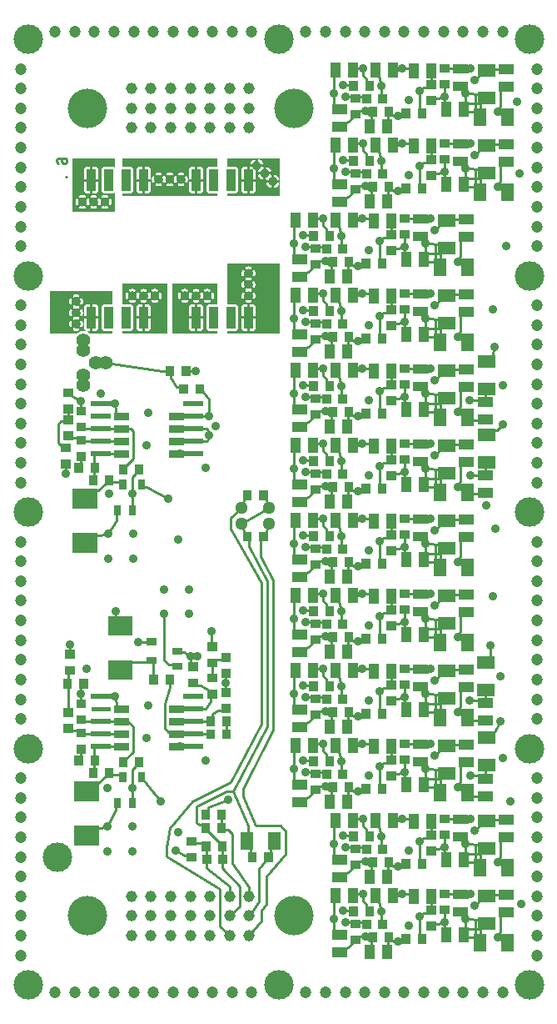
<source format=gbr>
G04 start of page 5 for group 3 idx 3 *
G04 Title: HETPREAMPS, backside *
G04 Creator: pcb 1.99z *
G04 CreationDate: Do 09 Apr 2015 07:40:17 GMT UTC *
G04 For: stephan *
G04 Format: Gerber/RS-274X *
G04 PCB-Dimensions (mil): 2952.76 4724.41 *
G04 PCB-Coordinate-Origin: lower left *
%MOIN*%
%FSLAX25Y25*%
%LNBACKSIDE*%
%ADD99C,0.0236*%
%ADD98C,0.0256*%
%ADD97C,0.0240*%
%ADD96C,0.0276*%
%ADD95C,0.0866*%
%ADD94C,0.0157*%
%ADD93C,0.0550*%
%ADD92C,0.0512*%
%ADD91C,0.0354*%
%ADD90R,0.0200X0.0200*%
%ADD89R,0.0280X0.0280*%
%ADD88R,0.0300X0.0300*%
%ADD87R,0.0180X0.0180*%
%ADD86R,0.0787X0.0787*%
%ADD85R,0.0280X0.0280*%
%ADD84R,0.0500X0.0500*%
%ADD83R,0.0350X0.0350*%
%ADD82R,0.0394X0.0394*%
%ADD81C,0.0553*%
%ADD80C,0.1181*%
%ADD79C,0.0472*%
%ADD78C,0.1575*%
%ADD77C,0.0453*%
%ADD76C,0.0098*%
%ADD75C,0.0100*%
%ADD74C,0.0258*%
%ADD73C,0.0198*%
%ADD72C,0.0098*%
%ADD71C,0.0001*%
G54D71*G36*
X80195Y363713D02*X81404Y363716D01*
X81555Y363752D01*
X81698Y363811D01*
X81830Y363892D01*
X81948Y363993D01*
X82000Y364054D01*
Y356191D01*
X80195D01*
Y358925D01*
X80261Y358939D01*
X80334Y358966D01*
X80401Y359004D01*
X80462Y359052D01*
X80515Y359109D01*
X80557Y359173D01*
X80588Y359244D01*
X80664Y359474D01*
X80716Y359710D01*
X80748Y359949D01*
X80759Y360191D01*
X80748Y360432D01*
X80716Y360672D01*
X80664Y360908D01*
X80591Y361138D01*
X80559Y361209D01*
X80516Y361274D01*
X80463Y361331D01*
X80402Y361380D01*
X80335Y361418D01*
X80262Y361445D01*
X80195Y361458D01*
Y363713D01*
G37*
G36*
X78001Y363707D02*X80195Y363713D01*
Y361458D01*
X80186Y361460D01*
X80108Y361464D01*
X80031Y361455D01*
X79956Y361434D01*
X79885Y361401D01*
X79820Y361358D01*
X79763Y361306D01*
X79715Y361245D01*
X79677Y361177D01*
X79650Y361104D01*
X79634Y361028D01*
X79631Y360950D01*
X79640Y360873D01*
X79662Y360799D01*
X79711Y360651D01*
X79744Y360500D01*
X79765Y360346D01*
X79772Y360191D01*
X79765Y360036D01*
X79744Y359882D01*
X79711Y359730D01*
X79664Y359582D01*
X79642Y359508D01*
X79633Y359431D01*
X79636Y359354D01*
X79651Y359278D01*
X79678Y359205D01*
X79716Y359138D01*
X79765Y359077D01*
X79822Y359025D01*
X79886Y358982D01*
X79956Y358950D01*
X80031Y358929D01*
X80108Y358920D01*
X80185Y358923D01*
X80195Y358925D01*
Y356191D01*
X78001D01*
Y357432D01*
X78241Y357443D01*
X78481Y357475D01*
X78717Y357527D01*
X78947Y357600D01*
X79018Y357632D01*
X79083Y357675D01*
X79140Y357728D01*
X79189Y357789D01*
X79227Y357856D01*
X79254Y357929D01*
X79269Y358005D01*
X79273Y358083D01*
X79264Y358160D01*
X79243Y358235D01*
X79210Y358306D01*
X79167Y358370D01*
X79115Y358428D01*
X79054Y358476D01*
X78986Y358514D01*
X78913Y358541D01*
X78837Y358557D01*
X78759Y358560D01*
X78682Y358551D01*
X78608Y358529D01*
X78461Y358480D01*
X78309Y358446D01*
X78155Y358426D01*
X78001Y358419D01*
Y361963D01*
X78155Y361956D01*
X78309Y361935D01*
X78461Y361902D01*
X78609Y361855D01*
X78683Y361833D01*
X78760Y361824D01*
X78837Y361827D01*
X78913Y361842D01*
X78985Y361869D01*
X79053Y361907D01*
X79114Y361955D01*
X79166Y362012D01*
X79209Y362077D01*
X79241Y362147D01*
X79262Y362222D01*
X79271Y362299D01*
X79268Y362376D01*
X79252Y362452D01*
X79225Y362525D01*
X79187Y362592D01*
X79139Y362653D01*
X79082Y362706D01*
X79018Y362748D01*
X78947Y362779D01*
X78717Y362855D01*
X78481Y362907D01*
X78241Y362939D01*
X78001Y362949D01*
Y363707D01*
G37*
G36*
X82000Y377441D02*Y373828D01*
X81948Y373889D01*
X81830Y373990D01*
X81698Y374071D01*
X81555Y374130D01*
X81404Y374166D01*
X81250Y374175D01*
X78001Y374167D01*
Y377441D01*
X82000D01*
G37*
G36*
X78001Y374167D02*X77596Y374166D01*
X77445Y374130D01*
X77302Y374071D01*
X77170Y373990D01*
X77052Y373889D01*
X76951Y373771D01*
X76870Y373639D01*
X76811Y373496D01*
X76775Y373345D01*
X76766Y373191D01*
X76775Y364536D01*
X76811Y364386D01*
X76870Y364243D01*
X76951Y364111D01*
X77052Y363993D01*
X77170Y363892D01*
X77302Y363811D01*
X77445Y363752D01*
X77596Y363716D01*
X77750Y363707D01*
X78001Y363707D01*
Y362949D01*
X78000Y362950D01*
X77759Y362939D01*
X77519Y362907D01*
X77283Y362855D01*
X77052Y362782D01*
X76982Y362750D01*
X76917Y362707D01*
X76860Y362654D01*
X76811Y362593D01*
X76773Y362526D01*
X76746Y362453D01*
X76731Y362377D01*
X76727Y362299D01*
X76736Y362222D01*
X76757Y362147D01*
X76790Y362076D01*
X76833Y362011D01*
X76885Y361954D01*
X76946Y361906D01*
X77014Y361868D01*
X77087Y361841D01*
X77163Y361825D01*
X77240Y361822D01*
X77318Y361831D01*
X77392Y361853D01*
X77539Y361902D01*
X77691Y361935D01*
X77845Y361956D01*
X78000Y361963D01*
X78001Y361963D01*
Y358419D01*
X78000Y358419D01*
X77845Y358426D01*
X77691Y358446D01*
X77539Y358480D01*
X77391Y358527D01*
X77317Y358549D01*
X77240Y358558D01*
X77163Y358555D01*
X77087Y358540D01*
X77015Y358513D01*
X76947Y358475D01*
X76886Y358426D01*
X76834Y358369D01*
X76791Y358305D01*
X76759Y358234D01*
X76738Y358160D01*
X76729Y358083D01*
X76732Y358005D01*
X76748Y357930D01*
X76775Y357857D01*
X76813Y357789D01*
X76861Y357729D01*
X76918Y357676D01*
X76982Y357634D01*
X77053Y357603D01*
X77283Y357527D01*
X77519Y357475D01*
X77759Y357443D01*
X78000Y357432D01*
X78001Y357432D01*
Y356191D01*
X75750D01*
Y358935D01*
X75814Y358922D01*
X75892Y358918D01*
X75969Y358927D01*
X76044Y358948D01*
X76115Y358981D01*
X76180Y359024D01*
X76237Y359076D01*
X76285Y359137D01*
X76323Y359205D01*
X76350Y359278D01*
X76366Y359354D01*
X76369Y359431D01*
X76360Y359509D01*
X76338Y359583D01*
X76289Y359730D01*
X76256Y359882D01*
X76247Y359944D01*
X76248Y359949D01*
X76259Y360191D01*
X76248Y360432D01*
X76247Y360438D01*
X76256Y360500D01*
X76289Y360651D01*
X76336Y360799D01*
X76358Y360874D01*
X76367Y360951D01*
X76364Y361028D01*
X76349Y361104D01*
X76322Y361176D01*
X76284Y361244D01*
X76235Y361305D01*
X76178Y361357D01*
X76114Y361400D01*
X76043Y361432D01*
X75969Y361453D01*
X75892Y361462D01*
X75815Y361459D01*
X75754Y361446D01*
X75750Y361447D01*
Y377441D01*
X78001D01*
Y374167D01*
G37*
G36*
X75750Y356191D02*X73501D01*
Y357432D01*
X73741Y357443D01*
X73981Y357475D01*
X74217Y357527D01*
X74447Y357600D01*
X74518Y357632D01*
X74583Y357675D01*
X74640Y357728D01*
X74689Y357789D01*
X74727Y357856D01*
X74754Y357929D01*
X74769Y358005D01*
X74773Y358083D01*
X74764Y358160D01*
X74743Y358235D01*
X74710Y358306D01*
X74667Y358370D01*
X74615Y358428D01*
X74554Y358476D01*
X74486Y358514D01*
X74413Y358541D01*
X74337Y358557D01*
X74259Y358560D01*
X74182Y358551D01*
X74108Y358529D01*
X73961Y358480D01*
X73809Y358446D01*
X73655Y358426D01*
X73501Y358419D01*
Y361963D01*
X73655Y361956D01*
X73809Y361935D01*
X73961Y361902D01*
X74109Y361855D01*
X74183Y361833D01*
X74260Y361824D01*
X74337Y361827D01*
X74413Y361842D01*
X74485Y361869D01*
X74553Y361907D01*
X74614Y361955D01*
X74666Y362012D01*
X74709Y362077D01*
X74741Y362147D01*
X74762Y362222D01*
X74771Y362299D01*
X74768Y362376D01*
X74752Y362452D01*
X74725Y362525D01*
X74687Y362592D01*
X74639Y362653D01*
X74582Y362706D01*
X74518Y362748D01*
X74447Y362779D01*
X74217Y362855D01*
X73981Y362907D01*
X73741Y362939D01*
X73501Y362949D01*
Y363714D01*
X74404Y363716D01*
X74555Y363752D01*
X74698Y363811D01*
X74830Y363892D01*
X74948Y363993D01*
X75049Y364111D01*
X75130Y364243D01*
X75189Y364386D01*
X75225Y364536D01*
X75234Y364691D01*
X75225Y373345D01*
X75189Y373496D01*
X75130Y373639D01*
X75049Y373771D01*
X74948Y373889D01*
X74830Y373990D01*
X74698Y374071D01*
X74555Y374130D01*
X74404Y374166D01*
X74250Y374175D01*
X73501Y374173D01*
Y377441D01*
X75750D01*
Y361447D01*
X75686Y361460D01*
X75608Y361464D01*
X75531Y361455D01*
X75456Y361434D01*
X75385Y361401D01*
X75320Y361358D01*
X75263Y361306D01*
X75215Y361245D01*
X75177Y361177D01*
X75150Y361104D01*
X75134Y361028D01*
X75131Y360950D01*
X75140Y360873D01*
X75162Y360799D01*
X75211Y360651D01*
X75244Y360500D01*
X75253Y360438D01*
X75252Y360432D01*
X75241Y360191D01*
X75252Y359949D01*
X75253Y359944D01*
X75244Y359882D01*
X75211Y359730D01*
X75164Y359582D01*
X75142Y359508D01*
X75133Y359431D01*
X75136Y359354D01*
X75151Y359278D01*
X75178Y359205D01*
X75216Y359138D01*
X75265Y359077D01*
X75322Y359025D01*
X75386Y358982D01*
X75456Y358950D01*
X75531Y358929D01*
X75608Y358920D01*
X75685Y358923D01*
X75746Y358935D01*
X75750Y358935D01*
Y356191D01*
G37*
G36*
X71250Y377441D02*X73501D01*
Y374173D01*
X71250Y374168D01*
Y377441D01*
G37*
G36*
X73501Y356191D02*X71250D01*
Y358935D01*
X71314Y358922D01*
X71392Y358918D01*
X71469Y358927D01*
X71544Y358948D01*
X71615Y358981D01*
X71680Y359024D01*
X71737Y359076D01*
X71785Y359137D01*
X71823Y359205D01*
X71850Y359278D01*
X71866Y359354D01*
X71869Y359431D01*
X71860Y359509D01*
X71838Y359583D01*
X71789Y359730D01*
X71756Y359882D01*
X71747Y359944D01*
X71748Y359949D01*
X71759Y360191D01*
X71748Y360432D01*
X71747Y360438D01*
X71756Y360500D01*
X71789Y360651D01*
X71836Y360799D01*
X71858Y360874D01*
X71867Y360951D01*
X71864Y361028D01*
X71849Y361104D01*
X71822Y361176D01*
X71784Y361244D01*
X71735Y361305D01*
X71678Y361357D01*
X71614Y361400D01*
X71543Y361432D01*
X71469Y361453D01*
X71392Y361462D01*
X71315Y361459D01*
X71254Y361446D01*
X71250Y361447D01*
Y363708D01*
X73501Y363714D01*
Y362949D01*
X73500Y362950D01*
X73259Y362939D01*
X73019Y362907D01*
X72783Y362855D01*
X72552Y362782D01*
X72482Y362750D01*
X72417Y362707D01*
X72360Y362654D01*
X72311Y362593D01*
X72273Y362526D01*
X72246Y362453D01*
X72231Y362377D01*
X72227Y362299D01*
X72236Y362222D01*
X72257Y362147D01*
X72290Y362076D01*
X72333Y362011D01*
X72385Y361954D01*
X72446Y361906D01*
X72514Y361868D01*
X72587Y361841D01*
X72663Y361825D01*
X72740Y361822D01*
X72818Y361831D01*
X72892Y361853D01*
X73039Y361902D01*
X73191Y361935D01*
X73345Y361956D01*
X73500Y361963D01*
X73501Y361963D01*
Y358419D01*
X73500Y358419D01*
X73345Y358426D01*
X73191Y358446D01*
X73039Y358480D01*
X72891Y358527D01*
X72817Y358549D01*
X72740Y358558D01*
X72663Y358555D01*
X72587Y358540D01*
X72515Y358513D01*
X72447Y358475D01*
X72386Y358426D01*
X72334Y358369D01*
X72291Y358305D01*
X72259Y358234D01*
X72238Y358160D01*
X72229Y358083D01*
X72232Y358005D01*
X72248Y357930D01*
X72275Y357857D01*
X72313Y357789D01*
X72361Y357729D01*
X72418Y357676D01*
X72482Y357634D01*
X72553Y357603D01*
X72783Y357527D01*
X73019Y357475D01*
X73259Y357443D01*
X73500Y357432D01*
X73501Y357432D01*
Y356191D01*
G37*
G36*
X71250D02*X69001D01*
Y357432D01*
X69241Y357443D01*
X69481Y357475D01*
X69717Y357527D01*
X69947Y357600D01*
X70018Y357632D01*
X70083Y357675D01*
X70140Y357728D01*
X70189Y357789D01*
X70227Y357856D01*
X70254Y357929D01*
X70269Y358005D01*
X70273Y358083D01*
X70264Y358160D01*
X70243Y358235D01*
X70210Y358306D01*
X70167Y358370D01*
X70115Y358428D01*
X70054Y358476D01*
X69986Y358514D01*
X69913Y358541D01*
X69837Y358557D01*
X69759Y358560D01*
X69682Y358551D01*
X69608Y358529D01*
X69461Y358480D01*
X69309Y358446D01*
X69155Y358426D01*
X69001Y358419D01*
Y361963D01*
X69155Y361956D01*
X69309Y361935D01*
X69461Y361902D01*
X69609Y361855D01*
X69683Y361833D01*
X69760Y361824D01*
X69837Y361827D01*
X69913Y361842D01*
X69985Y361869D01*
X70053Y361907D01*
X70114Y361955D01*
X70166Y362012D01*
X70209Y362077D01*
X70241Y362147D01*
X70262Y362222D01*
X70271Y362299D01*
X70268Y362376D01*
X70252Y362452D01*
X70225Y362525D01*
X70187Y362592D01*
X70139Y362653D01*
X70082Y362706D01*
X70018Y362748D01*
X69947Y362779D01*
X69717Y362855D01*
X69481Y362907D01*
X69241Y362939D01*
X69001Y362949D01*
Y377441D01*
X71250D01*
Y374168D01*
X70596Y374166D01*
X70445Y374130D01*
X70302Y374071D01*
X70170Y373990D01*
X70052Y373889D01*
X69951Y373771D01*
X69870Y373639D01*
X69811Y373496D01*
X69775Y373345D01*
X69766Y373191D01*
X69775Y364536D01*
X69811Y364386D01*
X69870Y364243D01*
X69951Y364111D01*
X70052Y363993D01*
X70170Y363892D01*
X70302Y363811D01*
X70445Y363752D01*
X70596Y363716D01*
X70750Y363707D01*
X71250Y363708D01*
Y361447D01*
X71186Y361460D01*
X71108Y361464D01*
X71031Y361455D01*
X70956Y361434D01*
X70885Y361401D01*
X70820Y361358D01*
X70763Y361306D01*
X70715Y361245D01*
X70677Y361177D01*
X70650Y361104D01*
X70634Y361028D01*
X70631Y360950D01*
X70640Y360873D01*
X70662Y360799D01*
X70711Y360651D01*
X70744Y360500D01*
X70753Y360438D01*
X70752Y360432D01*
X70741Y360191D01*
X70752Y359949D01*
X70753Y359944D01*
X70744Y359882D01*
X70711Y359730D01*
X70664Y359582D01*
X70642Y359508D01*
X70633Y359431D01*
X70636Y359354D01*
X70651Y359278D01*
X70678Y359205D01*
X70716Y359138D01*
X70765Y359077D01*
X70822Y359025D01*
X70886Y358982D01*
X70956Y358950D01*
X71031Y358929D01*
X71108Y358920D01*
X71185Y358923D01*
X71246Y358935D01*
X71250Y358935D01*
Y356191D01*
G37*
G36*
X69001D02*X66805D01*
Y358923D01*
X66814Y358922D01*
X66892Y358918D01*
X66969Y358927D01*
X67044Y358948D01*
X67115Y358981D01*
X67180Y359024D01*
X67237Y359076D01*
X67285Y359137D01*
X67323Y359205D01*
X67350Y359278D01*
X67366Y359354D01*
X67369Y359431D01*
X67360Y359509D01*
X67338Y359583D01*
X67289Y359730D01*
X67256Y359882D01*
X67235Y360036D01*
X67228Y360191D01*
X67235Y360346D01*
X67256Y360500D01*
X67289Y360651D01*
X67336Y360799D01*
X67358Y360874D01*
X67367Y360951D01*
X67364Y361028D01*
X67349Y361104D01*
X67322Y361176D01*
X67284Y361244D01*
X67235Y361305D01*
X67178Y361357D01*
X67114Y361400D01*
X67043Y361432D01*
X66969Y361453D01*
X66892Y361462D01*
X66815Y361459D01*
X66805Y361457D01*
Y377441D01*
X69001D01*
Y362949D01*
X69000Y362950D01*
X68759Y362939D01*
X68519Y362907D01*
X68283Y362855D01*
X68052Y362782D01*
X67982Y362750D01*
X67917Y362707D01*
X67860Y362654D01*
X67811Y362593D01*
X67773Y362526D01*
X67746Y362453D01*
X67731Y362377D01*
X67727Y362299D01*
X67736Y362222D01*
X67757Y362147D01*
X67790Y362076D01*
X67833Y362011D01*
X67885Y361954D01*
X67946Y361906D01*
X68014Y361868D01*
X68087Y361841D01*
X68163Y361825D01*
X68240Y361822D01*
X68318Y361831D01*
X68392Y361853D01*
X68539Y361902D01*
X68691Y361935D01*
X68845Y361956D01*
X69000Y361963D01*
X69001Y361963D01*
Y358419D01*
X69000Y358419D01*
X68845Y358426D01*
X68691Y358446D01*
X68539Y358480D01*
X68391Y358527D01*
X68317Y358549D01*
X68240Y358558D01*
X68163Y358555D01*
X68087Y358540D01*
X68015Y358513D01*
X67947Y358475D01*
X67886Y358426D01*
X67834Y358369D01*
X67791Y358305D01*
X67759Y358234D01*
X67738Y358160D01*
X67729Y358083D01*
X67732Y358005D01*
X67748Y357930D01*
X67775Y357857D01*
X67813Y357789D01*
X67861Y357729D01*
X67918Y357676D01*
X67982Y357634D01*
X68053Y357603D01*
X68283Y357527D01*
X68519Y357475D01*
X68759Y357443D01*
X69000Y357432D01*
X69001Y357432D01*
Y356191D01*
G37*
G36*
X66805D02*X65000D01*
Y377441D01*
X66805D01*
Y361457D01*
X66739Y361443D01*
X66666Y361416D01*
X66599Y361378D01*
X66538Y361330D01*
X66485Y361273D01*
X66443Y361208D01*
X66412Y361138D01*
X66336Y360908D01*
X66284Y360672D01*
X66252Y360432D01*
X66241Y360191D01*
X66252Y359949D01*
X66284Y359710D01*
X66336Y359474D01*
X66409Y359243D01*
X66441Y359173D01*
X66484Y359108D01*
X66537Y359051D01*
X66598Y359002D01*
X66665Y358964D01*
X66738Y358937D01*
X66805Y358923D01*
Y356191D01*
G37*
G36*
X119001Y309053D02*X119052Y308993D01*
X119170Y308892D01*
X119302Y308811D01*
X119445Y308752D01*
X119596Y308716D01*
X119750Y308707D01*
X123000Y308715D01*
Y307441D01*
X119001D01*
Y309053D01*
G37*
G36*
X121195Y327441D02*X123000D01*
Y319175D01*
X121195Y319170D01*
Y321425D01*
X121261Y321439D01*
X121334Y321466D01*
X121401Y321504D01*
X121462Y321552D01*
X121515Y321609D01*
X121557Y321673D01*
X121588Y321744D01*
X121664Y321974D01*
X121716Y322210D01*
X121748Y322449D01*
X121759Y322691D01*
X121748Y322932D01*
X121716Y323172D01*
X121664Y323408D01*
X121591Y323638D01*
X121559Y323709D01*
X121516Y323774D01*
X121463Y323831D01*
X121402Y323880D01*
X121335Y323918D01*
X121262Y323945D01*
X121195Y323958D01*
Y327441D01*
G37*
G36*
X119001D02*X121195D01*
Y323958D01*
X121186Y323960D01*
X121108Y323964D01*
X121031Y323955D01*
X120956Y323934D01*
X120885Y323901D01*
X120820Y323858D01*
X120763Y323806D01*
X120715Y323745D01*
X120677Y323677D01*
X120650Y323604D01*
X120634Y323528D01*
X120631Y323450D01*
X120640Y323373D01*
X120662Y323299D01*
X120711Y323151D01*
X120744Y323000D01*
X120765Y322846D01*
X120772Y322691D01*
X120765Y322536D01*
X120744Y322382D01*
X120711Y322230D01*
X120664Y322082D01*
X120642Y322008D01*
X120633Y321931D01*
X120636Y321854D01*
X120651Y321778D01*
X120678Y321705D01*
X120716Y321638D01*
X120765Y321577D01*
X120822Y321525D01*
X120886Y321482D01*
X120956Y321450D01*
X121031Y321429D01*
X121108Y321420D01*
X121185Y321423D01*
X121195Y321425D01*
Y319170D01*
X119596Y319166D01*
X119445Y319130D01*
X119302Y319071D01*
X119170Y318990D01*
X119052Y318889D01*
X119001Y318829D01*
Y319932D01*
X119241Y319943D01*
X119481Y319975D01*
X119717Y320027D01*
X119947Y320100D01*
X120018Y320132D01*
X120083Y320175D01*
X120140Y320228D01*
X120189Y320289D01*
X120227Y320356D01*
X120254Y320429D01*
X120269Y320505D01*
X120273Y320583D01*
X120264Y320660D01*
X120243Y320735D01*
X120210Y320806D01*
X120167Y320870D01*
X120115Y320928D01*
X120054Y320976D01*
X119986Y321014D01*
X119913Y321041D01*
X119837Y321057D01*
X119759Y321060D01*
X119682Y321051D01*
X119608Y321029D01*
X119461Y320980D01*
X119309Y320946D01*
X119155Y320926D01*
X119001Y320919D01*
Y324463D01*
X119155Y324456D01*
X119309Y324435D01*
X119461Y324402D01*
X119609Y324355D01*
X119683Y324333D01*
X119760Y324324D01*
X119837Y324327D01*
X119913Y324342D01*
X119985Y324369D01*
X120053Y324407D01*
X120114Y324455D01*
X120166Y324512D01*
X120209Y324577D01*
X120241Y324647D01*
X120262Y324722D01*
X120271Y324799D01*
X120268Y324876D01*
X120252Y324952D01*
X120225Y325025D01*
X120187Y325092D01*
X120139Y325153D01*
X120082Y325206D01*
X120018Y325248D01*
X119947Y325279D01*
X119717Y325355D01*
X119481Y325407D01*
X119241Y325439D01*
X119001Y325449D01*
Y327441D01*
G37*
G36*
X116750D02*X119001D01*
Y325449D01*
X119000Y325450D01*
X118759Y325439D01*
X118519Y325407D01*
X118283Y325355D01*
X118053Y325282D01*
X117982Y325250D01*
X117917Y325207D01*
X117860Y325154D01*
X117811Y325093D01*
X117773Y325026D01*
X117746Y324953D01*
X117731Y324877D01*
X117727Y324799D01*
X117736Y324722D01*
X117757Y324647D01*
X117790Y324576D01*
X117833Y324511D01*
X117885Y324454D01*
X117946Y324406D01*
X118014Y324368D01*
X118087Y324341D01*
X118163Y324325D01*
X118240Y324322D01*
X118318Y324331D01*
X118392Y324353D01*
X118539Y324402D01*
X118691Y324435D01*
X118845Y324456D01*
X119000Y324463D01*
X119001Y324463D01*
Y320919D01*
X119000Y320919D01*
X118845Y320926D01*
X118691Y320946D01*
X118539Y320980D01*
X118391Y321027D01*
X118317Y321049D01*
X118240Y321058D01*
X118163Y321055D01*
X118087Y321040D01*
X118015Y321013D01*
X117947Y320975D01*
X117886Y320926D01*
X117834Y320869D01*
X117791Y320805D01*
X117759Y320734D01*
X117738Y320660D01*
X117729Y320583D01*
X117732Y320505D01*
X117748Y320430D01*
X117775Y320357D01*
X117813Y320289D01*
X117861Y320229D01*
X117918Y320176D01*
X117982Y320134D01*
X118053Y320103D01*
X118283Y320027D01*
X118519Y319975D01*
X118759Y319943D01*
X119000Y319932D01*
X119001Y319932D01*
Y318829D01*
X118951Y318771D01*
X118870Y318639D01*
X118811Y318496D01*
X118775Y318345D01*
X118766Y318191D01*
X118775Y309536D01*
X118811Y309386D01*
X118870Y309243D01*
X118951Y309111D01*
X119001Y309053D01*
Y307441D01*
X116750D01*
Y308843D01*
X116830Y308892D01*
X116948Y308993D01*
X117049Y309111D01*
X117130Y309243D01*
X117189Y309386D01*
X117225Y309536D01*
X117234Y309691D01*
X117225Y318345D01*
X117189Y318496D01*
X117130Y318639D01*
X117049Y318771D01*
X116948Y318889D01*
X116830Y318990D01*
X116750Y319039D01*
Y321435D01*
X116814Y321422D01*
X116892Y321418D01*
X116969Y321427D01*
X117044Y321448D01*
X117115Y321481D01*
X117180Y321524D01*
X117237Y321576D01*
X117285Y321637D01*
X117323Y321705D01*
X117350Y321778D01*
X117366Y321854D01*
X117369Y321931D01*
X117360Y322009D01*
X117338Y322083D01*
X117289Y322230D01*
X117256Y322382D01*
X117247Y322444D01*
X117248Y322449D01*
X117259Y322691D01*
X117248Y322932D01*
X117247Y322938D01*
X117256Y323000D01*
X117289Y323151D01*
X117336Y323299D01*
X117358Y323374D01*
X117367Y323451D01*
X117364Y323528D01*
X117349Y323604D01*
X117322Y323676D01*
X117284Y323744D01*
X117235Y323805D01*
X117178Y323857D01*
X117114Y323900D01*
X117043Y323932D01*
X116969Y323953D01*
X116892Y323962D01*
X116815Y323959D01*
X116754Y323946D01*
X116750Y323947D01*
Y327441D01*
G37*
G36*
X114501Y308711D02*X116404Y308716D01*
X116555Y308752D01*
X116698Y308811D01*
X116750Y308843D01*
Y307441D01*
X114501D01*
Y308711D01*
G37*
G36*
Y327441D02*X116750D01*
Y323947D01*
X116686Y323960D01*
X116608Y323964D01*
X116531Y323955D01*
X116456Y323934D01*
X116385Y323901D01*
X116320Y323858D01*
X116263Y323806D01*
X116215Y323745D01*
X116177Y323677D01*
X116150Y323604D01*
X116134Y323528D01*
X116131Y323450D01*
X116140Y323373D01*
X116162Y323299D01*
X116211Y323151D01*
X116244Y323000D01*
X116253Y322938D01*
X116252Y322932D01*
X116241Y322691D01*
X116252Y322449D01*
X116253Y322444D01*
X116244Y322382D01*
X116211Y322230D01*
X116164Y322082D01*
X116142Y322008D01*
X116133Y321931D01*
X116136Y321854D01*
X116151Y321778D01*
X116178Y321705D01*
X116216Y321638D01*
X116265Y321577D01*
X116322Y321525D01*
X116386Y321482D01*
X116456Y321450D01*
X116531Y321429D01*
X116608Y321420D01*
X116685Y321423D01*
X116746Y321435D01*
X116750Y321435D01*
Y319039D01*
X116698Y319071D01*
X116555Y319130D01*
X116404Y319166D01*
X116250Y319175D01*
X114501Y319171D01*
Y319932D01*
X114741Y319943D01*
X114981Y319975D01*
X115217Y320027D01*
X115447Y320100D01*
X115518Y320132D01*
X115583Y320175D01*
X115640Y320228D01*
X115689Y320289D01*
X115727Y320356D01*
X115754Y320429D01*
X115769Y320505D01*
X115773Y320583D01*
X115764Y320660D01*
X115743Y320735D01*
X115710Y320806D01*
X115667Y320870D01*
X115615Y320928D01*
X115554Y320976D01*
X115486Y321014D01*
X115413Y321041D01*
X115337Y321057D01*
X115259Y321060D01*
X115182Y321051D01*
X115108Y321029D01*
X114961Y320980D01*
X114809Y320946D01*
X114655Y320926D01*
X114501Y320919D01*
Y324463D01*
X114655Y324456D01*
X114809Y324435D01*
X114961Y324402D01*
X115109Y324355D01*
X115183Y324333D01*
X115260Y324324D01*
X115337Y324327D01*
X115413Y324342D01*
X115485Y324369D01*
X115553Y324407D01*
X115614Y324455D01*
X115666Y324512D01*
X115709Y324577D01*
X115741Y324647D01*
X115762Y324722D01*
X115771Y324799D01*
X115768Y324876D01*
X115752Y324952D01*
X115725Y325025D01*
X115687Y325092D01*
X115639Y325153D01*
X115582Y325206D01*
X115518Y325248D01*
X115447Y325279D01*
X115217Y325355D01*
X114981Y325407D01*
X114741Y325439D01*
X114501Y325449D01*
Y327441D01*
G37*
G36*
X112250Y308843D02*X112302Y308811D01*
X112445Y308752D01*
X112596Y308716D01*
X112750Y308707D01*
X114501Y308711D01*
Y307441D01*
X112250D01*
Y308843D01*
G37*
G36*
Y327441D02*X114501D01*
Y325449D01*
X114500Y325450D01*
X114259Y325439D01*
X114019Y325407D01*
X113783Y325355D01*
X113553Y325282D01*
X113482Y325250D01*
X113417Y325207D01*
X113360Y325154D01*
X113311Y325093D01*
X113273Y325026D01*
X113246Y324953D01*
X113231Y324877D01*
X113227Y324799D01*
X113236Y324722D01*
X113257Y324647D01*
X113290Y324576D01*
X113333Y324511D01*
X113385Y324454D01*
X113446Y324406D01*
X113514Y324368D01*
X113587Y324341D01*
X113663Y324325D01*
X113740Y324322D01*
X113818Y324331D01*
X113892Y324353D01*
X114039Y324402D01*
X114191Y324435D01*
X114345Y324456D01*
X114500Y324463D01*
X114501Y324463D01*
Y320919D01*
X114500Y320919D01*
X114345Y320926D01*
X114191Y320946D01*
X114039Y320980D01*
X113891Y321027D01*
X113817Y321049D01*
X113740Y321058D01*
X113663Y321055D01*
X113587Y321040D01*
X113515Y321013D01*
X113447Y320975D01*
X113386Y320926D01*
X113334Y320869D01*
X113291Y320805D01*
X113259Y320734D01*
X113238Y320660D01*
X113229Y320583D01*
X113232Y320505D01*
X113248Y320430D01*
X113275Y320357D01*
X113313Y320289D01*
X113361Y320229D01*
X113418Y320176D01*
X113482Y320134D01*
X113553Y320103D01*
X113783Y320027D01*
X114019Y319975D01*
X114259Y319943D01*
X114500Y319932D01*
X114501Y319932D01*
Y319171D01*
X112596Y319166D01*
X112445Y319130D01*
X112302Y319071D01*
X112250Y319039D01*
Y321435D01*
X112314Y321422D01*
X112392Y321418D01*
X112469Y321427D01*
X112544Y321448D01*
X112615Y321481D01*
X112680Y321524D01*
X112737Y321576D01*
X112785Y321637D01*
X112823Y321705D01*
X112850Y321778D01*
X112866Y321854D01*
X112869Y321931D01*
X112860Y322009D01*
X112838Y322083D01*
X112789Y322230D01*
X112756Y322382D01*
X112747Y322444D01*
X112748Y322449D01*
X112759Y322691D01*
X112748Y322932D01*
X112747Y322938D01*
X112756Y323000D01*
X112789Y323151D01*
X112836Y323299D01*
X112858Y323374D01*
X112867Y323451D01*
X112864Y323528D01*
X112849Y323604D01*
X112822Y323676D01*
X112784Y323744D01*
X112735Y323805D01*
X112678Y323857D01*
X112614Y323900D01*
X112543Y323932D01*
X112469Y323953D01*
X112392Y323962D01*
X112315Y323959D01*
X112254Y323946D01*
X112250Y323947D01*
Y327441D01*
G37*
G36*
X110001D02*X112250D01*
Y323947D01*
X112186Y323960D01*
X112108Y323964D01*
X112031Y323955D01*
X111956Y323934D01*
X111885Y323901D01*
X111820Y323858D01*
X111763Y323806D01*
X111715Y323745D01*
X111677Y323677D01*
X111650Y323604D01*
X111634Y323528D01*
X111631Y323450D01*
X111640Y323373D01*
X111662Y323299D01*
X111711Y323151D01*
X111744Y323000D01*
X111753Y322938D01*
X111752Y322932D01*
X111741Y322691D01*
X111752Y322449D01*
X111753Y322444D01*
X111744Y322382D01*
X111711Y322230D01*
X111664Y322082D01*
X111642Y322008D01*
X111633Y321931D01*
X111636Y321854D01*
X111651Y321778D01*
X111678Y321705D01*
X111716Y321638D01*
X111765Y321577D01*
X111822Y321525D01*
X111886Y321482D01*
X111956Y321450D01*
X112031Y321429D01*
X112108Y321420D01*
X112185Y321423D01*
X112246Y321435D01*
X112250Y321435D01*
Y319039D01*
X112170Y318990D01*
X112052Y318889D01*
X111951Y318771D01*
X111870Y318639D01*
X111811Y318496D01*
X111775Y318345D01*
X111766Y318191D01*
X111775Y309536D01*
X111811Y309386D01*
X111870Y309243D01*
X111951Y309111D01*
X112052Y308993D01*
X112170Y308892D01*
X112250Y308843D01*
Y307441D01*
X110001D01*
Y319932D01*
X110241Y319943D01*
X110481Y319975D01*
X110717Y320027D01*
X110947Y320100D01*
X111018Y320132D01*
X111083Y320175D01*
X111140Y320228D01*
X111189Y320289D01*
X111227Y320356D01*
X111254Y320429D01*
X111269Y320505D01*
X111273Y320583D01*
X111264Y320660D01*
X111243Y320735D01*
X111210Y320806D01*
X111167Y320870D01*
X111115Y320928D01*
X111054Y320976D01*
X110986Y321014D01*
X110913Y321041D01*
X110837Y321057D01*
X110759Y321060D01*
X110682Y321051D01*
X110608Y321029D01*
X110461Y320980D01*
X110309Y320946D01*
X110155Y320926D01*
X110001Y320919D01*
Y324463D01*
X110155Y324456D01*
X110309Y324435D01*
X110461Y324402D01*
X110609Y324355D01*
X110683Y324333D01*
X110760Y324324D01*
X110837Y324327D01*
X110913Y324342D01*
X110985Y324369D01*
X111053Y324407D01*
X111114Y324455D01*
X111166Y324512D01*
X111209Y324577D01*
X111241Y324647D01*
X111262Y324722D01*
X111271Y324799D01*
X111268Y324876D01*
X111252Y324952D01*
X111225Y325025D01*
X111187Y325092D01*
X111139Y325153D01*
X111082Y325206D01*
X111018Y325248D01*
X110947Y325279D01*
X110717Y325355D01*
X110481Y325407D01*
X110241Y325439D01*
X110001Y325449D01*
Y327441D01*
G37*
G36*
X107805D02*X110001D01*
Y325449D01*
X110000Y325450D01*
X109759Y325439D01*
X109519Y325407D01*
X109283Y325355D01*
X109053Y325282D01*
X108982Y325250D01*
X108917Y325207D01*
X108860Y325154D01*
X108811Y325093D01*
X108773Y325026D01*
X108746Y324953D01*
X108731Y324877D01*
X108727Y324799D01*
X108736Y324722D01*
X108757Y324647D01*
X108790Y324576D01*
X108833Y324511D01*
X108885Y324454D01*
X108946Y324406D01*
X109014Y324368D01*
X109087Y324341D01*
X109163Y324325D01*
X109240Y324322D01*
X109318Y324331D01*
X109392Y324353D01*
X109539Y324402D01*
X109691Y324435D01*
X109845Y324456D01*
X110000Y324463D01*
X110001Y324463D01*
Y320919D01*
X110000Y320919D01*
X109845Y320926D01*
X109691Y320946D01*
X109539Y320980D01*
X109391Y321027D01*
X109317Y321049D01*
X109240Y321058D01*
X109163Y321055D01*
X109087Y321040D01*
X109015Y321013D01*
X108947Y320975D01*
X108886Y320926D01*
X108834Y320869D01*
X108791Y320805D01*
X108759Y320734D01*
X108738Y320660D01*
X108729Y320583D01*
X108732Y320505D01*
X108748Y320430D01*
X108775Y320357D01*
X108813Y320289D01*
X108861Y320229D01*
X108918Y320176D01*
X108982Y320134D01*
X109053Y320103D01*
X109283Y320027D01*
X109519Y319975D01*
X109759Y319943D01*
X110000Y319932D01*
X110001Y319932D01*
Y307441D01*
X107805D01*
Y321423D01*
X107814Y321422D01*
X107892Y321418D01*
X107969Y321427D01*
X108044Y321448D01*
X108115Y321481D01*
X108180Y321524D01*
X108237Y321576D01*
X108285Y321637D01*
X108323Y321705D01*
X108350Y321778D01*
X108366Y321854D01*
X108369Y321931D01*
X108360Y322009D01*
X108338Y322083D01*
X108289Y322230D01*
X108256Y322382D01*
X108235Y322536D01*
X108228Y322691D01*
X108235Y322846D01*
X108256Y323000D01*
X108289Y323151D01*
X108336Y323299D01*
X108358Y323374D01*
X108367Y323451D01*
X108364Y323528D01*
X108349Y323604D01*
X108322Y323676D01*
X108284Y323744D01*
X108235Y323805D01*
X108178Y323857D01*
X108114Y323900D01*
X108043Y323932D01*
X107969Y323953D01*
X107892Y323962D01*
X107815Y323959D01*
X107805Y323957D01*
Y327441D01*
G37*
G36*
X105000Y307441D02*Y327441D01*
X107805D01*
Y323957D01*
X107739Y323943D01*
X107666Y323916D01*
X107599Y323878D01*
X107538Y323830D01*
X107485Y323773D01*
X107443Y323708D01*
X107412Y323638D01*
X107336Y323408D01*
X107284Y323172D01*
X107252Y322932D01*
X107241Y322691D01*
X107252Y322449D01*
X107284Y322210D01*
X107336Y321974D01*
X107409Y321743D01*
X107441Y321673D01*
X107484Y321608D01*
X107537Y321551D01*
X107598Y321502D01*
X107665Y321464D01*
X107738Y321437D01*
X107805Y321423D01*
Y307441D01*
X105000D01*
G37*
G36*
X100195Y327441D02*X103000D01*
Y307441D01*
X100195D01*
Y321425D01*
X100261Y321439D01*
X100334Y321466D01*
X100401Y321504D01*
X100462Y321552D01*
X100515Y321609D01*
X100557Y321673D01*
X100588Y321744D01*
X100664Y321974D01*
X100716Y322210D01*
X100748Y322449D01*
X100759Y322691D01*
X100748Y322932D01*
X100716Y323172D01*
X100664Y323408D01*
X100591Y323638D01*
X100559Y323709D01*
X100516Y323774D01*
X100463Y323831D01*
X100402Y323880D01*
X100335Y323918D01*
X100262Y323945D01*
X100195Y323958D01*
Y327441D01*
G37*
G36*
X98001D02*X100195D01*
Y323958D01*
X100186Y323960D01*
X100108Y323964D01*
X100031Y323955D01*
X99956Y323934D01*
X99885Y323901D01*
X99820Y323858D01*
X99763Y323806D01*
X99715Y323745D01*
X99677Y323677D01*
X99650Y323604D01*
X99634Y323528D01*
X99631Y323450D01*
X99640Y323373D01*
X99662Y323299D01*
X99711Y323151D01*
X99744Y323000D01*
X99765Y322846D01*
X99772Y322691D01*
X99765Y322536D01*
X99744Y322382D01*
X99711Y322230D01*
X99664Y322082D01*
X99642Y322008D01*
X99633Y321931D01*
X99636Y321854D01*
X99651Y321778D01*
X99678Y321705D01*
X99716Y321638D01*
X99765Y321577D01*
X99822Y321525D01*
X99886Y321482D01*
X99956Y321450D01*
X100031Y321429D01*
X100108Y321420D01*
X100185Y321423D01*
X100195Y321425D01*
Y307441D01*
X98001D01*
Y319932D01*
X98241Y319943D01*
X98481Y319975D01*
X98717Y320027D01*
X98947Y320100D01*
X99018Y320132D01*
X99083Y320175D01*
X99140Y320228D01*
X99189Y320289D01*
X99227Y320356D01*
X99254Y320429D01*
X99269Y320505D01*
X99273Y320583D01*
X99264Y320660D01*
X99243Y320735D01*
X99210Y320806D01*
X99167Y320870D01*
X99115Y320928D01*
X99054Y320976D01*
X98986Y321014D01*
X98913Y321041D01*
X98837Y321057D01*
X98759Y321060D01*
X98682Y321051D01*
X98608Y321029D01*
X98461Y320980D01*
X98309Y320946D01*
X98155Y320926D01*
X98001Y320919D01*
Y324463D01*
X98155Y324456D01*
X98309Y324435D01*
X98461Y324402D01*
X98609Y324355D01*
X98683Y324333D01*
X98760Y324324D01*
X98837Y324327D01*
X98913Y324342D01*
X98985Y324369D01*
X99053Y324407D01*
X99114Y324455D01*
X99166Y324512D01*
X99209Y324577D01*
X99241Y324647D01*
X99262Y324722D01*
X99271Y324799D01*
X99268Y324876D01*
X99252Y324952D01*
X99225Y325025D01*
X99187Y325092D01*
X99139Y325153D01*
X99082Y325206D01*
X99018Y325248D01*
X98947Y325279D01*
X98717Y325355D01*
X98481Y325407D01*
X98241Y325439D01*
X98001Y325449D01*
Y327441D01*
G37*
G36*
X95750D02*X98001D01*
Y325449D01*
X98000Y325450D01*
X97759Y325439D01*
X97519Y325407D01*
X97283Y325355D01*
X97052Y325282D01*
X96982Y325250D01*
X96917Y325207D01*
X96860Y325154D01*
X96811Y325093D01*
X96773Y325026D01*
X96746Y324953D01*
X96731Y324877D01*
X96727Y324799D01*
X96736Y324722D01*
X96757Y324647D01*
X96790Y324576D01*
X96833Y324511D01*
X96885Y324454D01*
X96946Y324406D01*
X97014Y324368D01*
X97087Y324341D01*
X97163Y324325D01*
X97240Y324322D01*
X97318Y324331D01*
X97392Y324353D01*
X97539Y324402D01*
X97691Y324435D01*
X97845Y324456D01*
X98000Y324463D01*
X98001Y324463D01*
Y320919D01*
X98000Y320919D01*
X97845Y320926D01*
X97691Y320946D01*
X97539Y320980D01*
X97391Y321027D01*
X97317Y321049D01*
X97240Y321058D01*
X97163Y321055D01*
X97087Y321040D01*
X97015Y321013D01*
X96947Y320975D01*
X96886Y320926D01*
X96834Y320869D01*
X96791Y320805D01*
X96759Y320734D01*
X96738Y320660D01*
X96729Y320583D01*
X96732Y320505D01*
X96748Y320430D01*
X96775Y320357D01*
X96813Y320289D01*
X96861Y320229D01*
X96918Y320176D01*
X96982Y320134D01*
X97053Y320103D01*
X97283Y320027D01*
X97519Y319975D01*
X97759Y319943D01*
X98000Y319932D01*
X98001Y319932D01*
Y307441D01*
X95750D01*
Y308843D01*
X95830Y308892D01*
X95948Y308993D01*
X96049Y309111D01*
X96130Y309243D01*
X96189Y309386D01*
X96225Y309536D01*
X96234Y309691D01*
X96225Y318345D01*
X96189Y318496D01*
X96130Y318639D01*
X96049Y318771D01*
X95948Y318889D01*
X95830Y318990D01*
X95750Y319039D01*
Y321435D01*
X95814Y321422D01*
X95892Y321418D01*
X95969Y321427D01*
X96044Y321448D01*
X96115Y321481D01*
X96180Y321524D01*
X96237Y321576D01*
X96285Y321637D01*
X96323Y321705D01*
X96350Y321778D01*
X96366Y321854D01*
X96369Y321931D01*
X96360Y322009D01*
X96338Y322083D01*
X96289Y322230D01*
X96256Y322382D01*
X96247Y322444D01*
X96248Y322449D01*
X96259Y322691D01*
X96248Y322932D01*
X96247Y322938D01*
X96256Y323000D01*
X96289Y323151D01*
X96336Y323299D01*
X96358Y323374D01*
X96367Y323451D01*
X96364Y323528D01*
X96349Y323604D01*
X96322Y323676D01*
X96284Y323744D01*
X96235Y323805D01*
X96178Y323857D01*
X96114Y323900D01*
X96043Y323932D01*
X95969Y323953D01*
X95892Y323962D01*
X95815Y323959D01*
X95754Y323946D01*
X95750Y323947D01*
Y327441D01*
G37*
G36*
X93501Y308711D02*X95404Y308716D01*
X95555Y308752D01*
X95698Y308811D01*
X95750Y308843D01*
Y307441D01*
X93501D01*
Y308711D01*
G37*
G36*
Y327441D02*X95750D01*
Y323947D01*
X95686Y323960D01*
X95608Y323964D01*
X95531Y323955D01*
X95456Y323934D01*
X95385Y323901D01*
X95320Y323858D01*
X95263Y323806D01*
X95215Y323745D01*
X95177Y323677D01*
X95150Y323604D01*
X95134Y323528D01*
X95131Y323450D01*
X95140Y323373D01*
X95162Y323299D01*
X95211Y323151D01*
X95244Y323000D01*
X95253Y322938D01*
X95252Y322932D01*
X95241Y322691D01*
X95252Y322449D01*
X95253Y322444D01*
X95244Y322382D01*
X95211Y322230D01*
X95164Y322082D01*
X95142Y322008D01*
X95133Y321931D01*
X95136Y321854D01*
X95151Y321778D01*
X95178Y321705D01*
X95216Y321638D01*
X95265Y321577D01*
X95322Y321525D01*
X95386Y321482D01*
X95456Y321450D01*
X95531Y321429D01*
X95608Y321420D01*
X95685Y321423D01*
X95746Y321435D01*
X95750Y321435D01*
Y319039D01*
X95698Y319071D01*
X95555Y319130D01*
X95404Y319166D01*
X95250Y319175D01*
X93501Y319171D01*
Y319932D01*
X93741Y319943D01*
X93981Y319975D01*
X94217Y320027D01*
X94447Y320100D01*
X94518Y320132D01*
X94583Y320175D01*
X94640Y320228D01*
X94689Y320289D01*
X94727Y320356D01*
X94754Y320429D01*
X94769Y320505D01*
X94773Y320583D01*
X94764Y320660D01*
X94743Y320735D01*
X94710Y320806D01*
X94667Y320870D01*
X94615Y320928D01*
X94554Y320976D01*
X94486Y321014D01*
X94413Y321041D01*
X94337Y321057D01*
X94259Y321060D01*
X94182Y321051D01*
X94108Y321029D01*
X93961Y320980D01*
X93809Y320946D01*
X93655Y320926D01*
X93501Y320919D01*
Y324463D01*
X93655Y324456D01*
X93809Y324435D01*
X93961Y324402D01*
X94109Y324355D01*
X94183Y324333D01*
X94260Y324324D01*
X94337Y324327D01*
X94413Y324342D01*
X94485Y324369D01*
X94553Y324407D01*
X94614Y324455D01*
X94666Y324512D01*
X94709Y324577D01*
X94741Y324647D01*
X94762Y324722D01*
X94771Y324799D01*
X94768Y324876D01*
X94752Y324952D01*
X94725Y325025D01*
X94687Y325092D01*
X94639Y325153D01*
X94582Y325206D01*
X94518Y325248D01*
X94447Y325279D01*
X94217Y325355D01*
X93981Y325407D01*
X93741Y325439D01*
X93501Y325449D01*
Y327441D01*
G37*
G36*
X91250Y308843D02*X91302Y308811D01*
X91445Y308752D01*
X91596Y308716D01*
X91750Y308707D01*
X93501Y308711D01*
Y307441D01*
X91250D01*
Y308843D01*
G37*
G36*
Y327441D02*X93501D01*
Y325449D01*
X93500Y325450D01*
X93259Y325439D01*
X93019Y325407D01*
X92783Y325355D01*
X92552Y325282D01*
X92482Y325250D01*
X92417Y325207D01*
X92360Y325154D01*
X92311Y325093D01*
X92273Y325026D01*
X92246Y324953D01*
X92231Y324877D01*
X92227Y324799D01*
X92236Y324722D01*
X92257Y324647D01*
X92290Y324576D01*
X92333Y324511D01*
X92385Y324454D01*
X92446Y324406D01*
X92514Y324368D01*
X92587Y324341D01*
X92663Y324325D01*
X92740Y324322D01*
X92818Y324331D01*
X92892Y324353D01*
X93039Y324402D01*
X93191Y324435D01*
X93345Y324456D01*
X93500Y324463D01*
X93501Y324463D01*
Y320919D01*
X93500Y320919D01*
X93345Y320926D01*
X93191Y320946D01*
X93039Y320980D01*
X92891Y321027D01*
X92817Y321049D01*
X92740Y321058D01*
X92663Y321055D01*
X92587Y321040D01*
X92515Y321013D01*
X92447Y320975D01*
X92386Y320926D01*
X92334Y320869D01*
X92291Y320805D01*
X92259Y320734D01*
X92238Y320660D01*
X92229Y320583D01*
X92232Y320505D01*
X92248Y320430D01*
X92275Y320357D01*
X92313Y320289D01*
X92361Y320229D01*
X92418Y320176D01*
X92482Y320134D01*
X92553Y320103D01*
X92783Y320027D01*
X93019Y319975D01*
X93259Y319943D01*
X93500Y319932D01*
X93501Y319932D01*
Y319171D01*
X91596Y319166D01*
X91445Y319130D01*
X91302Y319071D01*
X91250Y319039D01*
Y321435D01*
X91314Y321422D01*
X91392Y321418D01*
X91469Y321427D01*
X91544Y321448D01*
X91615Y321481D01*
X91680Y321524D01*
X91737Y321576D01*
X91785Y321637D01*
X91823Y321705D01*
X91850Y321778D01*
X91866Y321854D01*
X91869Y321931D01*
X91860Y322009D01*
X91838Y322083D01*
X91789Y322230D01*
X91756Y322382D01*
X91747Y322444D01*
X91748Y322449D01*
X91759Y322691D01*
X91748Y322932D01*
X91747Y322938D01*
X91756Y323000D01*
X91789Y323151D01*
X91836Y323299D01*
X91858Y323374D01*
X91867Y323451D01*
X91864Y323528D01*
X91849Y323604D01*
X91822Y323676D01*
X91784Y323744D01*
X91735Y323805D01*
X91678Y323857D01*
X91614Y323900D01*
X91543Y323932D01*
X91469Y323953D01*
X91392Y323962D01*
X91315Y323959D01*
X91254Y323946D01*
X91250Y323947D01*
Y327441D01*
G37*
G36*
X89001Y309055D02*X89049Y309111D01*
X89130Y309243D01*
X89189Y309386D01*
X89225Y309536D01*
X89234Y309691D01*
X89225Y318345D01*
X89189Y318496D01*
X89130Y318639D01*
X89049Y318771D01*
X89001Y318827D01*
Y319932D01*
X89241Y319943D01*
X89481Y319975D01*
X89717Y320027D01*
X89947Y320100D01*
X90018Y320132D01*
X90083Y320175D01*
X90140Y320228D01*
X90189Y320289D01*
X90227Y320356D01*
X90254Y320429D01*
X90269Y320505D01*
X90273Y320583D01*
X90264Y320660D01*
X90243Y320735D01*
X90210Y320806D01*
X90167Y320870D01*
X90115Y320928D01*
X90054Y320976D01*
X89986Y321014D01*
X89913Y321041D01*
X89837Y321057D01*
X89759Y321060D01*
X89682Y321051D01*
X89608Y321029D01*
X89461Y320980D01*
X89309Y320946D01*
X89155Y320926D01*
X89001Y320919D01*
Y324463D01*
X89155Y324456D01*
X89309Y324435D01*
X89461Y324402D01*
X89609Y324355D01*
X89683Y324333D01*
X89760Y324324D01*
X89837Y324327D01*
X89913Y324342D01*
X89985Y324369D01*
X90053Y324407D01*
X90114Y324455D01*
X90166Y324512D01*
X90209Y324577D01*
X90241Y324647D01*
X90262Y324722D01*
X90271Y324799D01*
X90268Y324876D01*
X90252Y324952D01*
X90225Y325025D01*
X90187Y325092D01*
X90139Y325153D01*
X90082Y325206D01*
X90018Y325248D01*
X89947Y325279D01*
X89717Y325355D01*
X89481Y325407D01*
X89241Y325439D01*
X89001Y325449D01*
Y327441D01*
X91250D01*
Y323947D01*
X91186Y323960D01*
X91108Y323964D01*
X91031Y323955D01*
X90956Y323934D01*
X90885Y323901D01*
X90820Y323858D01*
X90763Y323806D01*
X90715Y323745D01*
X90677Y323677D01*
X90650Y323604D01*
X90634Y323528D01*
X90631Y323450D01*
X90640Y323373D01*
X90662Y323299D01*
X90711Y323151D01*
X90744Y323000D01*
X90753Y322938D01*
X90752Y322932D01*
X90741Y322691D01*
X90752Y322449D01*
X90753Y322444D01*
X90744Y322382D01*
X90711Y322230D01*
X90664Y322082D01*
X90642Y322008D01*
X90633Y321931D01*
X90636Y321854D01*
X90651Y321778D01*
X90678Y321705D01*
X90716Y321638D01*
X90765Y321577D01*
X90822Y321525D01*
X90886Y321482D01*
X90956Y321450D01*
X91031Y321429D01*
X91108Y321420D01*
X91185Y321423D01*
X91246Y321435D01*
X91250Y321435D01*
Y319039D01*
X91170Y318990D01*
X91052Y318889D01*
X90951Y318771D01*
X90870Y318639D01*
X90811Y318496D01*
X90775Y318345D01*
X90766Y318191D01*
X90775Y309536D01*
X90811Y309386D01*
X90870Y309243D01*
X90951Y309111D01*
X91052Y308993D01*
X91170Y308892D01*
X91250Y308843D01*
Y307441D01*
X89001D01*
Y309055D01*
G37*
G36*
Y318827D02*X88948Y318889D01*
X88830Y318990D01*
X88698Y319071D01*
X88555Y319130D01*
X88404Y319166D01*
X88250Y319175D01*
X86805Y319172D01*
Y321423D01*
X86814Y321422D01*
X86892Y321418D01*
X86969Y321427D01*
X87044Y321448D01*
X87115Y321481D01*
X87180Y321524D01*
X87237Y321576D01*
X87285Y321637D01*
X87323Y321705D01*
X87350Y321778D01*
X87366Y321854D01*
X87369Y321931D01*
X87360Y322009D01*
X87338Y322083D01*
X87289Y322230D01*
X87256Y322382D01*
X87235Y322536D01*
X87228Y322691D01*
X87235Y322846D01*
X87256Y323000D01*
X87289Y323151D01*
X87336Y323299D01*
X87358Y323374D01*
X87367Y323451D01*
X87364Y323528D01*
X87349Y323604D01*
X87322Y323676D01*
X87284Y323744D01*
X87235Y323805D01*
X87178Y323857D01*
X87114Y323900D01*
X87043Y323932D01*
X86969Y323953D01*
X86892Y323962D01*
X86815Y323959D01*
X86805Y323957D01*
Y327441D01*
X89001D01*
Y325449D01*
X89000Y325450D01*
X88759Y325439D01*
X88519Y325407D01*
X88283Y325355D01*
X88052Y325282D01*
X87982Y325250D01*
X87917Y325207D01*
X87860Y325154D01*
X87811Y325093D01*
X87773Y325026D01*
X87746Y324953D01*
X87731Y324877D01*
X87727Y324799D01*
X87736Y324722D01*
X87757Y324647D01*
X87790Y324576D01*
X87833Y324511D01*
X87885Y324454D01*
X87946Y324406D01*
X88014Y324368D01*
X88087Y324341D01*
X88163Y324325D01*
X88240Y324322D01*
X88318Y324331D01*
X88392Y324353D01*
X88539Y324402D01*
X88691Y324435D01*
X88845Y324456D01*
X89000Y324463D01*
X89001Y324463D01*
Y320919D01*
X89000Y320919D01*
X88845Y320926D01*
X88691Y320946D01*
X88539Y320980D01*
X88391Y321027D01*
X88317Y321049D01*
X88240Y321058D01*
X88163Y321055D01*
X88087Y321040D01*
X88015Y321013D01*
X87947Y320975D01*
X87886Y320926D01*
X87834Y320869D01*
X87791Y320805D01*
X87759Y320734D01*
X87738Y320660D01*
X87729Y320583D01*
X87732Y320505D01*
X87748Y320430D01*
X87775Y320357D01*
X87813Y320289D01*
X87861Y320229D01*
X87918Y320176D01*
X87982Y320134D01*
X88053Y320103D01*
X88283Y320027D01*
X88519Y319975D01*
X88759Y319943D01*
X89000Y319932D01*
X89001Y319932D01*
Y318827D01*
G37*
G36*
X86805Y319172D02*X85000Y319167D01*
Y327441D01*
X86805D01*
Y323957D01*
X86739Y323943D01*
X86666Y323916D01*
X86599Y323878D01*
X86538Y323830D01*
X86485Y323773D01*
X86443Y323708D01*
X86412Y323638D01*
X86336Y323408D01*
X86284Y323172D01*
X86252Y322932D01*
X86241Y322691D01*
X86252Y322449D01*
X86284Y322210D01*
X86336Y321974D01*
X86409Y321743D01*
X86441Y321673D01*
X86484Y321608D01*
X86537Y321551D01*
X86598Y321502D01*
X86665Y321464D01*
X86738Y321437D01*
X86805Y321423D01*
Y319172D01*
G37*
G36*
X85000Y307441D02*Y308707D01*
X88404Y308716D01*
X88555Y308752D01*
X88698Y308811D01*
X88830Y308892D01*
X88948Y308993D01*
X89001Y309055D01*
Y307441D01*
X85000D01*
G37*
G36*
X81000D02*X72500D01*
Y308711D01*
X74404Y308716D01*
X74555Y308752D01*
X74698Y308811D01*
X74830Y308892D01*
X74948Y308993D01*
X75049Y309111D01*
X75130Y309243D01*
X75189Y309386D01*
X75225Y309536D01*
X75234Y309691D01*
X75225Y318345D01*
X75189Y318496D01*
X75130Y318639D01*
X75049Y318771D01*
X74948Y318889D01*
X74830Y318990D01*
X74698Y319071D01*
X74555Y319130D01*
X74404Y319166D01*
X74250Y319175D01*
X72500Y319171D01*
Y324441D01*
X81000D01*
Y319175D01*
X77596Y319166D01*
X77445Y319130D01*
X77302Y319071D01*
X77170Y318990D01*
X77052Y318889D01*
X76951Y318771D01*
X76870Y318639D01*
X76811Y318496D01*
X76775Y318345D01*
X76766Y318191D01*
X76775Y309536D01*
X76811Y309386D01*
X76870Y309243D01*
X76951Y309111D01*
X77052Y308993D01*
X77170Y308892D01*
X77302Y308811D01*
X77445Y308752D01*
X77596Y308716D01*
X77750Y308707D01*
X81000Y308715D01*
Y307441D01*
G37*
G36*
X72500D02*X72296D01*
X72160Y307601D01*
X71711Y307984D01*
X71208Y308293D01*
X70662Y308518D01*
X70088Y308656D01*
X69500Y308703D01*
X68912Y308656D01*
X68695Y308604D01*
Y310175D01*
X68761Y310189D01*
X68834Y310216D01*
X68901Y310254D01*
X68962Y310302D01*
X69015Y310359D01*
X69057Y310423D01*
X69088Y310494D01*
X69164Y310724D01*
X69216Y310960D01*
X69248Y311199D01*
X69259Y311441D01*
X69248Y311682D01*
X69216Y311922D01*
X69164Y312158D01*
X69091Y312388D01*
X69059Y312459D01*
X69016Y312524D01*
X68963Y312581D01*
X68902Y312630D01*
X68835Y312668D01*
X68762Y312695D01*
X68695Y312708D01*
Y314675D01*
X68761Y314689D01*
X68834Y314716D01*
X68901Y314754D01*
X68962Y314802D01*
X69015Y314859D01*
X69057Y314923D01*
X69088Y314994D01*
X69164Y315224D01*
X69216Y315460D01*
X69248Y315699D01*
X69259Y315941D01*
X69248Y316182D01*
X69216Y316422D01*
X69164Y316658D01*
X69091Y316888D01*
X69059Y316959D01*
X69016Y317024D01*
X68963Y317081D01*
X68902Y317130D01*
X68835Y317168D01*
X68762Y317195D01*
X68695Y317208D01*
Y319175D01*
X68761Y319189D01*
X68834Y319216D01*
X68901Y319254D01*
X68962Y319302D01*
X69015Y319359D01*
X69057Y319423D01*
X69088Y319494D01*
X69164Y319724D01*
X69216Y319960D01*
X69248Y320199D01*
X69259Y320441D01*
X69248Y320682D01*
X69216Y320922D01*
X69164Y321158D01*
X69091Y321388D01*
X69059Y321459D01*
X69016Y321524D01*
X68963Y321581D01*
X68902Y321630D01*
X68835Y321668D01*
X68762Y321695D01*
X68695Y321708D01*
Y324441D01*
X72500D01*
Y319171D01*
X70596Y319166D01*
X70445Y319130D01*
X70302Y319071D01*
X70170Y318990D01*
X70052Y318889D01*
X69951Y318771D01*
X69870Y318639D01*
X69811Y318496D01*
X69775Y318345D01*
X69766Y318191D01*
X69775Y309536D01*
X69811Y309386D01*
X69870Y309243D01*
X69951Y309111D01*
X70052Y308993D01*
X70170Y308892D01*
X70302Y308811D01*
X70445Y308752D01*
X70596Y308716D01*
X70750Y308707D01*
X72500Y308711D01*
Y307441D01*
G37*
G36*
X68695Y308604D02*X68338Y308518D01*
X67792Y308293D01*
X67289Y307984D01*
X66840Y307601D01*
X66704Y307441D01*
X66501D01*
Y308682D01*
X66741Y308693D01*
X66981Y308725D01*
X67217Y308777D01*
X67447Y308850D01*
X67518Y308882D01*
X67583Y308925D01*
X67640Y308978D01*
X67689Y309039D01*
X67727Y309106D01*
X67754Y309179D01*
X67769Y309255D01*
X67773Y309333D01*
X67764Y309410D01*
X67743Y309485D01*
X67710Y309556D01*
X67667Y309620D01*
X67615Y309678D01*
X67554Y309726D01*
X67486Y309764D01*
X67413Y309791D01*
X67337Y309807D01*
X67259Y309810D01*
X67182Y309801D01*
X67108Y309779D01*
X66961Y309730D01*
X66809Y309696D01*
X66655Y309676D01*
X66501Y309669D01*
Y313182D01*
X66741Y313193D01*
X66747Y313194D01*
X66809Y313185D01*
X66961Y313152D01*
X67109Y313105D01*
X67183Y313083D01*
X67260Y313074D01*
X67337Y313077D01*
X67413Y313092D01*
X67485Y313119D01*
X67553Y313157D01*
X67614Y313205D01*
X67666Y313262D01*
X67709Y313327D01*
X67741Y313397D01*
X67762Y313472D01*
X67771Y313549D01*
X67768Y313626D01*
X67755Y313687D01*
X67769Y313755D01*
X67773Y313833D01*
X67764Y313910D01*
X67743Y313985D01*
X67710Y314056D01*
X67667Y314120D01*
X67615Y314178D01*
X67554Y314226D01*
X67486Y314264D01*
X67413Y314291D01*
X67337Y314307D01*
X67259Y314310D01*
X67182Y314301D01*
X67108Y314279D01*
X66961Y314230D01*
X66809Y314196D01*
X66747Y314188D01*
X66741Y314189D01*
X66501Y314199D01*
Y317682D01*
X66741Y317693D01*
X66747Y317694D01*
X66809Y317685D01*
X66961Y317652D01*
X67109Y317605D01*
X67183Y317583D01*
X67260Y317574D01*
X67337Y317577D01*
X67413Y317592D01*
X67485Y317619D01*
X67553Y317657D01*
X67614Y317705D01*
X67666Y317762D01*
X67709Y317827D01*
X67741Y317897D01*
X67762Y317972D01*
X67771Y318049D01*
X67768Y318126D01*
X67755Y318187D01*
X67769Y318255D01*
X67773Y318333D01*
X67764Y318410D01*
X67743Y318485D01*
X67710Y318556D01*
X67667Y318620D01*
X67615Y318678D01*
X67554Y318726D01*
X67486Y318764D01*
X67413Y318791D01*
X67337Y318807D01*
X67259Y318810D01*
X67182Y318801D01*
X67108Y318779D01*
X66961Y318730D01*
X66809Y318696D01*
X66747Y318688D01*
X66741Y318689D01*
X66501Y318699D01*
Y322213D01*
X66655Y322206D01*
X66809Y322185D01*
X66961Y322152D01*
X67109Y322105D01*
X67183Y322083D01*
X67260Y322074D01*
X67337Y322077D01*
X67413Y322092D01*
X67485Y322119D01*
X67553Y322157D01*
X67614Y322205D01*
X67666Y322262D01*
X67709Y322327D01*
X67741Y322397D01*
X67762Y322472D01*
X67771Y322549D01*
X67768Y322626D01*
X67752Y322702D01*
X67725Y322775D01*
X67687Y322842D01*
X67639Y322903D01*
X67582Y322956D01*
X67518Y322998D01*
X67447Y323029D01*
X67217Y323105D01*
X66981Y323157D01*
X66741Y323189D01*
X66501Y323199D01*
Y324441D01*
X68695D01*
Y321708D01*
X68686Y321710D01*
X68608Y321714D01*
X68531Y321705D01*
X68456Y321684D01*
X68385Y321651D01*
X68320Y321608D01*
X68263Y321556D01*
X68215Y321495D01*
X68177Y321427D01*
X68150Y321354D01*
X68134Y321278D01*
X68131Y321200D01*
X68140Y321123D01*
X68162Y321049D01*
X68211Y320901D01*
X68244Y320750D01*
X68265Y320596D01*
X68272Y320441D01*
X68265Y320286D01*
X68244Y320132D01*
X68211Y319980D01*
X68164Y319832D01*
X68142Y319758D01*
X68133Y319681D01*
X68136Y319604D01*
X68151Y319528D01*
X68178Y319455D01*
X68216Y319388D01*
X68265Y319327D01*
X68322Y319275D01*
X68386Y319232D01*
X68456Y319200D01*
X68531Y319179D01*
X68608Y319170D01*
X68685Y319173D01*
X68695Y319175D01*
Y317208D01*
X68686Y317210D01*
X68608Y317214D01*
X68531Y317205D01*
X68456Y317184D01*
X68385Y317151D01*
X68320Y317108D01*
X68263Y317056D01*
X68215Y316995D01*
X68177Y316927D01*
X68150Y316854D01*
X68134Y316778D01*
X68131Y316700D01*
X68140Y316623D01*
X68162Y316549D01*
X68211Y316401D01*
X68244Y316250D01*
X68265Y316096D01*
X68272Y315941D01*
X68265Y315786D01*
X68244Y315632D01*
X68211Y315480D01*
X68164Y315332D01*
X68142Y315258D01*
X68133Y315181D01*
X68136Y315104D01*
X68151Y315028D01*
X68178Y314955D01*
X68216Y314888D01*
X68265Y314827D01*
X68322Y314775D01*
X68386Y314732D01*
X68456Y314700D01*
X68531Y314679D01*
X68608Y314670D01*
X68685Y314673D01*
X68695Y314675D01*
Y312708D01*
X68686Y312710D01*
X68608Y312714D01*
X68531Y312705D01*
X68456Y312684D01*
X68385Y312651D01*
X68320Y312608D01*
X68263Y312556D01*
X68215Y312495D01*
X68177Y312427D01*
X68150Y312354D01*
X68134Y312278D01*
X68131Y312200D01*
X68140Y312123D01*
X68162Y312049D01*
X68211Y311901D01*
X68244Y311750D01*
X68265Y311596D01*
X68272Y311441D01*
X68265Y311286D01*
X68244Y311132D01*
X68211Y310980D01*
X68164Y310832D01*
X68142Y310758D01*
X68133Y310681D01*
X68136Y310604D01*
X68151Y310528D01*
X68178Y310455D01*
X68216Y310388D01*
X68265Y310327D01*
X68322Y310275D01*
X68386Y310232D01*
X68456Y310200D01*
X68531Y310179D01*
X68608Y310170D01*
X68685Y310173D01*
X68695Y310175D01*
Y308604D01*
G37*
G36*
X66501Y307441D02*X64305D01*
Y310173D01*
X64314Y310172D01*
X64392Y310168D01*
X64469Y310177D01*
X64544Y310198D01*
X64615Y310231D01*
X64680Y310274D01*
X64737Y310326D01*
X64785Y310387D01*
X64823Y310455D01*
X64850Y310528D01*
X64866Y310604D01*
X64869Y310681D01*
X64860Y310759D01*
X64838Y310833D01*
X64789Y310980D01*
X64755Y311132D01*
X64735Y311286D01*
X64728Y311441D01*
X64735Y311596D01*
X64755Y311750D01*
X64789Y311901D01*
X64836Y312049D01*
X64858Y312124D01*
X64867Y312201D01*
X64864Y312278D01*
X64849Y312354D01*
X64822Y312426D01*
X64784Y312494D01*
X64735Y312555D01*
X64678Y312607D01*
X64614Y312650D01*
X64543Y312682D01*
X64469Y312703D01*
X64392Y312712D01*
X64315Y312709D01*
X64305Y312707D01*
Y314673D01*
X64314Y314672D01*
X64392Y314668D01*
X64469Y314677D01*
X64544Y314698D01*
X64615Y314731D01*
X64680Y314774D01*
X64737Y314826D01*
X64785Y314887D01*
X64823Y314955D01*
X64850Y315028D01*
X64866Y315104D01*
X64869Y315181D01*
X64860Y315259D01*
X64838Y315333D01*
X64789Y315480D01*
X64755Y315632D01*
X64735Y315786D01*
X64728Y315941D01*
X64735Y316096D01*
X64755Y316250D01*
X64789Y316401D01*
X64836Y316549D01*
X64858Y316624D01*
X64867Y316701D01*
X64864Y316778D01*
X64849Y316854D01*
X64822Y316926D01*
X64784Y316994D01*
X64735Y317055D01*
X64678Y317107D01*
X64614Y317150D01*
X64543Y317182D01*
X64469Y317203D01*
X64392Y317212D01*
X64315Y317209D01*
X64305Y317207D01*
Y319173D01*
X64314Y319172D01*
X64392Y319168D01*
X64469Y319177D01*
X64544Y319198D01*
X64615Y319231D01*
X64680Y319274D01*
X64737Y319326D01*
X64785Y319387D01*
X64823Y319455D01*
X64850Y319528D01*
X64866Y319604D01*
X64869Y319681D01*
X64860Y319759D01*
X64838Y319833D01*
X64789Y319980D01*
X64755Y320132D01*
X64735Y320286D01*
X64728Y320441D01*
X64735Y320596D01*
X64755Y320750D01*
X64789Y320901D01*
X64836Y321049D01*
X64858Y321124D01*
X64867Y321201D01*
X64864Y321278D01*
X64849Y321354D01*
X64822Y321426D01*
X64784Y321494D01*
X64735Y321555D01*
X64678Y321607D01*
X64614Y321650D01*
X64543Y321682D01*
X64469Y321703D01*
X64392Y321712D01*
X64315Y321709D01*
X64305Y321707D01*
Y324441D01*
X66501D01*
Y323199D01*
X66500Y323200D01*
X66259Y323189D01*
X66019Y323157D01*
X65783Y323105D01*
X65552Y323032D01*
X65482Y323000D01*
X65417Y322957D01*
X65360Y322904D01*
X65311Y322843D01*
X65273Y322776D01*
X65246Y322703D01*
X65231Y322627D01*
X65227Y322549D01*
X65236Y322472D01*
X65257Y322397D01*
X65290Y322326D01*
X65333Y322261D01*
X65385Y322204D01*
X65446Y322156D01*
X65514Y322118D01*
X65587Y322091D01*
X65663Y322075D01*
X65740Y322072D01*
X65818Y322081D01*
X65892Y322103D01*
X66039Y322152D01*
X66191Y322185D01*
X66345Y322206D01*
X66500Y322213D01*
X66501Y322213D01*
Y318699D01*
X66500Y318700D01*
X66259Y318689D01*
X66253Y318688D01*
X66191Y318696D01*
X66039Y318730D01*
X65891Y318777D01*
X65817Y318799D01*
X65740Y318808D01*
X65663Y318805D01*
X65587Y318790D01*
X65515Y318763D01*
X65447Y318725D01*
X65386Y318676D01*
X65334Y318619D01*
X65291Y318555D01*
X65259Y318484D01*
X65238Y318410D01*
X65229Y318333D01*
X65232Y318255D01*
X65245Y318195D01*
X65231Y318127D01*
X65227Y318049D01*
X65236Y317972D01*
X65257Y317897D01*
X65290Y317826D01*
X65333Y317761D01*
X65385Y317704D01*
X65446Y317656D01*
X65514Y317618D01*
X65587Y317591D01*
X65663Y317575D01*
X65740Y317572D01*
X65818Y317581D01*
X65892Y317603D01*
X66039Y317652D01*
X66191Y317685D01*
X66253Y317694D01*
X66259Y317693D01*
X66500Y317682D01*
X66501Y317682D01*
Y314199D01*
X66500Y314200D01*
X66259Y314189D01*
X66253Y314188D01*
X66191Y314196D01*
X66039Y314230D01*
X65891Y314277D01*
X65817Y314299D01*
X65740Y314308D01*
X65663Y314305D01*
X65587Y314290D01*
X65515Y314263D01*
X65447Y314225D01*
X65386Y314176D01*
X65334Y314119D01*
X65291Y314055D01*
X65259Y313984D01*
X65238Y313910D01*
X65229Y313833D01*
X65232Y313755D01*
X65245Y313695D01*
X65231Y313627D01*
X65227Y313549D01*
X65236Y313472D01*
X65257Y313397D01*
X65290Y313326D01*
X65333Y313261D01*
X65385Y313204D01*
X65446Y313156D01*
X65514Y313118D01*
X65587Y313091D01*
X65663Y313075D01*
X65740Y313072D01*
X65818Y313081D01*
X65892Y313103D01*
X66039Y313152D01*
X66191Y313185D01*
X66253Y313194D01*
X66259Y313193D01*
X66500Y313182D01*
X66501Y313182D01*
Y309669D01*
X66500Y309669D01*
X66345Y309676D01*
X66191Y309696D01*
X66039Y309730D01*
X65891Y309777D01*
X65817Y309799D01*
X65740Y309808D01*
X65663Y309805D01*
X65587Y309790D01*
X65515Y309763D01*
X65447Y309725D01*
X65386Y309676D01*
X65334Y309619D01*
X65291Y309555D01*
X65259Y309484D01*
X65238Y309410D01*
X65229Y309333D01*
X65232Y309255D01*
X65248Y309180D01*
X65275Y309107D01*
X65313Y309039D01*
X65361Y308979D01*
X65418Y308926D01*
X65482Y308884D01*
X65553Y308853D01*
X65783Y308777D01*
X66019Y308725D01*
X66259Y308693D01*
X66500Y308682D01*
X66501Y308682D01*
Y307441D01*
G37*
G36*
X64305D02*X56000D01*
Y324441D01*
X64305D01*
Y321707D01*
X64239Y321693D01*
X64166Y321666D01*
X64099Y321628D01*
X64038Y321580D01*
X63985Y321523D01*
X63943Y321458D01*
X63912Y321388D01*
X63836Y321158D01*
X63784Y320922D01*
X63752Y320682D01*
X63741Y320441D01*
X63752Y320199D01*
X63784Y319960D01*
X63836Y319724D01*
X63909Y319493D01*
X63941Y319423D01*
X63984Y319358D01*
X64037Y319301D01*
X64098Y319252D01*
X64165Y319214D01*
X64238Y319187D01*
X64305Y319173D01*
Y317207D01*
X64239Y317193D01*
X64166Y317166D01*
X64099Y317128D01*
X64038Y317080D01*
X63985Y317023D01*
X63943Y316958D01*
X63912Y316888D01*
X63836Y316658D01*
X63784Y316422D01*
X63752Y316182D01*
X63741Y315941D01*
X63752Y315699D01*
X63784Y315460D01*
X63836Y315224D01*
X63909Y314993D01*
X63941Y314923D01*
X63984Y314858D01*
X64037Y314801D01*
X64098Y314752D01*
X64165Y314714D01*
X64238Y314687D01*
X64305Y314673D01*
Y312707D01*
X64239Y312693D01*
X64166Y312666D01*
X64099Y312628D01*
X64038Y312580D01*
X63985Y312523D01*
X63943Y312458D01*
X63912Y312388D01*
X63836Y312158D01*
X63784Y311922D01*
X63752Y311682D01*
X63741Y311441D01*
X63752Y311199D01*
X63784Y310960D01*
X63836Y310724D01*
X63909Y310493D01*
X63941Y310423D01*
X63984Y310358D01*
X64037Y310301D01*
X64098Y310252D01*
X64165Y310214D01*
X64238Y310187D01*
X64305Y310173D01*
Y307441D01*
G37*
G36*
X148000Y377441D02*Y362441D01*
X146754D01*
Y366132D01*
X146830Y366180D01*
X147022Y366327D01*
X147201Y366490D01*
X147364Y366669D01*
X147511Y366860D01*
X147641Y367064D01*
X147752Y367279D01*
X147780Y367352D01*
X147795Y367428D01*
X147798Y367505D01*
X147789Y367583D01*
X147768Y367658D01*
X147736Y367728D01*
X147693Y367793D01*
X147640Y367850D01*
X147580Y367899D01*
X147512Y367937D01*
X147439Y367964D01*
X147363Y367979D01*
X147285Y367982D01*
X147208Y367974D01*
X147133Y367953D01*
X147062Y367920D01*
X146998Y367877D01*
X146940Y367825D01*
X146892Y367764D01*
X146855Y367695D01*
X146785Y367557D01*
X146754Y367508D01*
Y369374D01*
X146785Y369325D01*
X146857Y369187D01*
X146893Y369119D01*
X146942Y369058D01*
X146999Y369006D01*
X147063Y368963D01*
X147134Y368931D01*
X147208Y368910D01*
X147285Y368901D01*
X147363Y368904D01*
X147438Y368920D01*
X147511Y368947D01*
X147579Y368985D01*
X147639Y369033D01*
X147692Y369090D01*
X147735Y369154D01*
X147767Y369225D01*
X147788Y369300D01*
X147796Y369376D01*
X147793Y369454D01*
X147778Y369530D01*
X147749Y369602D01*
X147641Y369817D01*
X147511Y370021D01*
X147364Y370213D01*
X147201Y370392D01*
X147022Y370555D01*
X146830Y370702D01*
X146754Y370750D01*
Y377441D01*
X148000D01*
G37*
G36*
X146754Y362441D02*X143502D01*
Y366308D01*
X143670Y366180D01*
X143874Y366050D01*
X144088Y365939D01*
X144161Y365911D01*
X144237Y365896D01*
X144315Y365893D01*
X144392Y365902D01*
X144467Y365923D01*
X144537Y365955D01*
X144602Y365998D01*
X144659Y366051D01*
X144708Y366111D01*
X144746Y366179D01*
X144773Y366252D01*
X144788Y366328D01*
X144791Y366406D01*
X144783Y366483D01*
X144762Y366558D01*
X144729Y366629D01*
X144686Y366693D01*
X144634Y366751D01*
X144573Y366799D01*
X144504Y366836D01*
X144366Y366906D01*
X144235Y366989D01*
X144112Y367083D01*
X143997Y367188D01*
X143892Y367303D01*
X143798Y367426D01*
X143715Y367557D01*
X143643Y367695D01*
X143607Y367763D01*
X143558Y367824D01*
X143502Y367875D01*
Y369005D01*
X143560Y369057D01*
X143608Y369118D01*
X143645Y369186D01*
X143715Y369325D01*
X143798Y369456D01*
X143892Y369579D01*
X143997Y369694D01*
X144112Y369799D01*
X144235Y369893D01*
X144366Y369976D01*
X144504Y370048D01*
X144572Y370084D01*
X144633Y370133D01*
X144685Y370190D01*
X144728Y370254D01*
X144760Y370325D01*
X144781Y370399D01*
X144790Y370476D01*
X144787Y370554D01*
X144771Y370629D01*
X144744Y370702D01*
X144706Y370770D01*
X144658Y370830D01*
X144601Y370883D01*
X144536Y370925D01*
X144503Y370941D01*
X144486Y370978D01*
X144443Y371043D01*
X144390Y371100D01*
X144330Y371149D01*
X144262Y371187D01*
X144189Y371214D01*
X144113Y371229D01*
X144035Y371232D01*
X143958Y371224D01*
X143883Y371203D01*
X143812Y371170D01*
X143748Y371127D01*
X143690Y371075D01*
X143642Y371014D01*
X143605Y370945D01*
X143535Y370807D01*
X143502Y370755D01*
Y372627D01*
X143535Y372575D01*
X143607Y372437D01*
X143643Y372369D01*
X143692Y372308D01*
X143749Y372256D01*
X143813Y372213D01*
X143884Y372181D01*
X143958Y372160D01*
X144035Y372151D01*
X144113Y372154D01*
X144188Y372170D01*
X144261Y372197D01*
X144329Y372235D01*
X144389Y372283D01*
X144442Y372340D01*
X144485Y372404D01*
X144517Y372475D01*
X144538Y372550D01*
X144546Y372626D01*
X144543Y372704D01*
X144528Y372780D01*
X144499Y372852D01*
X144391Y373067D01*
X144261Y373271D01*
X144114Y373463D01*
X143951Y373642D01*
X143772Y373805D01*
X143580Y373952D01*
X143502Y374001D01*
Y377441D01*
X146754D01*
Y370750D01*
X146626Y370832D01*
X146412Y370943D01*
X146339Y370970D01*
X146263Y370986D01*
X146185Y370989D01*
X146108Y370980D01*
X146033Y370959D01*
X145963Y370927D01*
X145898Y370884D01*
X145841Y370831D01*
X145792Y370770D01*
X145754Y370703D01*
X145727Y370630D01*
X145712Y370554D01*
X145709Y370476D01*
X145717Y370399D01*
X145738Y370324D01*
X145771Y370253D01*
X145814Y370189D01*
X145866Y370131D01*
X145927Y370083D01*
X145996Y370046D01*
X146134Y369976D01*
X146265Y369893D01*
X146388Y369799D01*
X146503Y369694D01*
X146608Y369579D01*
X146702Y369456D01*
X146754Y369374D01*
Y367508D01*
X146702Y367426D01*
X146608Y367303D01*
X146503Y367188D01*
X146388Y367083D01*
X146265Y366989D01*
X146134Y366906D01*
X145996Y366834D01*
X145928Y366797D01*
X145867Y366749D01*
X145815Y366692D01*
X145772Y366628D01*
X145740Y366557D01*
X145719Y366483D01*
X145710Y366406D01*
X145713Y366328D01*
X145729Y366252D01*
X145756Y366180D01*
X145794Y366112D01*
X145842Y366052D01*
X145899Y365999D01*
X145964Y365956D01*
X146034Y365924D01*
X146109Y365903D01*
X146186Y365894D01*
X146263Y365898D01*
X146339Y365913D01*
X146411Y365941D01*
X146626Y366050D01*
X146754Y366132D01*
Y362441D01*
G37*
G36*
X143502D02*X140252D01*
Y369558D01*
X140420Y369430D01*
X140624Y369300D01*
X140838Y369189D01*
X140911Y369161D01*
X140987Y369146D01*
X141065Y369143D01*
X141142Y369152D01*
X141217Y369173D01*
X141287Y369205D01*
X141352Y369248D01*
X141409Y369301D01*
X141458Y369361D01*
X141496Y369429D01*
X141523Y369502D01*
X141538Y369578D01*
X141541Y369656D01*
X141533Y369733D01*
X141512Y369808D01*
X141479Y369879D01*
X141436Y369943D01*
X141384Y370001D01*
X141323Y370049D01*
X141254Y370086D01*
X141116Y370156D01*
X140985Y370239D01*
X140862Y370333D01*
X140747Y370438D01*
X140642Y370553D01*
X140548Y370676D01*
X140465Y370807D01*
X140393Y370945D01*
X140357Y371013D01*
X140308Y371074D01*
X140252Y371125D01*
Y372255D01*
X140310Y372307D01*
X140358Y372368D01*
X140395Y372436D01*
X140430Y372506D01*
X140522Y372577D01*
X140701Y372740D01*
X140864Y372919D01*
X141011Y373110D01*
X141063Y373193D01*
X141116Y373226D01*
X141254Y373298D01*
X141322Y373334D01*
X141383Y373383D01*
X141435Y373440D01*
X141478Y373504D01*
X141510Y373575D01*
X141531Y373649D01*
X141540Y373726D01*
X141537Y373804D01*
X141521Y373879D01*
X141494Y373952D01*
X141456Y374020D01*
X141408Y374080D01*
X141351Y374133D01*
X141286Y374175D01*
X141216Y374208D01*
X141141Y374229D01*
X141064Y374237D01*
X140987Y374234D01*
X140913Y374219D01*
X140863Y374229D01*
X140785Y374232D01*
X140708Y374224D01*
X140633Y374203D01*
X140562Y374170D01*
X140498Y374127D01*
X140440Y374075D01*
X140392Y374014D01*
X140355Y373945D01*
X140320Y373876D01*
X140252Y373824D01*
Y375627D01*
X140285Y375575D01*
X140357Y375437D01*
X140393Y375369D01*
X140442Y375308D01*
X140499Y375256D01*
X140563Y375213D01*
X140634Y375181D01*
X140708Y375160D01*
X140785Y375151D01*
X140863Y375154D01*
X140938Y375170D01*
X141011Y375197D01*
X141079Y375235D01*
X141139Y375283D01*
X141192Y375340D01*
X141235Y375404D01*
X141267Y375475D01*
X141288Y375550D01*
X141296Y375626D01*
X141293Y375704D01*
X141278Y375780D01*
X141249Y375852D01*
X141141Y376067D01*
X141011Y376271D01*
X140864Y376463D01*
X140701Y376642D01*
X140522Y376805D01*
X140330Y376952D01*
X140252Y377001D01*
Y377441D01*
X143502D01*
Y374001D01*
X143376Y374082D01*
X143162Y374193D01*
X143089Y374220D01*
X143013Y374236D01*
X142935Y374239D01*
X142858Y374230D01*
X142783Y374209D01*
X142713Y374177D01*
X142648Y374134D01*
X142591Y374081D01*
X142542Y374020D01*
X142504Y373953D01*
X142477Y373880D01*
X142462Y373804D01*
X142459Y373726D01*
X142467Y373649D01*
X142488Y373574D01*
X142521Y373503D01*
X142564Y373439D01*
X142616Y373381D01*
X142677Y373333D01*
X142746Y373296D01*
X142884Y373226D01*
X143015Y373143D01*
X143138Y373049D01*
X143253Y372944D01*
X143358Y372829D01*
X143452Y372706D01*
X143502Y372627D01*
Y370755D01*
X143452Y370676D01*
X143358Y370553D01*
X143253Y370438D01*
X143138Y370333D01*
X143015Y370239D01*
X142884Y370156D01*
X142746Y370084D01*
X142678Y370047D01*
X142617Y369999D01*
X142565Y369942D01*
X142522Y369878D01*
X142490Y369807D01*
X142469Y369733D01*
X142460Y369656D01*
X142463Y369578D01*
X142479Y369502D01*
X142506Y369430D01*
X142544Y369362D01*
X142592Y369302D01*
X142649Y369249D01*
X142714Y369206D01*
X142747Y369191D01*
X142764Y369154D01*
X142807Y369089D01*
X142860Y369032D01*
X142920Y368983D01*
X142988Y368945D01*
X143061Y368918D01*
X143137Y368903D01*
X143215Y368899D01*
X143292Y368908D01*
X143367Y368929D01*
X143438Y368962D01*
X143502Y369005D01*
X143502Y369005D01*
Y367875D01*
X143501Y367876D01*
X143437Y367919D01*
X143366Y367951D01*
X143292Y367972D01*
X143215Y367981D01*
X143137Y367977D01*
X143062Y367962D01*
X142989Y367935D01*
X142921Y367897D01*
X142861Y367849D01*
X142808Y367792D01*
X142765Y367727D01*
X142733Y367657D01*
X142712Y367582D01*
X142704Y367505D01*
X142707Y367428D01*
X142722Y367352D01*
X142750Y367280D01*
X142859Y367064D01*
X142989Y366860D01*
X143136Y366669D01*
X143299Y366490D01*
X143478Y366327D01*
X143502Y366308D01*
Y362441D01*
G37*
G36*
X140252D02*X137246D01*
Y363715D01*
X137404Y363716D01*
X137555Y363752D01*
X137698Y363811D01*
X137830Y363892D01*
X137948Y363993D01*
X138049Y364111D01*
X138130Y364243D01*
X138189Y364386D01*
X138225Y364536D01*
X138234Y364691D01*
X138226Y372394D01*
X138246Y372429D01*
X138273Y372502D01*
X138288Y372578D01*
X138291Y372656D01*
X138283Y372733D01*
X138262Y372808D01*
X138229Y372879D01*
X138226Y372884D01*
X138225Y373345D01*
X138189Y373496D01*
X138130Y373639D01*
X138049Y373771D01*
X137948Y373889D01*
X137830Y373990D01*
X137698Y374071D01*
X137555Y374130D01*
X137404Y374166D01*
X137250Y374175D01*
X137246Y374175D01*
Y375624D01*
X137298Y375706D01*
X137392Y375829D01*
X137497Y375944D01*
X137612Y376049D01*
X137735Y376143D01*
X137866Y376226D01*
X138004Y376298D01*
X138072Y376334D01*
X138133Y376383D01*
X138185Y376440D01*
X138228Y376504D01*
X138260Y376575D01*
X138281Y376649D01*
X138290Y376726D01*
X138287Y376804D01*
X138271Y376879D01*
X138244Y376952D01*
X138206Y377020D01*
X138158Y377080D01*
X138101Y377133D01*
X138036Y377175D01*
X137966Y377208D01*
X137891Y377229D01*
X137814Y377237D01*
X137737Y377234D01*
X137661Y377219D01*
X137589Y377190D01*
X137374Y377082D01*
X137246Y377000D01*
Y377441D01*
X140252D01*
Y377001D01*
X140126Y377082D01*
X139912Y377193D01*
X139839Y377220D01*
X139763Y377236D01*
X139685Y377239D01*
X139608Y377230D01*
X139533Y377209D01*
X139463Y377177D01*
X139398Y377134D01*
X139341Y377081D01*
X139292Y377020D01*
X139254Y376953D01*
X139227Y376880D01*
X139212Y376804D01*
X139209Y376726D01*
X139217Y376649D01*
X139238Y376574D01*
X139271Y376503D01*
X139314Y376439D01*
X139366Y376381D01*
X139427Y376333D01*
X139496Y376296D01*
X139634Y376226D01*
X139765Y376143D01*
X139888Y376049D01*
X140003Y375944D01*
X140108Y375829D01*
X140202Y375706D01*
X140252Y375627D01*
Y373824D01*
X140228Y373805D01*
X140049Y373642D01*
X139886Y373463D01*
X139739Y373271D01*
X139687Y373189D01*
X139634Y373156D01*
X139496Y373084D01*
X139428Y373047D01*
X139367Y372999D01*
X139315Y372942D01*
X139272Y372878D01*
X139240Y372807D01*
X139219Y372733D01*
X139210Y372656D01*
X139213Y372578D01*
X139229Y372502D01*
X139256Y372430D01*
X139294Y372362D01*
X139342Y372302D01*
X139399Y372249D01*
X139464Y372206D01*
X139534Y372174D01*
X139609Y372153D01*
X139686Y372144D01*
X139763Y372148D01*
X139837Y372163D01*
X139887Y372153D01*
X139965Y372149D01*
X140042Y372158D01*
X140117Y372179D01*
X140188Y372212D01*
X140252Y372255D01*
X140252Y372255D01*
Y371125D01*
X140251Y371126D01*
X140187Y371169D01*
X140116Y371201D01*
X140042Y371222D01*
X139965Y371231D01*
X139887Y371227D01*
X139812Y371212D01*
X139739Y371185D01*
X139671Y371147D01*
X139611Y371099D01*
X139558Y371042D01*
X139515Y370977D01*
X139483Y370907D01*
X139462Y370832D01*
X139454Y370755D01*
X139457Y370678D01*
X139472Y370602D01*
X139500Y370530D01*
X139609Y370314D01*
X139739Y370110D01*
X139886Y369919D01*
X140049Y369740D01*
X140228Y369577D01*
X140252Y369558D01*
Y362441D01*
G37*
G36*
X137246Y374175D02*X136925Y374174D01*
X136866Y374201D01*
X136792Y374222D01*
X136715Y374231D01*
X136637Y374227D01*
X136562Y374212D01*
X136489Y374185D01*
X136468Y374173D01*
X135529Y374171D01*
Y377441D01*
X137246D01*
Y377000D01*
X137170Y376952D01*
X136978Y376805D01*
X136799Y376642D01*
X136636Y376463D01*
X136489Y376271D01*
X136359Y376067D01*
X136248Y375853D01*
X136220Y375780D01*
X136205Y375704D01*
X136202Y375626D01*
X136211Y375549D01*
X136232Y375474D01*
X136264Y375404D01*
X136307Y375339D01*
X136360Y375282D01*
X136420Y375233D01*
X136488Y375195D01*
X136561Y375168D01*
X136637Y375153D01*
X136715Y375149D01*
X136792Y375158D01*
X136867Y375179D01*
X136938Y375212D01*
X137002Y375255D01*
X137060Y375307D01*
X137108Y375368D01*
X137145Y375436D01*
X137215Y375575D01*
X137246Y375624D01*
Y374175D01*
G37*
G36*
Y362441D02*X135529D01*
Y363711D01*
X137246Y363715D01*
Y362441D01*
G37*
G36*
X135529D02*X127000D01*
Y363707D01*
X130404Y363716D01*
X130555Y363752D01*
X130698Y363811D01*
X130830Y363892D01*
X130948Y363993D01*
X131049Y364111D01*
X131130Y364243D01*
X131189Y364386D01*
X131225Y364536D01*
X131234Y364691D01*
X131225Y373345D01*
X131189Y373496D01*
X131130Y373639D01*
X131049Y373771D01*
X130948Y373889D01*
X130830Y373990D01*
X130698Y374071D01*
X130555Y374130D01*
X130404Y374166D01*
X130250Y374175D01*
X127000Y374167D01*
Y377441D01*
X135529D01*
Y374171D01*
X133596Y374166D01*
X133445Y374130D01*
X133302Y374071D01*
X133170Y373990D01*
X133052Y373889D01*
X132951Y373771D01*
X132870Y373639D01*
X132811Y373496D01*
X132775Y373345D01*
X132766Y373191D01*
X132775Y364536D01*
X132811Y364386D01*
X132870Y364243D01*
X132951Y364111D01*
X133052Y363993D01*
X133170Y363892D01*
X133302Y363811D01*
X133445Y363752D01*
X133596Y363716D01*
X133750Y363707D01*
X135529Y363711D01*
Y362441D01*
G37*
G36*
X123000Y377441D02*Y374175D01*
X119596Y374166D01*
X119445Y374130D01*
X119302Y374071D01*
X119170Y373990D01*
X119052Y373889D01*
X118951Y373771D01*
X118870Y373639D01*
X118811Y373496D01*
X118775Y373345D01*
X118766Y373191D01*
X118775Y364536D01*
X118811Y364386D01*
X118870Y364243D01*
X118951Y364111D01*
X119052Y363993D01*
X119170Y363892D01*
X119302Y363811D01*
X119445Y363752D01*
X119596Y363716D01*
X119750Y363707D01*
X123000Y363715D01*
Y362441D01*
X114500D01*
Y363711D01*
X116404Y363716D01*
X116555Y363752D01*
X116698Y363811D01*
X116830Y363892D01*
X116948Y363993D01*
X117049Y364111D01*
X117130Y364243D01*
X117189Y364386D01*
X117225Y364536D01*
X117234Y364691D01*
X117225Y373345D01*
X117189Y373496D01*
X117130Y373639D01*
X117049Y373771D01*
X116948Y373889D01*
X116830Y373990D01*
X116698Y374071D01*
X116555Y374130D01*
X116404Y374166D01*
X116250Y374175D01*
X114500Y374171D01*
Y377441D01*
X123000D01*
G37*
G36*
X114500Y362441D02*X110695D01*
Y367925D01*
X110761Y367939D01*
X110834Y367966D01*
X110901Y368004D01*
X110962Y368052D01*
X111015Y368109D01*
X111057Y368173D01*
X111088Y368244D01*
X111164Y368474D01*
X111216Y368710D01*
X111248Y368949D01*
X111259Y369191D01*
X111248Y369432D01*
X111216Y369672D01*
X111164Y369908D01*
X111091Y370138D01*
X111059Y370209D01*
X111016Y370274D01*
X110963Y370331D01*
X110902Y370380D01*
X110835Y370418D01*
X110762Y370445D01*
X110695Y370458D01*
Y377441D01*
X114500D01*
Y374171D01*
X112596Y374166D01*
X112445Y374130D01*
X112302Y374071D01*
X112170Y373990D01*
X112052Y373889D01*
X111951Y373771D01*
X111870Y373639D01*
X111811Y373496D01*
X111775Y373345D01*
X111766Y373191D01*
X111775Y364536D01*
X111811Y364386D01*
X111870Y364243D01*
X111951Y364111D01*
X112052Y363993D01*
X112170Y363892D01*
X112302Y363811D01*
X112445Y363752D01*
X112596Y363716D01*
X112750Y363707D01*
X114500Y363711D01*
Y362441D01*
G37*
G36*
X110695D02*X108501D01*
Y366432D01*
X108741Y366443D01*
X108981Y366475D01*
X109217Y366527D01*
X109447Y366600D01*
X109518Y366632D01*
X109583Y366675D01*
X109640Y366728D01*
X109689Y366789D01*
X109727Y366856D01*
X109754Y366929D01*
X109769Y367005D01*
X109773Y367083D01*
X109764Y367160D01*
X109743Y367235D01*
X109710Y367306D01*
X109667Y367370D01*
X109615Y367428D01*
X109554Y367476D01*
X109486Y367514D01*
X109413Y367541D01*
X109337Y367557D01*
X109259Y367560D01*
X109182Y367551D01*
X109108Y367529D01*
X108961Y367480D01*
X108809Y367446D01*
X108655Y367426D01*
X108501Y367419D01*
Y370963D01*
X108655Y370956D01*
X108809Y370935D01*
X108961Y370902D01*
X109109Y370855D01*
X109183Y370833D01*
X109260Y370824D01*
X109337Y370827D01*
X109413Y370842D01*
X109485Y370869D01*
X109553Y370907D01*
X109614Y370955D01*
X109666Y371012D01*
X109709Y371077D01*
X109741Y371147D01*
X109762Y371222D01*
X109771Y371299D01*
X109768Y371376D01*
X109752Y371452D01*
X109725Y371525D01*
X109687Y371592D01*
X109639Y371653D01*
X109582Y371706D01*
X109518Y371748D01*
X109447Y371779D01*
X109217Y371855D01*
X108981Y371907D01*
X108741Y371939D01*
X108501Y371949D01*
Y377441D01*
X110695D01*
Y370458D01*
X110686Y370460D01*
X110608Y370464D01*
X110531Y370455D01*
X110456Y370434D01*
X110385Y370401D01*
X110320Y370358D01*
X110263Y370306D01*
X110215Y370245D01*
X110177Y370177D01*
X110150Y370104D01*
X110134Y370028D01*
X110131Y369950D01*
X110140Y369873D01*
X110162Y369799D01*
X110211Y369651D01*
X110244Y369500D01*
X110265Y369346D01*
X110272Y369191D01*
X110265Y369036D01*
X110244Y368882D01*
X110211Y368730D01*
X110164Y368582D01*
X110142Y368508D01*
X110133Y368431D01*
X110136Y368354D01*
X110151Y368278D01*
X110178Y368205D01*
X110216Y368138D01*
X110265Y368077D01*
X110322Y368025D01*
X110386Y367982D01*
X110456Y367950D01*
X110531Y367929D01*
X110608Y367920D01*
X110685Y367923D01*
X110695Y367925D01*
Y362441D01*
G37*
G36*
X108501D02*X106250D01*
Y367935D01*
X106314Y367922D01*
X106392Y367918D01*
X106469Y367927D01*
X106544Y367948D01*
X106615Y367981D01*
X106680Y368024D01*
X106737Y368076D01*
X106785Y368137D01*
X106823Y368205D01*
X106850Y368278D01*
X106866Y368354D01*
X106869Y368431D01*
X106860Y368509D01*
X106838Y368583D01*
X106789Y368730D01*
X106756Y368882D01*
X106747Y368944D01*
X106748Y368949D01*
X106759Y369191D01*
X106748Y369432D01*
X106747Y369438D01*
X106756Y369500D01*
X106789Y369651D01*
X106836Y369799D01*
X106858Y369874D01*
X106867Y369951D01*
X106864Y370028D01*
X106849Y370104D01*
X106822Y370176D01*
X106784Y370244D01*
X106735Y370305D01*
X106678Y370357D01*
X106614Y370400D01*
X106543Y370432D01*
X106469Y370453D01*
X106392Y370462D01*
X106315Y370459D01*
X106254Y370446D01*
X106250Y370447D01*
Y377441D01*
X108501D01*
Y371949D01*
X108500Y371950D01*
X108259Y371939D01*
X108019Y371907D01*
X107783Y371855D01*
X107553Y371782D01*
X107482Y371750D01*
X107417Y371707D01*
X107360Y371654D01*
X107311Y371593D01*
X107273Y371526D01*
X107246Y371453D01*
X107231Y371377D01*
X107227Y371299D01*
X107236Y371222D01*
X107257Y371147D01*
X107290Y371076D01*
X107333Y371011D01*
X107385Y370954D01*
X107446Y370906D01*
X107514Y370868D01*
X107587Y370841D01*
X107663Y370825D01*
X107740Y370822D01*
X107818Y370831D01*
X107892Y370853D01*
X108039Y370902D01*
X108191Y370935D01*
X108345Y370956D01*
X108500Y370963D01*
X108501Y370963D01*
Y367419D01*
X108500Y367419D01*
X108345Y367426D01*
X108191Y367446D01*
X108039Y367480D01*
X107891Y367527D01*
X107817Y367549D01*
X107740Y367558D01*
X107663Y367555D01*
X107587Y367540D01*
X107515Y367513D01*
X107447Y367475D01*
X107386Y367426D01*
X107334Y367369D01*
X107291Y367305D01*
X107259Y367234D01*
X107238Y367160D01*
X107229Y367083D01*
X107232Y367005D01*
X107248Y366930D01*
X107275Y366857D01*
X107313Y366789D01*
X107361Y366729D01*
X107418Y366676D01*
X107482Y366634D01*
X107553Y366603D01*
X107783Y366527D01*
X108019Y366475D01*
X108259Y366443D01*
X108500Y366432D01*
X108501Y366432D01*
Y362441D01*
G37*
G36*
X106250D02*X104001D01*
Y366432D01*
X104241Y366443D01*
X104481Y366475D01*
X104717Y366527D01*
X104947Y366600D01*
X105018Y366632D01*
X105083Y366675D01*
X105140Y366728D01*
X105189Y366789D01*
X105227Y366856D01*
X105254Y366929D01*
X105269Y367005D01*
X105273Y367083D01*
X105264Y367160D01*
X105243Y367235D01*
X105210Y367306D01*
X105167Y367370D01*
X105115Y367428D01*
X105054Y367476D01*
X104986Y367514D01*
X104913Y367541D01*
X104837Y367557D01*
X104759Y367560D01*
X104682Y367551D01*
X104608Y367529D01*
X104461Y367480D01*
X104309Y367446D01*
X104155Y367426D01*
X104001Y367419D01*
Y370963D01*
X104155Y370956D01*
X104309Y370935D01*
X104461Y370902D01*
X104609Y370855D01*
X104683Y370833D01*
X104760Y370824D01*
X104837Y370827D01*
X104913Y370842D01*
X104985Y370869D01*
X105053Y370907D01*
X105114Y370955D01*
X105166Y371012D01*
X105209Y371077D01*
X105241Y371147D01*
X105262Y371222D01*
X105271Y371299D01*
X105268Y371376D01*
X105252Y371452D01*
X105225Y371525D01*
X105187Y371592D01*
X105139Y371653D01*
X105082Y371706D01*
X105018Y371748D01*
X104947Y371779D01*
X104717Y371855D01*
X104481Y371907D01*
X104241Y371939D01*
X104001Y371949D01*
Y377441D01*
X106250D01*
Y370447D01*
X106186Y370460D01*
X106108Y370464D01*
X106031Y370455D01*
X105956Y370434D01*
X105885Y370401D01*
X105820Y370358D01*
X105763Y370306D01*
X105715Y370245D01*
X105677Y370177D01*
X105650Y370104D01*
X105634Y370028D01*
X105631Y369950D01*
X105640Y369873D01*
X105662Y369799D01*
X105711Y369651D01*
X105744Y369500D01*
X105753Y369438D01*
X105752Y369432D01*
X105741Y369191D01*
X105752Y368949D01*
X105753Y368944D01*
X105744Y368882D01*
X105711Y368730D01*
X105664Y368582D01*
X105642Y368508D01*
X105633Y368431D01*
X105636Y368354D01*
X105651Y368278D01*
X105678Y368205D01*
X105716Y368138D01*
X105765Y368077D01*
X105822Y368025D01*
X105886Y367982D01*
X105956Y367950D01*
X106031Y367929D01*
X106108Y367920D01*
X106185Y367923D01*
X106246Y367935D01*
X106250Y367935D01*
Y362441D01*
G37*
G36*
X104001D02*X101750D01*
Y367935D01*
X101814Y367922D01*
X101892Y367918D01*
X101969Y367927D01*
X102044Y367948D01*
X102115Y367981D01*
X102180Y368024D01*
X102237Y368076D01*
X102285Y368137D01*
X102323Y368205D01*
X102350Y368278D01*
X102366Y368354D01*
X102369Y368431D01*
X102360Y368509D01*
X102338Y368583D01*
X102289Y368730D01*
X102256Y368882D01*
X102247Y368944D01*
X102248Y368949D01*
X102259Y369191D01*
X102248Y369432D01*
X102247Y369438D01*
X102256Y369500D01*
X102289Y369651D01*
X102336Y369799D01*
X102358Y369874D01*
X102367Y369951D01*
X102364Y370028D01*
X102349Y370104D01*
X102322Y370176D01*
X102284Y370244D01*
X102235Y370305D01*
X102178Y370357D01*
X102114Y370400D01*
X102043Y370432D01*
X101969Y370453D01*
X101892Y370462D01*
X101815Y370459D01*
X101754Y370446D01*
X101750Y370447D01*
Y377441D01*
X104001D01*
Y371949D01*
X104000Y371950D01*
X103759Y371939D01*
X103519Y371907D01*
X103283Y371855D01*
X103053Y371782D01*
X102982Y371750D01*
X102917Y371707D01*
X102860Y371654D01*
X102811Y371593D01*
X102773Y371526D01*
X102746Y371453D01*
X102731Y371377D01*
X102727Y371299D01*
X102736Y371222D01*
X102757Y371147D01*
X102790Y371076D01*
X102833Y371011D01*
X102885Y370954D01*
X102946Y370906D01*
X103014Y370868D01*
X103087Y370841D01*
X103163Y370825D01*
X103240Y370822D01*
X103318Y370831D01*
X103392Y370853D01*
X103539Y370902D01*
X103691Y370935D01*
X103845Y370956D01*
X104000Y370963D01*
X104001Y370963D01*
Y367419D01*
X104000Y367419D01*
X103845Y367426D01*
X103691Y367446D01*
X103539Y367480D01*
X103391Y367527D01*
X103317Y367549D01*
X103240Y367558D01*
X103163Y367555D01*
X103087Y367540D01*
X103015Y367513D01*
X102947Y367475D01*
X102886Y367426D01*
X102834Y367369D01*
X102791Y367305D01*
X102759Y367234D01*
X102738Y367160D01*
X102729Y367083D01*
X102732Y367005D01*
X102748Y366930D01*
X102775Y366857D01*
X102813Y366789D01*
X102861Y366729D01*
X102918Y366676D01*
X102982Y366634D01*
X103053Y366603D01*
X103283Y366527D01*
X103519Y366475D01*
X103759Y366443D01*
X104000Y366432D01*
X104001Y366432D01*
Y362441D01*
G37*
G36*
X101750D02*X99501D01*
Y366432D01*
X99741Y366443D01*
X99981Y366475D01*
X100217Y366527D01*
X100447Y366600D01*
X100518Y366632D01*
X100583Y366675D01*
X100640Y366728D01*
X100689Y366789D01*
X100727Y366856D01*
X100754Y366929D01*
X100769Y367005D01*
X100773Y367083D01*
X100764Y367160D01*
X100743Y367235D01*
X100710Y367306D01*
X100667Y367370D01*
X100615Y367428D01*
X100554Y367476D01*
X100486Y367514D01*
X100413Y367541D01*
X100337Y367557D01*
X100259Y367560D01*
X100182Y367551D01*
X100108Y367529D01*
X99961Y367480D01*
X99809Y367446D01*
X99655Y367426D01*
X99501Y367419D01*
Y370963D01*
X99655Y370956D01*
X99809Y370935D01*
X99961Y370902D01*
X100109Y370855D01*
X100183Y370833D01*
X100260Y370824D01*
X100337Y370827D01*
X100413Y370842D01*
X100485Y370869D01*
X100553Y370907D01*
X100614Y370955D01*
X100666Y371012D01*
X100709Y371077D01*
X100741Y371147D01*
X100762Y371222D01*
X100771Y371299D01*
X100768Y371376D01*
X100752Y371452D01*
X100725Y371525D01*
X100687Y371592D01*
X100639Y371653D01*
X100582Y371706D01*
X100518Y371748D01*
X100447Y371779D01*
X100217Y371855D01*
X99981Y371907D01*
X99741Y371939D01*
X99501Y371949D01*
Y377441D01*
X101750D01*
Y370447D01*
X101686Y370460D01*
X101608Y370464D01*
X101531Y370455D01*
X101456Y370434D01*
X101385Y370401D01*
X101320Y370358D01*
X101263Y370306D01*
X101215Y370245D01*
X101177Y370177D01*
X101150Y370104D01*
X101134Y370028D01*
X101131Y369950D01*
X101140Y369873D01*
X101162Y369799D01*
X101211Y369651D01*
X101244Y369500D01*
X101253Y369438D01*
X101252Y369432D01*
X101241Y369191D01*
X101252Y368949D01*
X101253Y368944D01*
X101244Y368882D01*
X101211Y368730D01*
X101164Y368582D01*
X101142Y368508D01*
X101133Y368431D01*
X101136Y368354D01*
X101151Y368278D01*
X101178Y368205D01*
X101216Y368138D01*
X101265Y368077D01*
X101322Y368025D01*
X101386Y367982D01*
X101456Y367950D01*
X101531Y367929D01*
X101608Y367920D01*
X101685Y367923D01*
X101746Y367935D01*
X101750Y367935D01*
Y362441D01*
G37*
G36*
X99501D02*X97305D01*
Y367923D01*
X97314Y367922D01*
X97392Y367918D01*
X97469Y367927D01*
X97544Y367948D01*
X97615Y367981D01*
X97680Y368024D01*
X97737Y368076D01*
X97785Y368137D01*
X97823Y368205D01*
X97850Y368278D01*
X97866Y368354D01*
X97869Y368431D01*
X97860Y368509D01*
X97838Y368583D01*
X97789Y368730D01*
X97756Y368882D01*
X97735Y369036D01*
X97728Y369191D01*
X97735Y369346D01*
X97756Y369500D01*
X97789Y369651D01*
X97836Y369799D01*
X97858Y369874D01*
X97867Y369951D01*
X97864Y370028D01*
X97849Y370104D01*
X97822Y370176D01*
X97784Y370244D01*
X97735Y370305D01*
X97678Y370357D01*
X97614Y370400D01*
X97543Y370432D01*
X97469Y370453D01*
X97392Y370462D01*
X97315Y370459D01*
X97305Y370457D01*
Y377441D01*
X99501D01*
Y371949D01*
X99500Y371950D01*
X99259Y371939D01*
X99019Y371907D01*
X98783Y371855D01*
X98552Y371782D01*
X98482Y371750D01*
X98417Y371707D01*
X98360Y371654D01*
X98311Y371593D01*
X98273Y371526D01*
X98246Y371453D01*
X98231Y371377D01*
X98227Y371299D01*
X98236Y371222D01*
X98257Y371147D01*
X98290Y371076D01*
X98333Y371011D01*
X98385Y370954D01*
X98446Y370906D01*
X98514Y370868D01*
X98587Y370841D01*
X98663Y370825D01*
X98740Y370822D01*
X98818Y370831D01*
X98892Y370853D01*
X99039Y370902D01*
X99191Y370935D01*
X99345Y370956D01*
X99500Y370963D01*
X99501Y370963D01*
Y367419D01*
X99500Y367419D01*
X99345Y367426D01*
X99191Y367446D01*
X99039Y367480D01*
X98891Y367527D01*
X98817Y367549D01*
X98740Y367558D01*
X98663Y367555D01*
X98587Y367540D01*
X98515Y367513D01*
X98447Y367475D01*
X98386Y367426D01*
X98334Y367369D01*
X98291Y367305D01*
X98259Y367234D01*
X98238Y367160D01*
X98229Y367083D01*
X98232Y367005D01*
X98248Y366930D01*
X98275Y366857D01*
X98313Y366789D01*
X98361Y366729D01*
X98418Y366676D01*
X98482Y366634D01*
X98553Y366603D01*
X98783Y366527D01*
X99019Y366475D01*
X99259Y366443D01*
X99500Y366432D01*
X99501Y366432D01*
Y362441D01*
G37*
G36*
X97305D02*X93500D01*
Y363711D01*
X95404Y363716D01*
X95555Y363752D01*
X95698Y363811D01*
X95830Y363892D01*
X95948Y363993D01*
X96049Y364111D01*
X96130Y364243D01*
X96189Y364386D01*
X96225Y364536D01*
X96234Y364691D01*
X96225Y373345D01*
X96189Y373496D01*
X96130Y373639D01*
X96049Y373771D01*
X95948Y373889D01*
X95830Y373990D01*
X95698Y374071D01*
X95555Y374130D01*
X95404Y374166D01*
X95250Y374175D01*
X93500Y374171D01*
Y377441D01*
X97305D01*
Y370457D01*
X97239Y370443D01*
X97166Y370416D01*
X97099Y370378D01*
X97038Y370330D01*
X96985Y370273D01*
X96943Y370208D01*
X96912Y370138D01*
X96836Y369908D01*
X96784Y369672D01*
X96752Y369432D01*
X96741Y369191D01*
X96752Y368949D01*
X96784Y368710D01*
X96836Y368474D01*
X96909Y368243D01*
X96941Y368173D01*
X96984Y368108D01*
X97037Y368051D01*
X97098Y368002D01*
X97165Y367964D01*
X97238Y367937D01*
X97305Y367923D01*
Y362441D01*
G37*
G36*
X93500D02*X85000D01*
Y363707D01*
X88404Y363716D01*
X88555Y363752D01*
X88698Y363811D01*
X88830Y363892D01*
X88948Y363993D01*
X89049Y364111D01*
X89130Y364243D01*
X89189Y364386D01*
X89225Y364536D01*
X89234Y364691D01*
X89225Y373345D01*
X89189Y373496D01*
X89130Y373639D01*
X89049Y373771D01*
X88948Y373889D01*
X88830Y373990D01*
X88698Y374071D01*
X88555Y374130D01*
X88404Y374166D01*
X88250Y374175D01*
X85000Y374167D01*
Y377441D01*
X93500D01*
Y374171D01*
X91596Y374166D01*
X91445Y374130D01*
X91302Y374071D01*
X91170Y373990D01*
X91052Y373889D01*
X90951Y373771D01*
X90870Y373639D01*
X90811Y373496D01*
X90775Y373345D01*
X90766Y373191D01*
X90775Y364536D01*
X90811Y364386D01*
X90870Y364243D01*
X90951Y364111D01*
X91052Y363993D01*
X91170Y363892D01*
X91302Y363811D01*
X91445Y363752D01*
X91596Y363716D01*
X91750Y363707D01*
X93500Y363711D01*
Y362441D01*
G37*
G36*
X137695Y335441D02*X148000D01*
Y307441D01*
X137695D01*
Y308810D01*
X137698Y308811D01*
X137830Y308892D01*
X137948Y308993D01*
X138049Y309111D01*
X138130Y309243D01*
X138189Y309386D01*
X138225Y309536D01*
X138234Y309691D01*
X138225Y318345D01*
X138189Y318496D01*
X138130Y318639D01*
X138049Y318771D01*
X137948Y318889D01*
X137830Y318990D01*
X137698Y319071D01*
X137695Y319072D01*
Y321425D01*
X137761Y321439D01*
X137834Y321466D01*
X137901Y321504D01*
X137962Y321552D01*
X138015Y321609D01*
X138057Y321673D01*
X138088Y321744D01*
X138164Y321974D01*
X138216Y322210D01*
X138248Y322449D01*
X138259Y322691D01*
X138248Y322932D01*
X138216Y323172D01*
X138164Y323408D01*
X138091Y323638D01*
X138059Y323709D01*
X138016Y323774D01*
X137963Y323831D01*
X137902Y323880D01*
X137835Y323918D01*
X137762Y323945D01*
X137695Y323958D01*
Y325925D01*
X137761Y325939D01*
X137834Y325966D01*
X137901Y326004D01*
X137962Y326052D01*
X138015Y326109D01*
X138057Y326173D01*
X138088Y326244D01*
X138164Y326474D01*
X138216Y326710D01*
X138248Y326949D01*
X138259Y327191D01*
X138248Y327432D01*
X138216Y327672D01*
X138164Y327908D01*
X138091Y328138D01*
X138059Y328209D01*
X138016Y328274D01*
X137963Y328331D01*
X137902Y328380D01*
X137835Y328418D01*
X137762Y328445D01*
X137695Y328458D01*
Y330425D01*
X137761Y330439D01*
X137834Y330466D01*
X137901Y330504D01*
X137962Y330552D01*
X138015Y330609D01*
X138057Y330673D01*
X138088Y330744D01*
X138164Y330974D01*
X138216Y331210D01*
X138248Y331449D01*
X138259Y331691D01*
X138248Y331932D01*
X138216Y332172D01*
X138164Y332408D01*
X138091Y332638D01*
X138059Y332709D01*
X138016Y332774D01*
X137963Y332831D01*
X137902Y332880D01*
X137835Y332918D01*
X137762Y332945D01*
X137695Y332958D01*
Y335441D01*
G37*
G36*
Y307441D02*X135501D01*
Y308711D01*
X137404Y308716D01*
X137555Y308752D01*
X137695Y308810D01*
Y307441D01*
G37*
G36*
X135501Y335441D02*X137695D01*
Y332958D01*
X137686Y332960D01*
X137608Y332964D01*
X137531Y332955D01*
X137456Y332934D01*
X137385Y332901D01*
X137320Y332858D01*
X137263Y332806D01*
X137215Y332745D01*
X137177Y332677D01*
X137150Y332604D01*
X137134Y332528D01*
X137131Y332450D01*
X137140Y332373D01*
X137162Y332299D01*
X137211Y332151D01*
X137244Y332000D01*
X137265Y331846D01*
X137272Y331691D01*
X137265Y331536D01*
X137244Y331382D01*
X137211Y331230D01*
X137164Y331082D01*
X137142Y331008D01*
X137133Y330931D01*
X137136Y330854D01*
X137151Y330778D01*
X137178Y330705D01*
X137216Y330638D01*
X137265Y330577D01*
X137322Y330525D01*
X137386Y330482D01*
X137456Y330450D01*
X137531Y330429D01*
X137608Y330420D01*
X137685Y330423D01*
X137695Y330425D01*
Y328458D01*
X137686Y328460D01*
X137608Y328464D01*
X137531Y328455D01*
X137456Y328434D01*
X137385Y328401D01*
X137320Y328358D01*
X137263Y328306D01*
X137215Y328245D01*
X137177Y328177D01*
X137150Y328104D01*
X137134Y328028D01*
X137131Y327950D01*
X137140Y327873D01*
X137162Y327799D01*
X137211Y327651D01*
X137244Y327500D01*
X137265Y327346D01*
X137272Y327191D01*
X137265Y327036D01*
X137244Y326882D01*
X137211Y326730D01*
X137164Y326582D01*
X137142Y326508D01*
X137133Y326431D01*
X137136Y326354D01*
X137151Y326278D01*
X137178Y326205D01*
X137216Y326138D01*
X137265Y326077D01*
X137322Y326025D01*
X137386Y325982D01*
X137456Y325950D01*
X137531Y325929D01*
X137608Y325920D01*
X137685Y325923D01*
X137695Y325925D01*
Y323958D01*
X137686Y323960D01*
X137608Y323964D01*
X137531Y323955D01*
X137456Y323934D01*
X137385Y323901D01*
X137320Y323858D01*
X137263Y323806D01*
X137215Y323745D01*
X137177Y323677D01*
X137150Y323604D01*
X137134Y323528D01*
X137131Y323450D01*
X137140Y323373D01*
X137162Y323299D01*
X137211Y323151D01*
X137244Y323000D01*
X137265Y322846D01*
X137272Y322691D01*
X137265Y322536D01*
X137244Y322382D01*
X137211Y322230D01*
X137164Y322082D01*
X137142Y322008D01*
X137133Y321931D01*
X137136Y321854D01*
X137151Y321778D01*
X137178Y321705D01*
X137216Y321638D01*
X137265Y321577D01*
X137322Y321525D01*
X137386Y321482D01*
X137456Y321450D01*
X137531Y321429D01*
X137608Y321420D01*
X137685Y321423D01*
X137695Y321425D01*
Y319072D01*
X137555Y319130D01*
X137404Y319166D01*
X137250Y319175D01*
X135501Y319171D01*
Y319932D01*
X135741Y319943D01*
X135981Y319975D01*
X136217Y320027D01*
X136447Y320100D01*
X136518Y320132D01*
X136583Y320175D01*
X136640Y320228D01*
X136689Y320289D01*
X136727Y320356D01*
X136754Y320429D01*
X136769Y320505D01*
X136773Y320583D01*
X136764Y320660D01*
X136743Y320735D01*
X136710Y320806D01*
X136667Y320870D01*
X136615Y320928D01*
X136554Y320976D01*
X136486Y321014D01*
X136413Y321041D01*
X136337Y321057D01*
X136259Y321060D01*
X136182Y321051D01*
X136108Y321029D01*
X135961Y320980D01*
X135809Y320946D01*
X135655Y320926D01*
X135501Y320919D01*
Y324432D01*
X135741Y324443D01*
X135747Y324444D01*
X135809Y324435D01*
X135961Y324402D01*
X136109Y324355D01*
X136183Y324333D01*
X136260Y324324D01*
X136337Y324327D01*
X136413Y324342D01*
X136485Y324369D01*
X136553Y324407D01*
X136614Y324455D01*
X136666Y324512D01*
X136709Y324577D01*
X136741Y324647D01*
X136762Y324722D01*
X136771Y324799D01*
X136768Y324876D01*
X136755Y324937D01*
X136769Y325005D01*
X136773Y325083D01*
X136764Y325160D01*
X136743Y325235D01*
X136710Y325306D01*
X136667Y325370D01*
X136615Y325428D01*
X136554Y325476D01*
X136486Y325514D01*
X136413Y325541D01*
X136337Y325557D01*
X136259Y325560D01*
X136182Y325551D01*
X136108Y325529D01*
X135961Y325480D01*
X135809Y325446D01*
X135747Y325438D01*
X135741Y325439D01*
X135501Y325449D01*
Y328932D01*
X135741Y328943D01*
X135747Y328944D01*
X135809Y328935D01*
X135961Y328902D01*
X136109Y328855D01*
X136183Y328833D01*
X136260Y328824D01*
X136337Y328827D01*
X136413Y328842D01*
X136485Y328869D01*
X136553Y328907D01*
X136614Y328955D01*
X136666Y329012D01*
X136709Y329077D01*
X136741Y329147D01*
X136762Y329222D01*
X136771Y329299D01*
X136768Y329376D01*
X136755Y329437D01*
X136769Y329505D01*
X136773Y329583D01*
X136764Y329660D01*
X136743Y329735D01*
X136710Y329806D01*
X136667Y329870D01*
X136615Y329928D01*
X136554Y329976D01*
X136486Y330014D01*
X136413Y330041D01*
X136337Y330057D01*
X136259Y330060D01*
X136182Y330051D01*
X136108Y330029D01*
X135961Y329980D01*
X135809Y329946D01*
X135747Y329938D01*
X135741Y329939D01*
X135501Y329949D01*
Y333463D01*
X135655Y333456D01*
X135809Y333435D01*
X135961Y333402D01*
X136109Y333355D01*
X136183Y333333D01*
X136260Y333324D01*
X136337Y333327D01*
X136413Y333342D01*
X136485Y333369D01*
X136553Y333407D01*
X136614Y333455D01*
X136666Y333512D01*
X136709Y333577D01*
X136741Y333647D01*
X136762Y333722D01*
X136771Y333799D01*
X136768Y333876D01*
X136752Y333952D01*
X136725Y334025D01*
X136687Y334092D01*
X136639Y334153D01*
X136582Y334206D01*
X136518Y334248D01*
X136447Y334279D01*
X136217Y334355D01*
X135981Y334407D01*
X135741Y334439D01*
X135501Y334449D01*
Y335441D01*
G37*
G36*
X133305Y308810D02*X133445Y308752D01*
X133596Y308716D01*
X133750Y308707D01*
X135501Y308711D01*
Y307441D01*
X133305D01*
Y308810D01*
G37*
G36*
Y335441D02*X135501D01*
Y334449D01*
X135500Y334450D01*
X135259Y334439D01*
X135019Y334407D01*
X134783Y334355D01*
X134552Y334282D01*
X134482Y334250D01*
X134417Y334207D01*
X134360Y334154D01*
X134311Y334093D01*
X134273Y334026D01*
X134246Y333953D01*
X134231Y333877D01*
X134227Y333799D01*
X134236Y333722D01*
X134257Y333647D01*
X134290Y333576D01*
X134333Y333511D01*
X134385Y333454D01*
X134446Y333406D01*
X134514Y333368D01*
X134587Y333341D01*
X134663Y333325D01*
X134740Y333322D01*
X134818Y333331D01*
X134892Y333353D01*
X135039Y333402D01*
X135191Y333435D01*
X135345Y333456D01*
X135500Y333463D01*
X135501Y333463D01*
Y329949D01*
X135500Y329950D01*
X135259Y329939D01*
X135253Y329938D01*
X135191Y329946D01*
X135039Y329980D01*
X134891Y330027D01*
X134817Y330049D01*
X134740Y330058D01*
X134663Y330055D01*
X134587Y330040D01*
X134515Y330013D01*
X134447Y329975D01*
X134386Y329926D01*
X134334Y329869D01*
X134291Y329805D01*
X134259Y329734D01*
X134238Y329660D01*
X134229Y329583D01*
X134232Y329505D01*
X134245Y329445D01*
X134231Y329377D01*
X134227Y329299D01*
X134236Y329222D01*
X134257Y329147D01*
X134290Y329076D01*
X134333Y329011D01*
X134385Y328954D01*
X134446Y328906D01*
X134514Y328868D01*
X134587Y328841D01*
X134663Y328825D01*
X134740Y328822D01*
X134818Y328831D01*
X134892Y328853D01*
X135039Y328902D01*
X135191Y328935D01*
X135253Y328944D01*
X135259Y328943D01*
X135500Y328932D01*
X135501Y328932D01*
Y325449D01*
X135500Y325450D01*
X135259Y325439D01*
X135253Y325438D01*
X135191Y325446D01*
X135039Y325480D01*
X134891Y325527D01*
X134817Y325549D01*
X134740Y325558D01*
X134663Y325555D01*
X134587Y325540D01*
X134515Y325513D01*
X134447Y325475D01*
X134386Y325426D01*
X134334Y325369D01*
X134291Y325305D01*
X134259Y325234D01*
X134238Y325160D01*
X134229Y325083D01*
X134232Y325005D01*
X134245Y324945D01*
X134231Y324877D01*
X134227Y324799D01*
X134236Y324722D01*
X134257Y324647D01*
X134290Y324576D01*
X134333Y324511D01*
X134385Y324454D01*
X134446Y324406D01*
X134514Y324368D01*
X134587Y324341D01*
X134663Y324325D01*
X134740Y324322D01*
X134818Y324331D01*
X134892Y324353D01*
X135039Y324402D01*
X135191Y324435D01*
X135253Y324444D01*
X135259Y324443D01*
X135500Y324432D01*
X135501Y324432D01*
Y320919D01*
X135500Y320919D01*
X135345Y320926D01*
X135191Y320946D01*
X135039Y320980D01*
X134891Y321027D01*
X134817Y321049D01*
X134740Y321058D01*
X134663Y321055D01*
X134587Y321040D01*
X134515Y321013D01*
X134447Y320975D01*
X134386Y320926D01*
X134334Y320869D01*
X134291Y320805D01*
X134259Y320734D01*
X134238Y320660D01*
X134229Y320583D01*
X134232Y320505D01*
X134248Y320430D01*
X134275Y320357D01*
X134313Y320289D01*
X134361Y320229D01*
X134418Y320176D01*
X134482Y320134D01*
X134553Y320103D01*
X134783Y320027D01*
X135019Y319975D01*
X135259Y319943D01*
X135500Y319932D01*
X135501Y319932D01*
Y319171D01*
X133596Y319166D01*
X133445Y319130D01*
X133305Y319072D01*
Y321423D01*
X133314Y321422D01*
X133392Y321418D01*
X133469Y321427D01*
X133544Y321448D01*
X133615Y321481D01*
X133680Y321524D01*
X133737Y321576D01*
X133785Y321637D01*
X133823Y321705D01*
X133850Y321778D01*
X133866Y321854D01*
X133869Y321931D01*
X133860Y322009D01*
X133838Y322083D01*
X133789Y322230D01*
X133756Y322382D01*
X133735Y322536D01*
X133728Y322691D01*
X133735Y322846D01*
X133756Y323000D01*
X133789Y323151D01*
X133836Y323299D01*
X133858Y323374D01*
X133867Y323451D01*
X133864Y323528D01*
X133849Y323604D01*
X133822Y323676D01*
X133784Y323744D01*
X133735Y323805D01*
X133678Y323857D01*
X133614Y323900D01*
X133543Y323932D01*
X133469Y323953D01*
X133392Y323962D01*
X133315Y323959D01*
X133305Y323957D01*
Y325923D01*
X133314Y325922D01*
X133392Y325918D01*
X133469Y325927D01*
X133544Y325948D01*
X133615Y325981D01*
X133680Y326024D01*
X133737Y326076D01*
X133785Y326137D01*
X133823Y326205D01*
X133850Y326278D01*
X133866Y326354D01*
X133869Y326431D01*
X133860Y326509D01*
X133838Y326583D01*
X133789Y326730D01*
X133756Y326882D01*
X133735Y327036D01*
X133728Y327191D01*
X133735Y327346D01*
X133756Y327500D01*
X133789Y327651D01*
X133836Y327799D01*
X133858Y327874D01*
X133867Y327951D01*
X133864Y328028D01*
X133849Y328104D01*
X133822Y328176D01*
X133784Y328244D01*
X133735Y328305D01*
X133678Y328357D01*
X133614Y328400D01*
X133543Y328432D01*
X133469Y328453D01*
X133392Y328462D01*
X133315Y328459D01*
X133305Y328457D01*
Y330423D01*
X133314Y330422D01*
X133392Y330418D01*
X133469Y330427D01*
X133544Y330448D01*
X133615Y330481D01*
X133680Y330524D01*
X133737Y330576D01*
X133785Y330637D01*
X133823Y330705D01*
X133850Y330778D01*
X133866Y330854D01*
X133869Y330931D01*
X133860Y331009D01*
X133838Y331083D01*
X133789Y331230D01*
X133756Y331382D01*
X133735Y331536D01*
X133728Y331691D01*
X133735Y331846D01*
X133756Y332000D01*
X133789Y332151D01*
X133836Y332299D01*
X133858Y332374D01*
X133867Y332451D01*
X133864Y332528D01*
X133849Y332604D01*
X133822Y332676D01*
X133784Y332744D01*
X133735Y332805D01*
X133678Y332857D01*
X133614Y332900D01*
X133543Y332932D01*
X133469Y332953D01*
X133392Y332962D01*
X133315Y332959D01*
X133305Y332957D01*
Y335441D01*
G37*
G36*
X127000D02*X133305D01*
Y332957D01*
X133239Y332943D01*
X133166Y332916D01*
X133099Y332878D01*
X133038Y332830D01*
X132985Y332773D01*
X132943Y332708D01*
X132912Y332638D01*
X132836Y332408D01*
X132784Y332172D01*
X132752Y331932D01*
X132741Y331691D01*
X132752Y331449D01*
X132784Y331210D01*
X132836Y330974D01*
X132909Y330743D01*
X132941Y330673D01*
X132984Y330608D01*
X133037Y330551D01*
X133098Y330502D01*
X133165Y330464D01*
X133238Y330437D01*
X133305Y330423D01*
Y328457D01*
X133239Y328443D01*
X133166Y328416D01*
X133099Y328378D01*
X133038Y328330D01*
X132985Y328273D01*
X132943Y328208D01*
X132912Y328138D01*
X132836Y327908D01*
X132784Y327672D01*
X132752Y327432D01*
X132741Y327191D01*
X132752Y326949D01*
X132784Y326710D01*
X132836Y326474D01*
X132909Y326243D01*
X132941Y326173D01*
X132984Y326108D01*
X133037Y326051D01*
X133098Y326002D01*
X133165Y325964D01*
X133238Y325937D01*
X133305Y325923D01*
Y323957D01*
X133239Y323943D01*
X133166Y323916D01*
X133099Y323878D01*
X133038Y323830D01*
X132985Y323773D01*
X132943Y323708D01*
X132912Y323638D01*
X132836Y323408D01*
X132784Y323172D01*
X132752Y322932D01*
X132741Y322691D01*
X132752Y322449D01*
X132784Y322210D01*
X132836Y321974D01*
X132909Y321743D01*
X132941Y321673D01*
X132984Y321608D01*
X133037Y321551D01*
X133098Y321502D01*
X133165Y321464D01*
X133238Y321437D01*
X133305Y321423D01*
Y319072D01*
X133302Y319071D01*
X133170Y318990D01*
X133052Y318889D01*
X132951Y318771D01*
X132870Y318639D01*
X132811Y318496D01*
X132775Y318345D01*
X132766Y318191D01*
X132775Y309536D01*
X132811Y309386D01*
X132870Y309243D01*
X132951Y309111D01*
X133052Y308993D01*
X133170Y308892D01*
X133302Y308811D01*
X133305Y308810D01*
Y307441D01*
X127000D01*
Y308707D01*
X130404Y308716D01*
X130555Y308752D01*
X130698Y308811D01*
X130830Y308892D01*
X130948Y308993D01*
X131049Y309111D01*
X131130Y309243D01*
X131189Y309386D01*
X131225Y309536D01*
X131234Y309691D01*
X131225Y318345D01*
X131189Y318496D01*
X131130Y318639D01*
X131049Y318771D01*
X130948Y318889D01*
X130830Y318990D01*
X130698Y319071D01*
X130555Y319130D01*
X130404Y319166D01*
X130250Y319175D01*
X127000Y319167D01*
Y335441D01*
G37*
G54D72*X224000Y280941D02*X230250D01*
Y283941D01*
X228250Y272941D02*X225000D01*
X234000Y302191D02*X233500Y299941D01*
Y298691D01*
X219500Y276191D02*X220500Y278441D01*
X206500Y276191D02*X212500D01*
Y280691D02*Y276191D01*
X206750Y279691D02*X212500D01*
X219500Y276191D02*X221000Y274941D01*
X220500Y284941D02*Y278441D01*
X210250Y283191D02*X212500D01*
X210250D02*Y276191D01*
X208500Y293441D02*X207000Y294691D01*
X208500Y293441D02*X207000Y292191D01*
X224750Y243691D02*X228500D01*
X224250Y250941D02*X230250D01*
X219500Y246191D02*X221000Y244941D01*
X210250Y253191D02*X212500D01*
X210250D02*Y246191D01*
X230250Y250941D02*Y254941D01*
X235000Y268941D02*X233500D01*
X198750Y263441D02*X208500D01*
X207000Y264691D01*
X219500Y246191D02*X220500Y248441D01*
Y254941D02*Y248441D01*
X217000Y263191D02*X220500D01*
X210000Y258941D02*X212250Y260941D01*
X206500Y253691D02*X208750D01*
X210250Y253191D01*
X208500Y263441D02*X207000Y262191D01*
X181000Y263441D02*X185000D01*
X179250Y274441D02*X181500Y275441D01*
X179250Y274441D02*X175250Y274941D01*
Y272691D01*
X181000Y263441D02*X179000Y263941D01*
Y262941D01*
X181000Y263441D01*
X172750Y256691D02*X171750Y260691D01*
X172750Y256691D02*Y252691D01*
X179250Y244441D02*X175250Y244941D01*
X198000Y256941D02*Y249441D01*
X206500Y253691D02*X204500Y255191D01*
X198000Y252191D02*X195250Y251691D01*
X192750Y260941D02*Y257691D01*
X188000Y254691D02*X189750Y255941D01*
X191500D01*
X193500Y251691D02*X195250D01*
X188000Y254691D02*Y246941D01*
X206500Y253691D02*Y246191D01*
X179250Y244441D02*X181500Y245441D01*
X206500Y246191D02*X212500D01*
Y250691D02*Y246191D01*
X206750Y249691D02*X212500D01*
X172750Y286691D02*Y282691D01*
X165250Y293441D02*Y290941D01*
X166750Y289191D01*
Y287941D01*
X157500Y286941D02*X160500D01*
X153750Y291191D02*Y277941D01*
X158250Y282191D02*X166000D01*
X162500Y263441D02*X165250D01*
Y260941D01*
X166750Y259191D01*
Y257941D01*
X157500Y256941D02*X160500D01*
X153750Y261191D02*Y247941D01*
X158250Y252191D02*X166000D01*
X163500Y246441D02*X166250D01*
X168000Y247691D01*
Y244941D01*
X166250Y246441D01*
X161500Y273941D02*X157250Y270441D01*
X163500Y276441D02*X166250D01*
X168000Y277691D01*
Y274941D01*
X166250Y276441D01*
X168750Y274941D02*Y272941D01*
X198750Y323441D02*X208500D01*
X207000Y324691D01*
X208500Y323441D02*X207000Y322191D01*
X181000Y323441D02*X185000D01*
X162500D02*X165250D01*
Y320941D01*
X166750Y319191D01*
Y317941D01*
X157500Y316941D02*X160500D01*
X181000Y323441D02*X179000Y323941D01*
X179250Y334441D02*X181500Y335441D01*
X179250Y334441D02*X175250Y334941D01*
Y332691D01*
X179000Y323941D02*Y322941D01*
X181000Y323441D01*
X172750Y316691D02*X171750Y320691D01*
X172750Y316691D02*Y312691D01*
X153750Y321191D02*Y307941D01*
X158250Y312191D02*X166000D01*
X161500Y333941D02*X157250Y330441D01*
X168750Y334941D02*Y332941D01*
X181000Y293441D02*X185000D01*
X181000D02*X179000Y293941D01*
Y292941D01*
X181000Y293441D01*
X162500D02*X165250D01*
X161500Y303941D02*X157250Y300441D01*
X163500Y306441D02*X166250D01*
X172750Y286691D02*X171750Y290691D01*
X179250Y304441D02*X181500Y305441D01*
X179250Y304441D02*X175250Y304941D01*
Y302691D01*
X166250Y306441D02*X168000Y307691D01*
Y304941D01*
X168750D02*Y302941D01*
X168000Y304941D02*X166250Y306441D01*
X198750Y293441D02*X208500D01*
X206500Y283691D02*X204500Y285191D01*
X206500Y283691D02*X208750D01*
X210250Y283191D01*
X210000Y288941D02*X212250Y290941D01*
X198000Y286941D02*Y279441D01*
X192750Y290941D02*Y287691D01*
X188000Y284691D02*X189750Y285941D01*
X191500D01*
X198000Y282191D02*X195250Y281691D01*
X193500D02*X195250D01*
X188000Y284691D02*Y276941D01*
X217000Y293191D02*X220500D01*
X219500Y306191D02*X220500Y308441D01*
Y314941D02*Y308441D01*
X217000Y323191D02*X220500D01*
X210000Y318941D02*X212250Y320941D01*
X206500Y306191D02*X212500D01*
Y310691D02*Y306191D01*
X206500Y313691D02*X208750D01*
X210250Y313191D01*
X212500D01*
X206750Y309691D02*X212500D01*
X210250Y313191D02*Y306191D01*
X219500D02*X221000Y304941D01*
X206500Y283691D02*Y276191D01*
X198000Y316941D02*Y309441D01*
X206500Y313691D02*X204500Y315191D01*
X206500Y313691D02*Y306191D01*
X192750Y320941D02*Y317691D01*
X188000Y314691D02*X189750Y315941D01*
X188000Y314691D02*Y306941D01*
X189750Y315941D02*X191500D01*
X198000Y312191D02*X195250Y311691D01*
X193500D02*X195250D01*
X237250Y271191D02*X235000Y268941D01*
X236500Y152441D02*X234500Y148941D01*
X233250Y147691D01*
X232250Y182941D02*Y177441D01*
X219500Y186191D02*X220500Y188441D01*
Y194941D02*Y188441D01*
X217000Y203191D02*X220500D01*
X219500Y216191D02*X220500Y218441D01*
Y224941D02*Y218441D01*
X217000Y233191D02*X220500D01*
X219500Y216191D02*X221000Y214941D01*
X225250Y122441D02*X228000D01*
X224250Y130941D02*X230250D01*
Y132941D01*
X225000Y152941D02*X228500D01*
X224000Y160941D02*X230250D01*
Y164191D01*
X233000Y113191D02*X236500D01*
X219500Y156191D02*X220500Y158441D01*
X219500Y156191D02*X221000Y154941D01*
X220500Y164941D02*Y158441D01*
X217000Y173191D02*X220500D01*
X219500Y186191D02*X221000Y184941D01*
X224500Y113441D02*X223000Y114691D01*
X198750Y173441D02*X208500D01*
X210000Y168941D02*X212250Y170941D01*
X206500Y163691D02*X208750D01*
X210250Y163191D01*
X208500Y173441D02*X207000Y174691D01*
X208500Y173441D02*X207000Y172191D01*
X212500Y160691D02*Y156191D01*
X206500Y163691D02*Y156191D01*
X208500Y143441D02*X207000Y144691D01*
X208500Y143441D02*X207000Y142191D01*
X210250Y163191D02*X212500D01*
X206750Y159691D02*X212500D01*
X210250Y163191D02*Y156191D01*
X206500D02*X212500D01*
X188000Y164691D02*X189750Y165941D01*
X188000Y164691D02*Y156941D01*
X189750Y165941D02*X191500D01*
X198000Y166941D02*Y159441D01*
X206500Y163691D02*X204500Y165191D01*
X198000Y162191D02*X195250Y161691D01*
X193500D02*X195250D01*
X198750Y203441D02*X208500D01*
X210000Y198941D02*X212250Y200941D01*
X206500Y193691D02*X208750D01*
X210250Y193191D01*
X208500Y203441D02*X207000Y204691D01*
X208500Y203441D02*X207000Y202191D01*
X212500Y190691D02*Y186191D01*
X206500Y193691D02*Y186191D01*
X210250Y193191D02*X212500D01*
X206750Y189691D02*X212500D01*
X210250Y193191D02*Y186191D01*
X206500D02*X212500D01*
X188000Y194691D02*X189750Y195941D01*
X188000Y194691D02*Y186941D01*
X189750Y195941D02*X191500D01*
X198000Y196941D02*Y189441D01*
X206500Y193691D02*X204500Y195191D01*
X198000Y192191D02*X195250Y191691D01*
X193500D02*X195250D01*
X198750Y233441D02*X208500D01*
X210000Y228941D02*X212250Y230941D01*
X206500Y223691D02*X208750D01*
X210250Y223191D01*
X208500Y233441D02*X207000Y234691D01*
X208500Y233441D02*X207000Y232191D01*
X212500Y220691D02*Y216191D01*
X206500Y223691D02*Y216191D01*
X210250Y223191D02*X212500D01*
X206750Y219691D02*X212500D01*
X210250Y223191D02*Y216191D01*
X206500D02*X212500D01*
X188000Y224691D02*X189750Y225941D01*
X188000Y224691D02*Y216941D01*
X189750Y225941D02*X191500D01*
X198000Y226941D02*Y219441D01*
X206500Y223691D02*X204500Y225191D01*
X198000Y222191D02*X195250Y221691D01*
X193500D02*X195250D01*
X192750Y200941D02*Y197691D01*
X181000Y203441D02*X185000D01*
X179000Y202941D02*X181000Y203441D01*
X179000Y203941D01*
Y202941D01*
X179250Y214441D02*X181500Y215441D01*
X179250Y214441D02*X175250Y214941D01*
Y212691D01*
X192750Y230941D02*Y227691D01*
X181000Y233441D02*X185000D01*
X179000Y232941D02*X181000Y233441D01*
X179000Y233941D01*
Y232941D01*
X175250Y244941D02*Y242691D01*
X172750Y226691D02*Y222691D01*
Y226691D02*X171750Y230691D01*
X162500Y233441D02*X165250D01*
Y230941D01*
X166750Y229191D01*
Y227941D01*
X157500Y226941D02*X160500D01*
X158250Y222191D02*X166000D01*
X161500Y243941D02*X157250Y240441D01*
X168750Y244941D02*Y242941D01*
X153750Y231191D02*Y217941D01*
X172750Y196691D02*Y192691D01*
Y196691D02*X171750Y200691D01*
X162500Y203441D02*X165250D01*
Y200941D01*
X166750Y199191D01*
Y197941D01*
X157500Y196941D02*X160500D01*
X158250Y192191D02*X166000D01*
X163500Y186441D02*X166250D01*
X168000Y187691D01*
Y184941D01*
X166250Y186441D01*
X153750Y201191D02*Y187941D01*
X161500Y213941D02*X157250Y210441D01*
X163500Y216441D02*X166250D01*
X168000Y217691D01*
Y214941D01*
X166250Y216441D01*
X168750Y214941D02*Y212941D01*
X235500Y66191D02*X237000Y64941D01*
X236500Y74941D02*Y68441D01*
X235500Y66191D02*X236500Y68441D01*
X235500Y96191D02*X236500Y98441D01*
Y104941D02*Y98441D01*
X235500Y96191D02*X237000Y94941D01*
X226250Y73191D02*Y66191D01*
Y73191D02*X228500D01*
X224750Y73691D02*X226250Y73191D01*
X222500Y73691D02*X224750D01*
X228500Y70691D02*Y66191D01*
X222750Y69691D02*X228500D01*
X222500Y73691D02*Y66191D01*
X228500D01*
X222500Y73691D02*X220500Y75191D01*
X226000Y78941D02*X228250Y80941D01*
X214750Y83441D02*X224500D01*
X233000Y83191D02*X236500D01*
X224500Y83441D02*X223000Y84691D01*
X224500Y83441D02*X223000Y82191D01*
X214750Y113441D02*X224500D01*
X214000Y106941D02*Y99441D01*
X224500Y113441D02*X223000Y112191D01*
X204000Y104691D02*X205750Y105941D01*
X204000Y104691D02*Y96941D01*
X205750Y105941D02*X207500D01*
X214000Y102191D02*X211250Y101691D01*
X209500D02*X211250D01*
X226000Y108941D02*X228250Y110941D01*
X222500Y103691D02*X220500Y105191D01*
X222500Y96191D02*X228500D01*
Y100691D02*Y96191D01*
X222500Y103691D02*X224750D01*
X226250Y103191D01*
X222500Y103691D02*Y96191D01*
X226250Y103191D02*X228500D01*
X222750Y99691D02*X228500D01*
X226250Y103191D02*Y96191D01*
X191250Y64941D02*Y62691D01*
X184750Y64941D02*Y62941D01*
X184000Y64941D02*X182250Y66441D01*
X184000Y67691D02*Y64941D01*
X182250Y66441D02*X184000Y67691D01*
X195250Y64441D02*X191250Y64941D01*
X179500Y66441D02*X182250D01*
X177500Y63941D02*X173250Y60441D01*
X195250Y64441D02*X197500Y65441D01*
X182750Y79191D02*Y77941D01*
X181250Y80941D02*X182750Y79191D01*
X181250Y83441D02*Y80941D01*
X188750Y76691D02*Y72691D01*
Y76691D02*X187750Y80691D01*
X178500Y83441D02*X181250D01*
X195000Y82941D02*X197000Y83441D01*
X195000Y83941D02*Y82941D01*
X197000Y83441D02*X195000Y83941D01*
X204000Y74691D02*Y66941D01*
X205750Y75941D02*X207500D01*
X204000Y74691D02*X205750Y75941D01*
X197000Y83441D02*X201000D01*
X209500Y71691D02*X211250D01*
X208750Y80941D02*Y77691D01*
X214000Y72191D02*X211250Y71691D01*
X214000Y76941D02*Y69441D01*
X208750Y110941D02*Y107691D01*
X197000Y113441D02*X201000D01*
X195000Y112941D02*X197000Y113441D01*
X195000Y113941D01*
Y112941D01*
X174250Y72191D02*X182000D01*
X169750Y81191D02*Y67941D01*
X173500Y76941D02*X176500D01*
X195250Y94441D02*X197500Y95441D01*
X195250Y94441D02*X191250Y94941D01*
X177500Y93941D02*X173250Y90441D01*
X179500Y96441D02*X182250D01*
X184000Y97691D01*
Y94941D01*
X182250Y96441D01*
X184750Y94941D02*Y92941D01*
X191250Y94941D02*Y92691D01*
X219500Y126191D02*X220500Y128441D01*
X206500Y126191D02*X212500D01*
Y130691D02*Y126191D01*
X206750Y129691D02*X212500D01*
X219500Y126191D02*X221000Y124941D01*
X220500Y134941D02*Y128441D01*
X198750Y143441D02*X208500D01*
X206500Y133691D02*X204500Y135191D01*
X206500Y133691D02*X208750D01*
X210250Y133191D01*
X210000Y138941D02*X212250Y140941D01*
X206500Y133691D02*Y126191D01*
X210250Y133191D02*X212500D01*
X210250D02*Y126191D01*
X217000Y143191D02*X220500D01*
X181000Y143441D02*X185000D01*
X198000Y136941D02*Y129441D01*
X192750Y140941D02*Y137691D01*
X198000Y132191D02*X195250Y131691D01*
X193500D02*X195250D01*
X188000Y134691D02*X189750Y135941D01*
X191500D01*
X188000Y134691D02*Y126941D01*
X181000Y143441D02*X179000Y143941D01*
X162500Y143441D02*X165250D01*
X179000Y143941D02*Y142941D01*
X179250Y124441D02*X175250Y124941D01*
X179000Y142941D02*X181000Y143441D01*
X172750Y136691D02*X171750Y140691D01*
X172750Y136691D02*Y132691D01*
X165250Y143441D02*Y140941D01*
X166750Y139191D01*
Y137941D01*
X179250Y154441D02*X181500Y155441D01*
X179250Y154441D02*X175250Y154941D01*
Y152691D01*
X161500Y153941D02*X157250Y150441D01*
X163500Y156441D02*X166250D01*
X168000Y157691D01*
Y154941D01*
X166250Y156441D01*
X168750Y154941D02*Y152941D01*
X161500Y123941D02*X157250Y120441D01*
X153750Y141191D02*Y127941D01*
X157500Y136941D02*X160500D01*
X158250Y132191D02*X166000D01*
X163500Y126441D02*X166250D01*
X168000Y127691D01*
Y124941D01*
X166250Y126441D01*
X168750Y124941D02*Y122941D01*
X126750Y124691D02*X129500D01*
X143000Y150441D02*X129500Y124691D01*
X140750Y151441D02*X128500Y128191D01*
X133500Y125691D02*X145250Y149191D01*
X133500Y122691D02*Y125691D01*
X192750Y170941D02*Y167691D01*
X181000Y173441D02*X185000D01*
X179000Y172941D02*X181000Y173441D01*
X172750Y166691D02*Y162691D01*
Y166691D02*X171750Y170691D01*
X162500Y173441D02*X165250D01*
Y170941D01*
X166750Y169191D01*
Y167941D01*
X157500Y166941D02*X160500D01*
X158250Y162191D02*X166000D01*
X161500Y183941D02*X157250Y180441D01*
X168750Y184941D02*Y182941D01*
X181000Y173441D02*X179000Y173941D01*
Y172941D01*
X179250Y184441D02*X181500Y185441D01*
X179250Y184441D02*X175250Y184941D01*
Y182691D01*
X120750Y188441D02*Y183691D01*
X153750Y171191D02*Y157941D01*
X140750Y207941D02*Y151441D01*
X143000Y208441D02*Y150441D01*
X145250Y149191D02*Y208941D01*
X135750Y222691D02*X143000Y208441D01*
X140500Y225441D02*Y218691D01*
X145250Y208941D01*
X140750Y207941D02*X128250Y229691D01*
X188750Y106691D02*Y102691D01*
Y106691D02*X187750Y110691D01*
X178500Y113441D02*X181250D01*
Y110941D01*
X182750Y109191D01*
Y107941D01*
X173500Y106941D02*X176500D01*
X174250Y102191D02*X182000D01*
X169750Y111191D02*Y97941D01*
X179250Y124441D02*X181500Y125441D01*
X175250Y124941D02*Y122691D01*
X139764Y80709D02*X135750Y74691D01*
X135827Y66929D02*X140748Y72835D01*
Y76772D01*
X142717Y79724D01*
X127953Y74803D02*X131890Y78740D01*
X124000Y70441D02*X128000Y66941D01*
X127250Y109191D02*X129000Y107691D01*
X124750Y110441D02*Y115191D01*
X125750Y109191D02*X127250D01*
X135500Y110941D02*Y107191D01*
X117250Y111191D02*X116000D01*
X114750Y111941D02*Y118691D01*
X127250Y121191D02*X119250Y118191D01*
X114750Y118691D02*X126750Y124691D01*
X129500D02*X135500Y110941D01*
X138500D02*X133500Y122691D01*
X113250Y103941D02*X117500D01*
X106250Y100941D02*X110000Y98941D01*
X118750Y93941D02*Y102441D01*
X110000Y98941D02*X111500D01*
X119250Y108691D02*X124250Y103691D01*
X116000Y111191D02*X114750Y111941D01*
X104000Y109941D02*X102750Y102191D01*
Y98691D01*
X124016Y85630D01*
X127953Y86614D02*X118750Y93941D01*
X131890Y78740D02*Y86614D01*
X125000Y93941D01*
X128000Y82691D02*X127953Y86614D01*
X129000Y95941D02*X135750Y86191D01*
X125000Y93941D02*Y102941D01*
X124016Y85630D02*X124000Y70441D01*
X139764Y93504D02*Y80709D01*
X135750Y86191D02*Y82691D01*
X142717Y79724D02*Y90551D01*
X129000Y107691D02*Y95941D01*
X139764Y93504D02*X142250Y96941D01*
X136250Y101441D02*Y99691D01*
X142717Y90551D02*X150500Y99691D01*
Y108691D01*
X144250Y99691D02*Y101441D01*
X150500Y108691D02*X148250Y110941D01*
X138500D01*
G54D73*X79750Y162441D02*X82000D01*
G54D72*X64000Y183191D02*Y180441D01*
X82000Y162441D02*X82750Y159691D01*
X63250Y171941D02*Y156941D01*
X82750Y159691D02*Y158441D01*
X82500Y196691D02*Y192191D01*
G54D73*X109000Y142441D02*X110000D01*
G54D72*X120250Y162691D02*Y160691D01*
X118500Y157441D02*X120250Y160691D01*
X123500Y156941D02*X125000D01*
X121000Y155441D02*X123500Y156941D01*
X121000Y155441D02*Y153941D01*
X126750Y151191D02*Y148941D01*
X109000Y157441D02*X118500D01*
X109000Y152441D02*X119000D01*
X109000Y147441D02*X119000D01*
X102000Y159691D02*Y149941D01*
X103250Y148191D01*
X104250D01*
X104000Y166191D02*X102000Y159691D01*
X91500Y184191D02*X95250D01*
X97250Y176691D02*Y170441D01*
X95250Y176191D02*X88250D01*
X120500Y164441D02*X116250Y166941D01*
X104000Y167941D02*Y166191D01*
X122500Y177191D02*X125250D01*
X121000Y174691D02*Y171191D01*
X114500Y166941D02*X116250D01*
X126500Y170191D02*Y165691D01*
X112250Y178691D02*Y175441D01*
X108500Y180191D02*X109750D01*
X101750Y195441D02*Y176941D01*
X103750Y175191D01*
X105750D01*
X112250Y178691D02*X109750Y180191D01*
G54D74*X115000Y178691D02*X112250D01*
G54D72*X68500Y166941D02*Y160441D01*
X68250Y140441D02*Y137941D01*
X73750Y142441D02*Y132691D01*
X64500Y148941D02*X67500D01*
X69500Y147441D02*X82750D01*
X73750Y142441D02*X82750D01*
X69750Y152441D02*X82500D01*
X89000Y133191D02*X90500Y134691D01*
X86250Y137441D02*X89500Y140191D01*
Y150441D01*
X87500Y152191D01*
X86750D01*
X119250Y118191D02*Y116441D01*
X128500Y128191D02*X113000Y120691D01*
X104000Y109941D01*
X81000Y131191D02*X84250D01*
X89000Y133191D02*Y121441D01*
X78500Y130691D02*X75000Y127691D01*
X100500Y120691D02*X93500Y129191D01*
X82250Y118691D02*Y117191D01*
X79000Y110441D02*X76250Y109941D01*
X82250Y117191D02*X79000Y110441D01*
X76250Y109941D02*X75000D01*
G54D75*X62746Y370232D02*X62346D01*
G54D72*X135500Y363441D02*Y374441D01*
X132500Y368941D02*X138750D01*
X75500D02*X69500D01*
X72500Y374441D02*Y363441D01*
X114500D02*Y374441D01*
X93500Y363441D02*Y374441D01*
X90750Y368941D02*X96250D01*
X111750D02*X117750D01*
X219500Y336191D02*X220500Y338441D01*
Y344941D02*Y338441D01*
X217000Y353191D02*X220500D01*
X212500Y340691D02*Y336191D01*
X219500D02*X221000Y334941D01*
X206500Y336191D02*X212500D01*
X206750Y339691D02*X212500D01*
X210250Y343191D02*Y336191D01*
X198750Y353441D02*X208500D01*
X210000Y348941D02*X212250Y350941D01*
X206500Y343691D02*X208750D01*
X210250Y343191D01*
X208500Y353441D02*X207000Y354691D01*
X208500Y353441D02*X207000Y352191D01*
X198000Y346941D02*Y339441D01*
X206500Y343691D02*X204500Y345191D01*
X198000Y342191D02*X195250Y341691D01*
X193500D02*X195250D01*
X206500Y343691D02*Y336191D01*
X210250Y343191D02*X212500D01*
X172750Y346691D02*X171750Y350691D01*
X162500Y353441D02*X165250D01*
X172750Y346691D02*Y342691D01*
X165250Y353441D02*Y350941D01*
X166750Y349191D01*
Y347941D01*
X157500Y346941D02*X160500D01*
X153750Y351191D02*Y337941D01*
X158250Y342191D02*X166000D01*
X163500Y336441D02*X166250D01*
X168000Y337691D01*
Y334941D01*
X166250Y336441D01*
X192750Y350941D02*Y347691D01*
X188000Y344691D02*X189750Y345941D01*
X191500D01*
X188000Y344691D02*Y336941D01*
X181000Y353441D02*X185000D01*
X181000D02*X179000Y353941D01*
Y352941D01*
X181000Y353441D01*
X177500Y363941D02*X173250Y360441D01*
X184750Y364941D02*Y362941D01*
X191250Y364941D02*Y362691D01*
X235500Y366191D02*X236500Y368441D01*
X195250Y364441D02*X197500Y365441D01*
X222500Y366191D02*X228500D01*
X235500D02*X237000Y364941D01*
X222500Y373691D02*Y366191D01*
X195250Y364441D02*X191250Y364941D01*
X195250Y394441D02*X197500Y395441D01*
X195250Y394441D02*X191250Y394941D01*
Y392691D01*
X233000Y383191D02*X236500D01*
X197000Y383441D02*X201000D01*
X178500D02*X181250D01*
X214750D02*X224500D01*
X222500Y373691D02*X220500Y375191D01*
X222500Y373691D02*X224750D01*
X214000Y376941D02*Y369441D01*
X208750Y380941D02*Y377691D01*
X214000Y372191D02*X211250Y371691D01*
X209500D02*X211250D01*
X204000Y374691D02*X205750Y375941D01*
X207500D01*
X204000Y374691D02*Y366941D01*
X179500Y366441D02*X182250D01*
X184000Y367691D01*
X236500Y374941D02*Y368441D01*
X235500Y396191D02*X236500Y398441D01*
Y404941D02*Y398441D01*
X233000Y413191D02*X236500D01*
X214750Y413441D02*X224500D01*
X226000Y408941D02*X228250Y410941D01*
X214000Y406941D02*Y399441D01*
X222500Y396191D02*X228500D01*
X214000Y402191D02*X211250Y401691D01*
X209500D02*X211250D01*
X222750Y399691D02*X228500D01*
X226250Y403191D02*Y396191D01*
X224500Y413441D02*X223000Y414691D01*
X224500Y413441D02*X223000Y412191D01*
X222500Y403691D02*X220500Y405191D01*
X228500Y400691D02*Y396191D01*
X224750Y403691D02*X226250Y403191D01*
X222500Y403691D02*Y396191D01*
X226250Y403191D02*X228500D01*
X222500Y403691D02*X224750D01*
X228500Y370691D02*Y366191D01*
X224750Y373691D02*X226250Y373191D01*
X228500D01*
X226250D02*Y366191D01*
X222750Y369691D02*X228500D01*
X184000Y394941D02*X182250Y396441D01*
X184750Y394941D02*Y392941D01*
X235500Y396191D02*X237000Y394941D01*
X226000Y378941D02*X228250Y380941D01*
X224500Y383441D02*X223000Y384691D01*
X224500Y383441D02*X223000Y382191D01*
X197000Y383441D02*X195000Y383941D01*
Y382941D02*X197000Y383441D01*
X195000Y383941D02*Y382941D01*
X188750Y376691D02*X187750Y380691D01*
X188750Y376691D02*Y372691D01*
X181250Y383441D02*Y380941D01*
X182750Y379191D01*
Y377941D01*
X173500Y376941D02*X176500D01*
X169750Y381191D02*Y367941D01*
X174250Y372191D02*X182000D01*
X184000Y367691D02*Y364941D01*
X182250Y366441D01*
X177500Y393941D02*X173250Y390441D01*
X208750Y410941D02*Y407691D01*
X188750Y406691D02*X187750Y410691D01*
X188750Y406691D02*Y402691D01*
X204000Y404691D02*X205750Y405941D01*
X204000Y404691D02*Y396941D01*
X205750Y405941D02*X207500D01*
X197000Y413441D02*X201000D01*
X197000D02*X195000Y413941D01*
Y412941D01*
X197000Y413441D01*
X178500D02*X181250D01*
Y410941D01*
X182750Y409191D01*
Y407941D01*
X173500Y406941D02*X176500D01*
X169750Y411191D02*Y397941D01*
X174250Y402191D02*X182000D01*
X179500Y396441D02*X182250D01*
X184000Y397691D01*
Y394941D01*
X117500Y314191D02*X111500D01*
X96500D02*X90500D01*
X132500D02*X138500D01*
X75500D02*X69500D01*
X114500Y308441D02*Y319441D01*
X93500Y308441D02*Y319441D01*
X135500D02*Y308441D01*
X72500D02*Y319441D01*
G54D73*X79750Y279441D02*X82000D01*
G54D72*X79750Y269441D02*X88500D01*
X89500Y268441D02*X88500Y269441D01*
X89500Y268441D02*Y257441D01*
X82000Y279441D02*X82500Y276691D01*
Y275441D01*
X103500Y241441D02*X94750Y246191D01*
X81000Y248191D02*X84250D01*
X89000Y250191D02*X90500Y251691D01*
X89000Y250191D02*Y238441D01*
X94750Y246191D02*X93500D01*
X89500Y257441D02*X86250Y254441D01*
X64500Y265941D02*X67500D01*
X69500Y264441D02*X82750D01*
X73750Y259441D02*X83250D01*
X68250Y257441D02*Y254941D01*
X73750Y259441D02*Y249691D01*
X62250Y251691D02*Y254191D01*
X69750Y269441D02*X73500D01*
X68500Y280441D02*Y277441D01*
X63250Y276441D02*Y273941D01*
X68500Y280441D02*X64250Y282941D01*
X61750Y272441D02*X60500D01*
X59500Y271191D01*
Y263941D01*
X60750Y262691D01*
G54D73*X108000Y259441D02*X110250D01*
G54D72*X109000Y269441D02*X119000D01*
X109000Y264441D02*X119000D01*
Y269441D02*X119750Y266941D01*
X119000Y264441D02*X119750Y266941D01*
Y274441D02*X117000D01*
X119750D02*Y281191D01*
X117250Y284191D01*
X114500Y292691D02*X111750D01*
X108500Y286191D02*X106750D01*
X104250Y289941D01*
Y291441D01*
X78500Y295941D02*X101000Y292691D01*
X103000D01*
X78500Y247691D02*X75250Y244941D01*
X74250D01*
X79250Y227441D02*X76000Y226941D01*
X82750Y236191D02*Y232941D01*
X79250Y227441D01*
X76000Y226941D02*X73250D01*
X142500Y241941D02*X143750Y237941D01*
X132750Y231441D01*
Y237941D02*X134000Y241941D01*
X132750Y231441D02*X134000Y227441D01*
X135750Y225441D02*Y222691D01*
X128250Y229691D02*Y233941D01*
X132750Y237941D01*
X143750Y231441D02*X142500Y227441D01*
G54D76*X58846Y376232D02*X59346Y375732D01*
X58846Y376232D02*Y377232D01*
X59346Y377732D02*X58846Y377232D01*
X59346Y377732D02*X62346D01*
X62846Y377232D01*
X60846Y376232D02*X61346Y375732D01*
X60846Y376232D02*Y377732D01*
X62846Y376232D02*Y377232D01*
Y376232D02*X62346Y375732D01*
X61346D02*X62346D01*
G54D77*X135828Y66930D03*
X127954D03*
X120080D03*
G54D78*X153544Y74804D03*
G54D77*X135828D03*
X127954Y82678D03*
X120080D03*
X112206D03*
X104331D03*
X135828D03*
X127954Y74804D03*
X120080D03*
X112206D03*
X104331D03*
X96457D03*
X112206Y66930D03*
X104331D03*
X96457D03*
X88583D03*
Y82678D03*
Y74804D03*
X96457Y82678D03*
G54D78*X70867Y74804D03*
G54D79*X58071Y44291D03*
X65945D03*
X73819D03*
X81693D03*
X89567D03*
G54D80*X47244Y47244D03*
G54D79*X97441Y44291D03*
X105315D03*
X113189D03*
X121063D03*
X128937D03*
X136811D03*
X158465D03*
G54D80*X147638Y47244D03*
G54D79*X44291Y59055D03*
Y66929D03*
Y74803D03*
Y82677D03*
Y90551D03*
Y98425D03*
Y106299D03*
Y114173D03*
G54D78*X70865Y397638D03*
G54D79*X58071Y428150D03*
X65945D03*
X73819D03*
G54D77*X112204Y405512D03*
Y397638D03*
X120078Y405512D03*
Y397638D03*
Y389764D03*
X127952Y405512D03*
Y397638D03*
Y389764D03*
X135826Y405512D03*
Y397638D03*
G54D78*X153543D03*
G54D77*X135826Y389764D03*
G54D79*X250984D03*
Y397638D03*
Y405512D03*
Y413386D03*
G54D77*X112204Y389764D03*
X88582Y405512D03*
X96456D03*
X88582Y397638D03*
X104330Y405512D03*
X96456Y397638D03*
X104330D03*
X96456Y389764D03*
X104330D03*
X88582D03*
G54D79*X81693Y428150D03*
X89567D03*
X97441D03*
X105315D03*
X113189D03*
X121063D03*
X128937D03*
X136811D03*
X158465D03*
G54D80*X147638Y425197D03*
G54D79*X166339Y428150D03*
X174213D03*
X182087D03*
X189961D03*
X197835D03*
X205709D03*
X213583D03*
X221457D03*
X229331D03*
X237205D03*
G54D80*X248031Y425197D03*
G54D79*X166339Y44291D03*
X174213D03*
X182087D03*
X189961D03*
X197835D03*
X205709D03*
X213583D03*
X221457D03*
X229331D03*
X237205D03*
X250984Y59055D03*
Y66929D03*
Y74803D03*
Y82677D03*
Y90551D03*
Y98425D03*
Y106299D03*
G54D80*X248031Y47244D03*
G54D79*X250984Y114173D03*
Y122047D03*
Y129921D03*
Y153543D03*
G54D80*X248031Y141732D03*
G54D79*X250984Y161417D03*
Y169291D03*
Y177165D03*
Y185039D03*
Y192913D03*
Y200787D03*
Y208661D03*
Y216535D03*
Y224409D03*
G54D80*X248031Y236220D03*
G54D79*X250984Y248031D03*
Y255906D03*
Y263780D03*
Y271654D03*
Y279528D03*
Y287402D03*
Y295276D03*
Y303150D03*
Y311024D03*
Y318898D03*
Y342520D03*
Y350394D03*
G54D80*X248031Y330709D03*
G54D79*X250984Y358268D03*
Y366142D03*
Y374016D03*
Y381890D03*
X44291Y122047D03*
Y129921D03*
Y153543D03*
Y161417D03*
Y169291D03*
G54D80*X47244Y141732D03*
G54D79*X44291Y177165D03*
Y185039D03*
Y192913D03*
Y200787D03*
Y208661D03*
Y216535D03*
Y224409D03*
G54D80*X47244Y236220D03*
Y330709D03*
Y425197D03*
G54D79*X44291Y248031D03*
Y255906D03*
Y263780D03*
Y271654D03*
Y279528D03*
Y287402D03*
G54D81*X69500Y290941D03*
X74500Y295941D03*
X69500Y300941D03*
G54D79*X44291Y295276D03*
Y303150D03*
Y311024D03*
Y318898D03*
Y342520D03*
Y350394D03*
Y358268D03*
Y366142D03*
Y374016D03*
Y381890D03*
Y389764D03*
Y397638D03*
Y405512D03*
Y413386D03*
G54D82*X171000Y397191D02*X173000D01*
G54D83*X185300Y396391D02*Y395991D01*
X191700Y396391D02*Y395991D01*
X178050Y395241D02*X178450D01*
G54D82*X184000Y391441D02*Y389441D01*
X191000Y391441D02*Y389441D01*
X171000Y390191D02*X173000D01*
X177250Y353941D02*Y351941D01*
Y383941D02*Y381941D01*
G54D83*X177550Y376891D02*Y376491D01*
G54D82*X170250Y383941D02*Y381941D01*
X171000Y360191D02*X173000D01*
G54D83*X178050Y371641D02*X178450D01*
X178050Y365241D02*X178450D01*
G54D82*X192750Y353691D02*Y351691D01*
X185750Y353691D02*Y351691D01*
G54D83*X185300Y366391D02*Y365991D01*
G54D82*X184000Y361441D02*Y359441D01*
X191000Y361441D02*Y359441D01*
X161250Y353941D02*Y351941D01*
X154250Y353941D02*Y351941D01*
X170250Y353941D02*Y351941D01*
X171000Y367191D02*X173000D01*
X193250Y383941D02*Y381941D01*
X186250Y383941D02*Y381941D01*
G54D83*X183950Y376891D02*Y376491D01*
X189200Y371641D02*Y371241D01*
X182800Y371641D02*Y371241D01*
X191700Y366391D02*Y365991D01*
G54D82*X177250Y413941D02*Y411941D01*
G54D83*X177550Y406891D02*Y406491D01*
X183950Y406891D02*Y406491D01*
X178050Y401641D02*X178450D01*
G54D82*X170250Y413941D02*Y411941D01*
X193250Y413941D02*Y411941D01*
X186250Y413941D02*Y411941D01*
G54D83*X189200Y401641D02*Y401241D01*
X182800Y401641D02*Y401241D01*
G54D84*X230000Y382691D02*X232000D01*
X230000Y371691D02*X232000D01*
G54D82*X237750Y383191D02*X239750D01*
X237750Y376191D02*X239750D01*
G54D84*X239250Y394941D02*Y392941D01*
G54D82*X237750Y406191D02*X239750D01*
X221750Y353191D02*X223750D01*
G54D84*X228250Y364941D02*Y362941D01*
X239250Y364941D02*Y362941D01*
X214000Y352691D02*X216000D01*
G54D83*X197800Y353641D02*X198200D01*
G54D82*X203250Y353441D02*X205250D01*
G54D83*X198550Y365891D02*Y365491D01*
X204950Y365891D02*Y365491D01*
X208550Y370741D02*X208950D01*
G54D82*X221750Y368191D02*Y366191D01*
X214750Y368191D02*Y366191D01*
X219250Y376441D02*X221250D01*
X219250Y383441D02*X221250D01*
G54D83*X213800Y377241D02*X214200D01*
X208550Y377141D02*X208950D01*
X213800Y383641D02*X214200D01*
G54D82*X201750Y383691D02*Y381691D01*
X208750Y383691D02*Y381691D01*
X214750Y398191D02*Y396191D01*
G54D83*X213800Y407241D02*X214200D01*
X208550Y407141D02*X208950D01*
X208550Y400741D02*X208950D01*
X198550Y395891D02*Y395491D01*
X204950Y395891D02*Y395491D01*
X213800Y413641D02*X214200D01*
G54D82*X219250Y413441D02*X221250D01*
X201750Y413691D02*Y411691D01*
X208750Y413691D02*Y411691D01*
G54D84*X228250Y394941D02*Y392941D01*
G54D82*X221750Y398191D02*Y396191D01*
X219250Y406441D02*X221250D01*
G54D84*X230000Y412691D02*X232000D01*
G54D82*X237750Y413191D02*X239750D01*
G54D84*X230000Y401691D02*X232000D01*
G54D83*X72500Y371441D02*Y366441D01*
X79500Y371441D02*Y366441D01*
X86500Y371441D02*Y366441D01*
X93500Y371441D02*Y366441D01*
X114500Y371441D02*Y366441D01*
X121500Y371441D02*Y366441D01*
X128500Y371441D02*Y366441D01*
X135500Y371441D02*Y366441D01*
G54D82*X161250Y173941D02*Y171941D01*
X154250Y173941D02*Y171941D01*
X155000Y180191D02*X157000D01*
G54D83*X161550Y166891D02*Y166491D01*
X162050Y161641D02*X162450D01*
X162050Y155241D02*X162450D01*
G54D82*X155000Y157191D02*X157000D01*
X155000Y150191D02*X157000D01*
G54D83*X167950Y136891D02*Y136491D01*
X166800Y131641D02*Y131241D01*
G54D82*X168000Y121441D02*Y119441D01*
G54D83*X173200Y131641D02*Y131241D01*
X169300Y126391D02*Y125991D01*
G54D82*X168000Y181441D02*Y179441D01*
X175000Y181441D02*Y179441D01*
X161250Y143941D02*Y141941D01*
X154250Y143941D02*Y141941D01*
G54D83*X161550Y136891D02*Y136491D01*
X162050Y131641D02*X162450D01*
X162050Y125241D02*X162450D01*
G54D82*X155000Y127191D02*X157000D01*
X155000Y120191D02*X157000D01*
G54D84*X229750Y134941D02*X231750D01*
G54D82*X229250Y129691D02*X231250D01*
X229250Y152941D02*X231250D01*
G54D84*X229750Y145941D02*X231750D01*
X223250Y154941D02*Y152941D01*
X214000Y131691D02*X216000D01*
G54D82*X221750Y143191D02*X223750D01*
X221750Y136191D02*X223750D01*
G54D83*X183950Y106891D02*Y106491D01*
X213800Y107241D02*X214200D01*
X208550Y107141D02*X208950D01*
G54D82*X193250Y113941D02*Y111941D01*
X201750Y113691D02*Y111691D01*
G54D83*X213800Y113641D02*X214200D01*
G54D82*X219250Y113441D02*X221250D01*
X208750Y113691D02*Y111691D01*
G54D84*X223250Y124941D02*Y122941D01*
G54D83*X197800Y137241D02*X198200D01*
X197800Y143641D02*X198200D01*
G54D82*X203250Y136441D02*X205250D01*
X203250Y143441D02*X205250D01*
X192750Y143691D02*Y141691D01*
G54D83*X192550Y137141D02*X192950D01*
X192550Y130741D02*X192950D01*
G54D84*X212250Y124941D02*Y122941D01*
G54D82*X205750Y128191D02*Y126191D01*
X198750Y128191D02*Y126191D01*
G54D84*X229500Y165191D02*X231500D01*
G54D82*X229250Y159941D02*X231250D01*
G54D84*X214000Y142691D02*X216000D01*
X212250Y154941D02*Y152941D01*
X214000Y161691D02*X216000D01*
G54D82*X221750Y166191D02*X223750D01*
X198750Y158191D02*Y156191D01*
G54D83*X197800Y167241D02*X198200D01*
X197800Y173641D02*X198200D01*
G54D82*X192750Y173691D02*Y171691D01*
G54D83*X192550Y167141D02*X192950D01*
X192550Y160741D02*X192950D01*
G54D84*X229500Y176191D02*X231500D01*
G54D82*X221750Y173191D02*X223750D01*
X205750Y158191D02*Y156191D01*
X203250Y166441D02*X205250D01*
X203250Y173441D02*X205250D01*
G54D84*X214000Y172691D02*X216000D01*
X212250Y184941D02*Y182941D01*
X223250Y184941D02*Y182941D01*
G54D82*X177250Y113941D02*Y111941D01*
X170250Y113941D02*Y111941D01*
X186250Y113941D02*Y111941D01*
G54D83*X177550Y106891D02*Y106491D01*
G54D82*X177250Y143941D02*Y141941D01*
X185750Y143691D02*Y141691D01*
G54D83*X182550Y155891D02*Y155491D01*
X188950Y155891D02*Y155491D01*
G54D82*X175000Y151441D02*Y149441D01*
X170250Y143941D02*Y141941D01*
G54D83*X175700Y126391D02*Y125991D01*
X182550Y125891D02*Y125491D01*
X188950Y125891D02*Y125491D01*
G54D82*X175000Y121441D02*Y119441D01*
X168000Y151441D02*Y149441D01*
X177250Y173941D02*Y171941D01*
X185750Y173691D02*Y171691D01*
X170250Y173941D02*Y171941D01*
G54D83*X167950Y166891D02*Y166491D01*
X166800Y161641D02*Y161241D01*
X173200Y161641D02*Y161241D01*
X169300Y156391D02*Y155991D01*
X175700Y156391D02*Y155991D01*
X113050Y167991D02*X113450D01*
X113050Y174391D02*X113450D01*
G54D85*X106300Y180641D02*X107500D01*
X106300Y174641D02*X107500D01*
G54D83*X103950Y169391D02*Y168991D01*
X120300Y147641D02*Y147241D01*
X126700Y147641D02*Y147241D01*
X120300Y152891D02*Y152491D01*
X126700Y152891D02*Y152491D01*
X126300Y157741D02*X126700D01*
X126300Y164141D02*X126700D01*
X120800Y169891D02*X121200D01*
X120800Y163491D02*X121200D01*
X120800Y182391D02*X121200D01*
X120800Y175991D02*X121200D01*
X126300Y171741D02*X126700D01*
X126300Y178141D02*X126700D01*
X63800Y179391D02*X64200D01*
G54D86*X83266Y173083D02*X85234D01*
G54D83*X63800Y172991D02*X64200D01*
X69450Y167891D02*Y167491D01*
X63050Y167891D02*Y167491D01*
G54D85*X96100Y184441D02*X97300D01*
X96100Y176841D02*X97300D01*
G54D83*X97550Y169391D02*Y168991D01*
X79700Y132141D02*Y131741D01*
X85300Y136391D02*Y135991D01*
X91700Y136391D02*Y135991D01*
X68300Y159641D02*X68700D01*
X68300Y153241D02*X68700D01*
G54D87*X73500Y157441D02*X79500D01*
G54D88*X83250Y147441D02*X86250D01*
X83250Y152441D02*X86250D01*
X83250Y142441D02*X86250D01*
G54D89*X83250Y157441D02*X86250D01*
G54D90*X73500Y162441D02*X79500D01*
G54D88*X105250Y142441D02*X108250D01*
G54D90*X110500Y162441D02*X116500D01*
X110500Y157441D02*X116500D01*
G54D88*X105250Y152441D02*X108250D01*
X105250Y147441D02*X108250D01*
X105250Y157441D02*X108250D01*
G54D83*X73300Y132141D02*Y131741D01*
X73950Y137141D02*Y136741D01*
G54D86*X69766Y124549D02*X71734D01*
G54D83*X67550Y137141D02*Y136741D01*
X68300Y147891D02*X68700D01*
X68300Y141491D02*X68700D01*
X63050Y156141D02*X63450D01*
X63050Y149741D02*X63450D01*
G54D90*X73500Y142441D02*X79500D01*
X73500Y147441D02*X79500D01*
X73500Y152441D02*X79500D01*
X110500Y147441D02*X116500D01*
X110500Y142441D02*X116500D01*
X110500Y152441D02*X116500D01*
G54D85*X92750Y130841D02*Y129641D01*
X85150Y130841D02*Y129641D01*
G54D86*X69766Y106833D02*X71734D01*
G54D85*X88950Y120641D02*Y119441D01*
X82950Y120641D02*Y119441D01*
G54D83*X112550Y98241D02*X112950D01*
X118800Y97641D02*Y97241D01*
X125200Y97641D02*Y97241D01*
X137050Y98391D02*Y97991D01*
X143450Y98391D02*Y97991D01*
X112550Y104641D02*X112950D01*
G54D84*X145750Y105691D02*Y103691D01*
X134750Y105691D02*Y103691D01*
G54D83*X118550Y102891D02*Y102491D01*
X118300Y110141D02*Y109741D01*
X124950Y102891D02*Y102491D01*
X124700Y110141D02*Y109741D01*
X118300Y115391D02*Y114991D01*
X124700Y115391D02*Y114991D01*
G54D84*X230000Y101691D02*X232000D01*
X228250Y94941D02*Y92941D01*
X239250Y94941D02*Y92941D01*
G54D82*X229250Y122691D02*X231250D01*
G54D84*X230000Y112691D02*X232000D01*
G54D82*X237750Y113191D02*X239750D01*
X237750Y106191D02*X239750D01*
X221750Y98191D02*Y96191D01*
X219250Y106441D02*X221250D01*
X237750Y83191D02*X239750D01*
X237750Y76191D02*X239750D01*
G54D84*X239250Y64941D02*Y62941D01*
X230000Y82691D02*X232000D01*
X230000Y71691D02*X232000D01*
G54D82*X221750Y68191D02*Y66191D01*
G54D84*X228250Y64941D02*Y62941D01*
G54D82*X219250Y76441D02*X221250D01*
X219250Y83441D02*X221250D01*
X171000Y97191D02*X173000D01*
X171000Y90191D02*X173000D01*
G54D83*X178050Y95241D02*X178450D01*
G54D82*X171000Y67191D02*X173000D01*
X171000Y60191D02*X173000D01*
G54D83*X178050Y71641D02*X178450D01*
X177550Y76891D02*Y76491D01*
X178050Y65241D02*X178450D01*
G54D82*X177250Y83941D02*Y81941D01*
X184000Y61441D02*Y59441D01*
X191000Y61441D02*Y59441D01*
G54D83*X185300Y66391D02*Y65991D01*
X191700Y66391D02*Y65991D01*
X183950Y76891D02*Y76491D01*
X189200Y71641D02*Y71241D01*
X182800Y71641D02*Y71241D01*
G54D82*X193250Y83941D02*Y81941D01*
X186250Y83941D02*Y81941D01*
X170250Y83941D02*Y81941D01*
G54D83*X198550Y65891D02*Y65491D01*
G54D82*X201750Y83691D02*Y81691D01*
G54D83*X213800Y77241D02*X214200D01*
G54D82*X214750Y68191D02*Y66191D01*
G54D83*X208550Y77141D02*X208950D01*
X208550Y70741D02*X208950D01*
X204950Y65891D02*Y65491D01*
X189200Y101641D02*Y101241D01*
X182800Y101641D02*Y101241D01*
X178050Y101641D02*X178450D01*
X185300Y96391D02*Y95991D01*
G54D82*X184000Y91441D02*Y89441D01*
G54D83*X191700Y96391D02*Y95991D01*
G54D82*X191000Y91441D02*Y89441D01*
G54D83*X198550Y95891D02*Y95491D01*
X213800Y83641D02*X214200D01*
G54D82*X208750Y83691D02*Y81691D01*
G54D83*X204950Y95891D02*Y95491D01*
X208550Y100741D02*X208950D01*
G54D82*X214750Y98191D02*Y96191D01*
G54D83*X67550Y254141D02*Y253741D01*
X62050Y255491D02*X62450D01*
X62050Y261891D02*X62450D01*
G54D88*X83250Y274441D02*X86250D01*
G54D86*X69016Y223833D02*X70984D01*
G54D83*X68300Y276641D02*X68700D01*
X68300Y270241D02*X68700D01*
X68300Y264891D02*X68700D01*
X68300Y258491D02*X68700D01*
X73950Y254141D02*Y253741D01*
G54D90*X73500Y279441D02*X79500D01*
G54D83*X63050Y273141D02*X63450D01*
X63050Y266741D02*X63450D01*
G54D85*X85150Y247841D02*Y246641D01*
X82950Y237641D02*Y236441D01*
G54D83*X85300Y253391D02*Y252991D01*
X79700Y249141D02*Y248741D01*
G54D86*X83266Y190799D02*X85234D01*
G54D88*X83250Y264441D02*X86250D01*
X83250Y269441D02*X86250D01*
X83250Y259441D02*X86250D01*
G54D83*X73300Y249141D02*Y248741D01*
G54D86*X69016Y241549D02*X70984D01*
G54D83*X93500Y316441D02*Y311441D01*
X86500Y316441D02*Y311441D01*
X79500Y316441D02*Y311441D01*
X72500Y316441D02*Y311441D01*
X135500Y316441D02*Y311441D01*
X128500Y316441D02*Y311441D01*
X121500Y316441D02*Y311441D01*
X114500Y316441D02*Y311441D01*
X110450Y292891D02*Y292491D01*
G54D90*X110500Y264441D02*X116500D01*
X110500Y259441D02*X116500D01*
G54D88*X105250D02*X108250D01*
X105250Y264441D02*X108250D01*
G54D83*X109550Y285641D02*Y285241D01*
X115950Y285641D02*Y285241D01*
G54D90*X110500Y279441D02*X116500D01*
X110500Y274441D02*X116500D01*
X110500Y269441D02*X116500D01*
G54D88*X105250D02*X108250D01*
X105250Y274441D02*X108250D01*
G54D83*X104050Y292891D02*Y292491D01*
X63050Y283891D02*X63450D01*
X63050Y277491D02*X63450D01*
G54D90*X73500Y259441D02*X79500D01*
X73500Y264441D02*X79500D01*
X73500Y269441D02*X79500D01*
X73500Y274441D02*X79500D01*
G54D85*X88950Y237641D02*Y236441D01*
G54D83*X91700Y253391D02*Y252991D01*
G54D85*X92750Y247841D02*Y246641D01*
G54D83*X141450Y243141D02*Y242741D01*
X135050Y243141D02*Y242741D01*
Y226641D02*Y226241D01*
X141450Y226641D02*Y226241D01*
G54D82*X154250Y203941D02*Y201941D01*
Y233941D02*Y231941D01*
X161250Y203941D02*Y201941D01*
G54D83*X161550Y196891D02*Y196491D01*
G54D82*X155000Y240191D02*X157000D01*
G54D83*X162050Y245241D02*X162450D01*
G54D82*X177250Y203941D02*Y201941D01*
X170250Y203941D02*Y201941D01*
X168000Y211441D02*Y209441D01*
X175000Y211441D02*Y209441D01*
X185750Y203691D02*Y201691D01*
G54D83*X169300Y186391D02*Y185991D01*
G54D82*X155000Y187191D02*X157000D01*
G54D83*X162050Y191641D02*X162450D01*
X162050Y185241D02*X162450D01*
X175700Y186391D02*Y185991D01*
X182550Y185891D02*Y185491D01*
X167950Y196891D02*Y196491D01*
X173200Y191641D02*Y191241D01*
X166800Y191641D02*Y191241D01*
X169300Y246391D02*Y245991D01*
X175700Y246391D02*Y245991D01*
X182550Y245891D02*Y245491D01*
G54D82*X168000Y241441D02*Y239441D01*
X175000Y241441D02*Y239441D01*
X221750Y196191D02*X223750D01*
X221750Y203191D02*X223750D01*
G54D84*X223250Y244941D02*Y242941D01*
X214000Y202691D02*X216000D01*
X214000Y191691D02*X216000D01*
G54D82*X203250Y196441D02*X205250D01*
G54D83*X197800Y197241D02*X198200D01*
G54D82*X203250Y203441D02*X205250D01*
G54D83*X197800Y203641D02*X198200D01*
G54D82*X192750Y203691D02*Y201691D01*
G54D83*X192550Y197141D02*X192950D01*
G54D82*X205750Y188191D02*Y186191D01*
X198750Y188191D02*Y186191D01*
G54D83*X188950Y185891D02*Y185491D01*
X192550Y190741D02*X192950D01*
G54D84*X212250Y244941D02*Y242941D01*
G54D83*X188950Y245891D02*Y245491D01*
G54D84*X223250Y214941D02*Y212941D01*
G54D82*X221750Y226191D02*X223750D01*
G54D84*X212250Y214941D02*Y212941D01*
X214000Y221691D02*X216000D01*
G54D82*X229250Y250941D02*X231250D01*
X229250Y243941D02*X231250D01*
G54D84*X214000Y232691D02*X216000D01*
G54D82*X221750Y233191D02*X223750D01*
G54D84*X214000Y251691D02*X216000D01*
G54D82*X205750Y248191D02*Y246191D01*
X198750Y248191D02*Y246191D01*
G54D83*X192550Y250741D02*X192950D01*
G54D82*X205750Y218191D02*Y216191D01*
X198750Y218191D02*Y216191D01*
X203250Y233441D02*X205250D01*
G54D83*X197800Y227241D02*X198200D01*
X197800Y233641D02*X198200D01*
G54D82*X203250Y226441D02*X205250D01*
X177250Y233941D02*Y231941D01*
X170250Y233941D02*Y231941D01*
G54D83*X167950Y226891D02*Y226491D01*
X166800Y221641D02*Y221241D01*
G54D82*X185750Y233691D02*Y231691D01*
X192750Y233691D02*Y231691D01*
G54D83*X173200Y221641D02*Y221241D01*
X169300Y216391D02*Y215991D01*
X175700Y216391D02*Y215991D01*
X182550Y215891D02*Y215491D01*
X162050Y221641D02*X162450D01*
X162050Y215241D02*X162450D01*
X188950Y215891D02*Y215491D01*
X192550Y227141D02*X192950D01*
X192550Y220741D02*X192950D01*
G54D82*X161250Y233941D02*Y231941D01*
G54D83*X161550Y226891D02*Y226491D01*
G54D82*X155000Y217191D02*X157000D01*
X155000Y210191D02*X157000D01*
X154250Y263941D02*Y261941D01*
X155000Y277191D02*X157000D01*
X155000Y270191D02*X157000D01*
G54D83*X162050Y275241D02*X162450D01*
G54D82*X170250Y263941D02*Y261941D01*
X161250Y263941D02*Y261941D01*
G54D83*X161550Y256891D02*Y256491D01*
G54D82*X155000Y247191D02*X157000D01*
G54D83*X162050Y251641D02*X162450D01*
X167950Y256891D02*Y256491D01*
X173200Y251641D02*Y251241D01*
X166800Y251641D02*Y251241D01*
G54D82*X161250Y323941D02*Y321941D01*
X154250Y323941D02*Y321941D01*
X155000Y330191D02*X157000D01*
X155000Y337191D02*X157000D01*
G54D83*X162050Y335241D02*X162450D01*
X161550Y346891D02*Y346491D01*
X162050Y341641D02*X162450D01*
G54D82*X161250Y293941D02*Y291941D01*
X154250Y293941D02*Y291941D01*
G54D83*X161550Y286891D02*Y286491D01*
X162050Y281641D02*X162450D01*
G54D82*X155000Y300191D02*X157000D01*
X155000Y307191D02*X157000D01*
G54D83*X161550Y316891D02*Y316491D01*
X162050Y311641D02*X162450D01*
X162050Y305241D02*X162450D01*
X167950Y346891D02*Y346491D01*
X192550Y347141D02*X192950D01*
X182550Y335891D02*Y335491D01*
X188950Y335891D02*Y335491D01*
X192550Y340741D02*X192950D01*
X173200Y341641D02*Y341241D01*
X175700Y336391D02*Y335991D01*
X166800Y341641D02*Y341241D01*
X169300Y336391D02*Y335991D01*
G54D82*X168000Y331441D02*Y329441D01*
X175000Y331441D02*Y329441D01*
G54D84*X229750Y296441D02*X231750D01*
X229750Y285441D02*X231750D01*
G54D82*X229250Y280191D02*X231250D01*
G54D84*X223250Y304941D02*Y302941D01*
X214000Y311691D02*X216000D01*
G54D82*X229250Y273191D02*X231250D01*
G54D84*X229750Y256191D02*X231750D01*
X229750Y267191D02*X231750D01*
G54D82*X221750Y263191D02*X223750D01*
X221750Y256191D02*X223750D01*
G54D84*X223250Y274941D02*Y272941D01*
X214000Y292691D02*X216000D01*
X214000Y281691D02*X216000D01*
G54D82*X221750Y293191D02*X223750D01*
X221750Y286191D02*X223750D01*
G54D84*X214000Y322691D02*X216000D01*
X212250Y334941D02*Y332941D01*
G54D82*X221750Y323191D02*X223750D01*
X221750Y316191D02*X223750D01*
G54D84*X223250Y334941D02*Y332941D01*
G54D82*X221750Y346191D02*X223750D01*
G54D84*X214000Y341691D02*X216000D01*
G54D82*X205750Y338191D02*Y336191D01*
X198750Y338191D02*Y336191D01*
G54D83*X197800Y347241D02*X198200D01*
G54D82*X203250Y346441D02*X205250D01*
G54D84*X214000Y262691D02*X216000D01*
G54D82*X203250Y263441D02*X205250D01*
G54D83*X197800Y257241D02*X198200D01*
G54D82*X203250Y256441D02*X205250D01*
G54D83*X192550Y257141D02*X192950D01*
G54D82*X177250Y263941D02*Y261941D01*
G54D83*X197800Y263641D02*X198200D01*
G54D82*X185750Y263691D02*Y261691D01*
X192750Y263691D02*Y261691D01*
G54D84*X212250Y274941D02*Y272941D01*
G54D82*X205750Y278191D02*Y276191D01*
G54D83*X197800Y287241D02*X198200D01*
G54D82*X203250Y286441D02*X205250D01*
G54D83*X192550Y287141D02*X192950D01*
G54D82*X198750Y278191D02*Y276191D01*
G54D83*X173200Y281641D02*Y281241D01*
X175700Y276391D02*Y275991D01*
G54D82*X185750Y293691D02*Y291691D01*
G54D83*X182550Y275891D02*Y275491D01*
X188950Y275891D02*Y275491D01*
X192550Y280741D02*X192950D01*
G54D82*X177250Y293941D02*Y291941D01*
X170250Y293941D02*Y291941D01*
G54D83*X167950Y286891D02*Y286491D01*
X166800Y281641D02*Y281241D01*
X169300Y276391D02*Y275991D01*
G54D82*X168000Y271441D02*Y269441D01*
X175000Y271441D02*Y269441D01*
X168000Y301441D02*Y299441D01*
X175000Y301441D02*Y299441D01*
X177250Y323941D02*Y321941D01*
X170250Y323941D02*Y321941D01*
G54D83*X167950Y316891D02*Y316491D01*
X166800Y311641D02*Y311241D01*
X182550Y305891D02*Y305491D01*
X173200Y311641D02*Y311241D01*
X169300Y306391D02*Y305991D01*
X175700Y306391D02*Y305991D01*
X197800Y293641D02*X198200D01*
G54D82*X203250Y293441D02*X205250D01*
X192750Y293691D02*Y291691D01*
G54D84*X212250Y304941D02*Y302941D01*
G54D82*X198750Y308191D02*Y306191D01*
X205750Y308191D02*Y306191D01*
X203250Y316441D02*X205250D01*
X203250Y323441D02*X205250D01*
G54D83*X197800Y317241D02*X198200D01*
X192550Y317141D02*X192950D01*
X192550Y310741D02*X192950D01*
X197800Y323641D02*X198200D01*
G54D82*X185750Y323691D02*Y321691D01*
X192750Y323691D02*Y321691D01*
G54D83*X188950Y305891D02*Y305491D01*
G54D91*X237500Y137941D03*
X210000Y138941D03*
X219500Y156191D03*
X188000Y134691D03*
X198000Y132191D03*
X206500Y133691D03*
X183750Y130941D03*
X240500Y120441D03*
X244750Y79691D03*
X235500Y96191D03*
X195250Y64441D03*
X235500Y66191D03*
X224500Y83441D03*
X197000D03*
X222500Y73691D03*
X226000Y78941D03*
X214000Y72191D03*
X204000Y74691D03*
Y104691D03*
X195250Y94441D03*
X199750Y100941D03*
X214000Y102191D03*
X224500Y113441D03*
X226000Y108941D03*
X222500Y103691D03*
X219500Y126191D03*
X199750Y70941D03*
X182250Y66441D03*
X188750Y76691D03*
X197000Y113441D03*
X188750Y106691D03*
X182250Y96441D03*
X181250Y83441D03*
X173500Y76941D03*
X174250Y72191D03*
X169750Y73691D03*
Y103691D03*
X174250Y102191D03*
X173500Y106941D03*
X181250Y113441D03*
X179250Y124441D03*
X100500Y120691D03*
X127250Y121191D03*
X166250Y126441D03*
X108000Y142441D03*
X118500Y136941D03*
X107500Y108191D03*
X89000Y110441D03*
X106250Y100941D03*
X89000Y100691D03*
X94750Y145941D03*
X79000Y100691D03*
Y110441D03*
G54D80*X59055Y98425D03*
G54D91*X224000Y280941D03*
X224250Y250941D03*
Y130941D03*
X224000Y160941D03*
X237500Y286941D03*
X237250Y271191D03*
X230750Y238941D03*
X234250Y229441D03*
X233250Y202691D03*
X232250Y182941D03*
X236250Y170441D03*
X236500Y152441D03*
X243000Y400191D03*
X244000Y371691D03*
X238750Y342691D03*
X233500Y317191D03*
X234000Y302191D03*
X235500Y366191D03*
Y396191D03*
X224500Y383441D03*
Y413441D03*
X226000Y408941D03*
X222500Y403691D03*
X226000Y378941D03*
X222500Y373691D03*
X153750Y133691D03*
Y163691D03*
X158250Y162191D03*
Y132191D03*
X157500Y136941D03*
X172750Y136691D03*
X157500Y166941D03*
X165250Y173441D03*
X172750Y166691D03*
X166250Y156441D03*
X79000Y125941D03*
X89000D03*
X126500Y167941D03*
X70750Y173691D03*
X68500Y163441D03*
X82000Y162441D03*
X95250Y158941D03*
X181000Y143441D03*
X208500D03*
X165250D03*
X181000Y173441D03*
X208500D03*
X179250Y154441D03*
X188000Y164691D03*
X198000Y162191D03*
X210000Y168941D03*
X206500Y163691D03*
X183750Y160941D03*
X153750Y193691D03*
X158250Y192191D03*
X157500Y196941D03*
X165250Y203441D03*
X172750Y196691D03*
X166250Y186441D03*
X181000Y203441D03*
X179250Y184441D03*
X181000Y233441D03*
X179250Y214441D03*
X153750Y223691D03*
X158250Y222191D03*
X157500Y226941D03*
X165250Y233441D03*
X172750Y226691D03*
X166250Y216441D03*
G54D92*X143750Y231441D03*
Y237941D03*
X132750Y231441D03*
Y237941D03*
G54D91*X82500Y196691D03*
X64000Y183191D03*
X91500Y184191D03*
X115000Y178691D03*
X120750Y188441D03*
X112250Y178691D03*
X111750Y195441D03*
Y205191D03*
X101750D03*
X107500Y225191D03*
X101750Y195441D03*
X79750Y243691D03*
X79250Y217691D03*
X62250Y251691D03*
X79250Y227441D03*
X89000Y243691D03*
X89250Y227441D03*
Y217691D03*
X103500Y241441D03*
X108000Y259441D03*
X94750Y262941D03*
X119750Y266941D03*
X118250Y253941D03*
X122500Y270691D03*
X219500Y186191D03*
Y216191D03*
Y246191D03*
Y276191D03*
X188000Y194691D03*
X198000Y192191D03*
X208500Y203441D03*
X210000Y198941D03*
X206500Y193691D03*
X183750Y190941D03*
X210000Y228941D03*
X206500Y223691D03*
X153750Y253691D03*
Y283691D03*
X158250Y282191D03*
Y252191D03*
X157500Y256941D03*
X165250Y263441D03*
X172750Y256691D03*
X166250Y246441D03*
X181000Y263441D03*
X179250Y244441D03*
X181000Y293441D03*
X179250Y274441D03*
X188000Y224691D03*
X183750Y220941D03*
X188000Y254691D03*
X183750Y250941D03*
X188000Y284691D03*
X183750Y280941D03*
X198000Y222191D03*
Y252191D03*
Y282191D03*
X208500Y233441D03*
Y263441D03*
X210000Y258941D03*
X206500Y253691D03*
X208500Y293441D03*
X210000Y288941D03*
X206500Y283691D03*
X157500Y286941D03*
X153750Y313691D03*
X158250Y312191D03*
X157500Y316941D03*
X153750Y343691D03*
X158250Y342191D03*
X165250Y293441D03*
X166250Y276441D03*
X165250Y323441D03*
X166250Y306441D03*
Y336441D03*
X172750Y286691D03*
Y316691D03*
X181000Y323441D03*
X179250Y304441D03*
X181000Y353441D03*
X179250Y334441D03*
X219500Y306191D03*
Y336191D03*
X188000Y314691D03*
X183750Y310941D03*
X188000Y344691D03*
X183750Y340941D03*
X198000Y312191D03*
X208500Y323441D03*
X210000Y318941D03*
X206500Y313691D03*
X198000Y342191D03*
X208500Y353441D03*
X210000Y348941D03*
X206500Y343691D03*
X157500Y346941D03*
X172750Y346691D03*
X165250Y353441D03*
X169750Y373691D03*
X174250Y372191D03*
X173500Y376941D03*
X169750Y403691D03*
X174250Y402191D03*
X173500Y406941D03*
X138750Y374691D03*
X142000Y371691D03*
X145250Y368441D03*
X197000Y383441D03*
X195250Y364441D03*
X181250Y383441D03*
X188750Y376691D03*
X182250Y366441D03*
X204000Y374691D03*
X214000Y372191D03*
X199750Y370941D03*
X197000Y413441D03*
X204000Y404691D03*
X188750Y406691D03*
X199750Y400941D03*
X214000Y402191D03*
X195250Y394441D03*
X182250Y396441D03*
X181250Y413441D03*
X108500Y369191D03*
X104000D03*
X99500D03*
X78000Y360191D03*
X73500D03*
X69000D03*
X119000Y322691D03*
X135500D03*
Y327191D03*
Y331691D03*
X114500Y322691D03*
Y292691D03*
X119750Y274441D03*
X110000Y322691D03*
X98000D03*
X93500D03*
X89000D03*
X66500Y311441D03*
Y315941D03*
Y320441D03*
X82000Y279441D03*
X95250Y275941D03*
X68500Y280441D03*
X76250Y283691D03*
G54D93*X69500Y286941D03*
Y304941D03*
X78500Y295941D03*
G54D94*G54D95*G54D94*G54D96*G54D94*G54D97*G54D98*G54D95*G54D98*G54D95*G54D99*G54D95*G54D99*G54D95*G54D99*G54D95*G54D99*G54D98*G54D95*G54D98*G54D99*G54D98*G54D99*G54D95*G54D99*G54D95*G54D99*G54D95*G54D99*G54D95*G54D99*G54D95*G54D99*G54D95*G54D99*G54D95*G54D99*G54D95*G54D99*G54D97*G54D99*M02*

</source>
